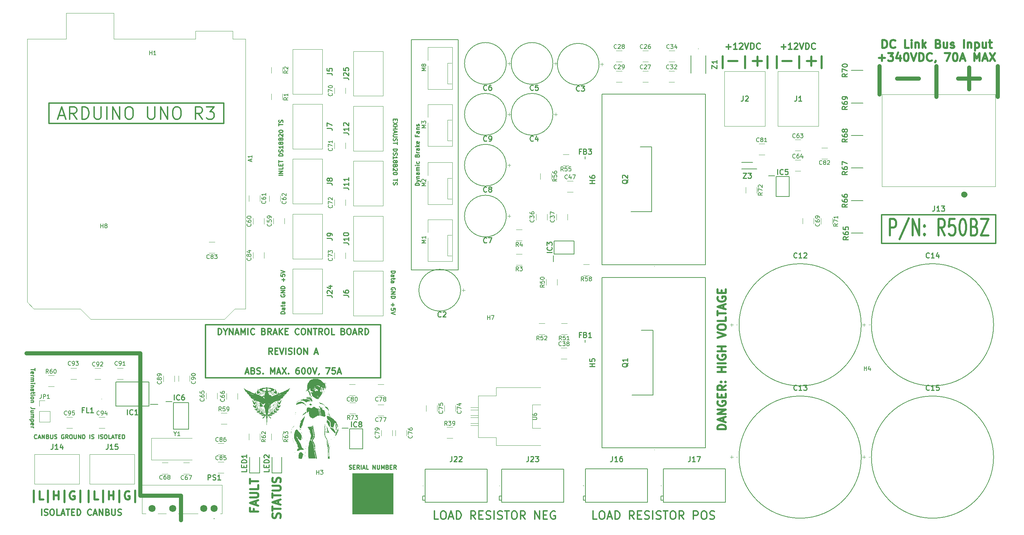
<source format=gbr>
%TF.GenerationSoftware,KiCad,Pcbnew,9.0.0*%
%TF.CreationDate,2025-04-01T22:49:05-07:00*%
%TF.ProjectId,DynamicBrakeGrid,44796e61-6d69-4634-9272-616b65477269,rev?*%
%TF.SameCoordinates,Original*%
%TF.FileFunction,Legend,Top*%
%TF.FilePolarity,Positive*%
%FSLAX46Y46*%
G04 Gerber Fmt 4.6, Leading zero omitted, Abs format (unit mm)*
G04 Created by KiCad (PCBNEW 9.0.0) date 2025-04-01 22:49:05*
%MOMM*%
%LPD*%
G01*
G04 APERTURE LIST*
%ADD10C,0.250000*%
%ADD11C,0.500000*%
%ADD12C,1.000000*%
%ADD13C,0.100000*%
%ADD14C,0.300000*%
%ADD15C,0.200000*%
%ADD16C,0.254000*%
%ADD17C,0.150000*%
%ADD18C,0.120000*%
%ADD19C,1.400000*%
%ADD20C,0.000000*%
%ADD21C,1.725000*%
G04 APERTURE END LIST*
D10*
X33523809Y-138854380D02*
X33476190Y-138902000D01*
X33476190Y-138902000D02*
X33333333Y-138949619D01*
X33333333Y-138949619D02*
X33238095Y-138949619D01*
X33238095Y-138949619D02*
X33095238Y-138902000D01*
X33095238Y-138902000D02*
X33000000Y-138806761D01*
X33000000Y-138806761D02*
X32952381Y-138711523D01*
X32952381Y-138711523D02*
X32904762Y-138521047D01*
X32904762Y-138521047D02*
X32904762Y-138378190D01*
X32904762Y-138378190D02*
X32952381Y-138187714D01*
X32952381Y-138187714D02*
X33000000Y-138092476D01*
X33000000Y-138092476D02*
X33095238Y-137997238D01*
X33095238Y-137997238D02*
X33238095Y-137949619D01*
X33238095Y-137949619D02*
X33333333Y-137949619D01*
X33333333Y-137949619D02*
X33476190Y-137997238D01*
X33476190Y-137997238D02*
X33523809Y-138044857D01*
X33904762Y-138663904D02*
X34380952Y-138663904D01*
X33809524Y-138949619D02*
X34142857Y-137949619D01*
X34142857Y-137949619D02*
X34476190Y-138949619D01*
X34809524Y-138949619D02*
X34809524Y-137949619D01*
X34809524Y-137949619D02*
X35380952Y-138949619D01*
X35380952Y-138949619D02*
X35380952Y-137949619D01*
X36190476Y-138425809D02*
X36333333Y-138473428D01*
X36333333Y-138473428D02*
X36380952Y-138521047D01*
X36380952Y-138521047D02*
X36428571Y-138616285D01*
X36428571Y-138616285D02*
X36428571Y-138759142D01*
X36428571Y-138759142D02*
X36380952Y-138854380D01*
X36380952Y-138854380D02*
X36333333Y-138902000D01*
X36333333Y-138902000D02*
X36238095Y-138949619D01*
X36238095Y-138949619D02*
X35857143Y-138949619D01*
X35857143Y-138949619D02*
X35857143Y-137949619D01*
X35857143Y-137949619D02*
X36190476Y-137949619D01*
X36190476Y-137949619D02*
X36285714Y-137997238D01*
X36285714Y-137997238D02*
X36333333Y-138044857D01*
X36333333Y-138044857D02*
X36380952Y-138140095D01*
X36380952Y-138140095D02*
X36380952Y-138235333D01*
X36380952Y-138235333D02*
X36333333Y-138330571D01*
X36333333Y-138330571D02*
X36285714Y-138378190D01*
X36285714Y-138378190D02*
X36190476Y-138425809D01*
X36190476Y-138425809D02*
X35857143Y-138425809D01*
X36857143Y-137949619D02*
X36857143Y-138759142D01*
X36857143Y-138759142D02*
X36904762Y-138854380D01*
X36904762Y-138854380D02*
X36952381Y-138902000D01*
X36952381Y-138902000D02*
X37047619Y-138949619D01*
X37047619Y-138949619D02*
X37238095Y-138949619D01*
X37238095Y-138949619D02*
X37333333Y-138902000D01*
X37333333Y-138902000D02*
X37380952Y-138854380D01*
X37380952Y-138854380D02*
X37428571Y-138759142D01*
X37428571Y-138759142D02*
X37428571Y-137949619D01*
X37857143Y-138902000D02*
X38000000Y-138949619D01*
X38000000Y-138949619D02*
X38238095Y-138949619D01*
X38238095Y-138949619D02*
X38333333Y-138902000D01*
X38333333Y-138902000D02*
X38380952Y-138854380D01*
X38380952Y-138854380D02*
X38428571Y-138759142D01*
X38428571Y-138759142D02*
X38428571Y-138663904D01*
X38428571Y-138663904D02*
X38380952Y-138568666D01*
X38380952Y-138568666D02*
X38333333Y-138521047D01*
X38333333Y-138521047D02*
X38238095Y-138473428D01*
X38238095Y-138473428D02*
X38047619Y-138425809D01*
X38047619Y-138425809D02*
X37952381Y-138378190D01*
X37952381Y-138378190D02*
X37904762Y-138330571D01*
X37904762Y-138330571D02*
X37857143Y-138235333D01*
X37857143Y-138235333D02*
X37857143Y-138140095D01*
X37857143Y-138140095D02*
X37904762Y-138044857D01*
X37904762Y-138044857D02*
X37952381Y-137997238D01*
X37952381Y-137997238D02*
X38047619Y-137949619D01*
X38047619Y-137949619D02*
X38285714Y-137949619D01*
X38285714Y-137949619D02*
X38428571Y-137997238D01*
X40142857Y-137997238D02*
X40047619Y-137949619D01*
X40047619Y-137949619D02*
X39904762Y-137949619D01*
X39904762Y-137949619D02*
X39761905Y-137997238D01*
X39761905Y-137997238D02*
X39666667Y-138092476D01*
X39666667Y-138092476D02*
X39619048Y-138187714D01*
X39619048Y-138187714D02*
X39571429Y-138378190D01*
X39571429Y-138378190D02*
X39571429Y-138521047D01*
X39571429Y-138521047D02*
X39619048Y-138711523D01*
X39619048Y-138711523D02*
X39666667Y-138806761D01*
X39666667Y-138806761D02*
X39761905Y-138902000D01*
X39761905Y-138902000D02*
X39904762Y-138949619D01*
X39904762Y-138949619D02*
X40000000Y-138949619D01*
X40000000Y-138949619D02*
X40142857Y-138902000D01*
X40142857Y-138902000D02*
X40190476Y-138854380D01*
X40190476Y-138854380D02*
X40190476Y-138521047D01*
X40190476Y-138521047D02*
X40000000Y-138521047D01*
X41190476Y-138949619D02*
X40857143Y-138473428D01*
X40619048Y-138949619D02*
X40619048Y-137949619D01*
X40619048Y-137949619D02*
X41000000Y-137949619D01*
X41000000Y-137949619D02*
X41095238Y-137997238D01*
X41095238Y-137997238D02*
X41142857Y-138044857D01*
X41142857Y-138044857D02*
X41190476Y-138140095D01*
X41190476Y-138140095D02*
X41190476Y-138282952D01*
X41190476Y-138282952D02*
X41142857Y-138378190D01*
X41142857Y-138378190D02*
X41095238Y-138425809D01*
X41095238Y-138425809D02*
X41000000Y-138473428D01*
X41000000Y-138473428D02*
X40619048Y-138473428D01*
X41809524Y-137949619D02*
X42000000Y-137949619D01*
X42000000Y-137949619D02*
X42095238Y-137997238D01*
X42095238Y-137997238D02*
X42190476Y-138092476D01*
X42190476Y-138092476D02*
X42238095Y-138282952D01*
X42238095Y-138282952D02*
X42238095Y-138616285D01*
X42238095Y-138616285D02*
X42190476Y-138806761D01*
X42190476Y-138806761D02*
X42095238Y-138902000D01*
X42095238Y-138902000D02*
X42000000Y-138949619D01*
X42000000Y-138949619D02*
X41809524Y-138949619D01*
X41809524Y-138949619D02*
X41714286Y-138902000D01*
X41714286Y-138902000D02*
X41619048Y-138806761D01*
X41619048Y-138806761D02*
X41571429Y-138616285D01*
X41571429Y-138616285D02*
X41571429Y-138282952D01*
X41571429Y-138282952D02*
X41619048Y-138092476D01*
X41619048Y-138092476D02*
X41714286Y-137997238D01*
X41714286Y-137997238D02*
X41809524Y-137949619D01*
X42666667Y-137949619D02*
X42666667Y-138759142D01*
X42666667Y-138759142D02*
X42714286Y-138854380D01*
X42714286Y-138854380D02*
X42761905Y-138902000D01*
X42761905Y-138902000D02*
X42857143Y-138949619D01*
X42857143Y-138949619D02*
X43047619Y-138949619D01*
X43047619Y-138949619D02*
X43142857Y-138902000D01*
X43142857Y-138902000D02*
X43190476Y-138854380D01*
X43190476Y-138854380D02*
X43238095Y-138759142D01*
X43238095Y-138759142D02*
X43238095Y-137949619D01*
X43714286Y-138949619D02*
X43714286Y-137949619D01*
X43714286Y-137949619D02*
X44285714Y-138949619D01*
X44285714Y-138949619D02*
X44285714Y-137949619D01*
X44761905Y-138949619D02*
X44761905Y-137949619D01*
X44761905Y-137949619D02*
X45000000Y-137949619D01*
X45000000Y-137949619D02*
X45142857Y-137997238D01*
X45142857Y-137997238D02*
X45238095Y-138092476D01*
X45238095Y-138092476D02*
X45285714Y-138187714D01*
X45285714Y-138187714D02*
X45333333Y-138378190D01*
X45333333Y-138378190D02*
X45333333Y-138521047D01*
X45333333Y-138521047D02*
X45285714Y-138711523D01*
X45285714Y-138711523D02*
X45238095Y-138806761D01*
X45238095Y-138806761D02*
X45142857Y-138902000D01*
X45142857Y-138902000D02*
X45000000Y-138949619D01*
X45000000Y-138949619D02*
X44761905Y-138949619D01*
X46523810Y-138949619D02*
X46523810Y-137949619D01*
X46952381Y-138902000D02*
X47095238Y-138949619D01*
X47095238Y-138949619D02*
X47333333Y-138949619D01*
X47333333Y-138949619D02*
X47428571Y-138902000D01*
X47428571Y-138902000D02*
X47476190Y-138854380D01*
X47476190Y-138854380D02*
X47523809Y-138759142D01*
X47523809Y-138759142D02*
X47523809Y-138663904D01*
X47523809Y-138663904D02*
X47476190Y-138568666D01*
X47476190Y-138568666D02*
X47428571Y-138521047D01*
X47428571Y-138521047D02*
X47333333Y-138473428D01*
X47333333Y-138473428D02*
X47142857Y-138425809D01*
X47142857Y-138425809D02*
X47047619Y-138378190D01*
X47047619Y-138378190D02*
X47000000Y-138330571D01*
X47000000Y-138330571D02*
X46952381Y-138235333D01*
X46952381Y-138235333D02*
X46952381Y-138140095D01*
X46952381Y-138140095D02*
X47000000Y-138044857D01*
X47000000Y-138044857D02*
X47047619Y-137997238D01*
X47047619Y-137997238D02*
X47142857Y-137949619D01*
X47142857Y-137949619D02*
X47380952Y-137949619D01*
X47380952Y-137949619D02*
X47523809Y-137997238D01*
X48714286Y-138949619D02*
X48714286Y-137949619D01*
X49142857Y-138902000D02*
X49285714Y-138949619D01*
X49285714Y-138949619D02*
X49523809Y-138949619D01*
X49523809Y-138949619D02*
X49619047Y-138902000D01*
X49619047Y-138902000D02*
X49666666Y-138854380D01*
X49666666Y-138854380D02*
X49714285Y-138759142D01*
X49714285Y-138759142D02*
X49714285Y-138663904D01*
X49714285Y-138663904D02*
X49666666Y-138568666D01*
X49666666Y-138568666D02*
X49619047Y-138521047D01*
X49619047Y-138521047D02*
X49523809Y-138473428D01*
X49523809Y-138473428D02*
X49333333Y-138425809D01*
X49333333Y-138425809D02*
X49238095Y-138378190D01*
X49238095Y-138378190D02*
X49190476Y-138330571D01*
X49190476Y-138330571D02*
X49142857Y-138235333D01*
X49142857Y-138235333D02*
X49142857Y-138140095D01*
X49142857Y-138140095D02*
X49190476Y-138044857D01*
X49190476Y-138044857D02*
X49238095Y-137997238D01*
X49238095Y-137997238D02*
X49333333Y-137949619D01*
X49333333Y-137949619D02*
X49571428Y-137949619D01*
X49571428Y-137949619D02*
X49714285Y-137997238D01*
X50333333Y-137949619D02*
X50523809Y-137949619D01*
X50523809Y-137949619D02*
X50619047Y-137997238D01*
X50619047Y-137997238D02*
X50714285Y-138092476D01*
X50714285Y-138092476D02*
X50761904Y-138282952D01*
X50761904Y-138282952D02*
X50761904Y-138616285D01*
X50761904Y-138616285D02*
X50714285Y-138806761D01*
X50714285Y-138806761D02*
X50619047Y-138902000D01*
X50619047Y-138902000D02*
X50523809Y-138949619D01*
X50523809Y-138949619D02*
X50333333Y-138949619D01*
X50333333Y-138949619D02*
X50238095Y-138902000D01*
X50238095Y-138902000D02*
X50142857Y-138806761D01*
X50142857Y-138806761D02*
X50095238Y-138616285D01*
X50095238Y-138616285D02*
X50095238Y-138282952D01*
X50095238Y-138282952D02*
X50142857Y-138092476D01*
X50142857Y-138092476D02*
X50238095Y-137997238D01*
X50238095Y-137997238D02*
X50333333Y-137949619D01*
X51666666Y-138949619D02*
X51190476Y-138949619D01*
X51190476Y-138949619D02*
X51190476Y-137949619D01*
X51952381Y-138663904D02*
X52428571Y-138663904D01*
X51857143Y-138949619D02*
X52190476Y-137949619D01*
X52190476Y-137949619D02*
X52523809Y-138949619D01*
X52714286Y-137949619D02*
X53285714Y-137949619D01*
X53000000Y-138949619D02*
X53000000Y-137949619D01*
X53619048Y-138425809D02*
X53952381Y-138425809D01*
X54095238Y-138949619D02*
X53619048Y-138949619D01*
X53619048Y-138949619D02*
X53619048Y-137949619D01*
X53619048Y-137949619D02*
X54095238Y-137949619D01*
X54523810Y-138949619D02*
X54523810Y-137949619D01*
X54523810Y-137949619D02*
X54761905Y-137949619D01*
X54761905Y-137949619D02*
X54904762Y-137997238D01*
X54904762Y-137997238D02*
X55000000Y-138092476D01*
X55000000Y-138092476D02*
X55047619Y-138187714D01*
X55047619Y-138187714D02*
X55095238Y-138378190D01*
X55095238Y-138378190D02*
X55095238Y-138521047D01*
X55095238Y-138521047D02*
X55047619Y-138711523D01*
X55047619Y-138711523D02*
X55000000Y-138806761D01*
X55000000Y-138806761D02*
X54904762Y-138902000D01*
X54904762Y-138902000D02*
X54761905Y-138949619D01*
X54761905Y-138949619D02*
X54523810Y-138949619D01*
D11*
X46285713Y-154565904D02*
X46285713Y-151708761D01*
X48666666Y-153899238D02*
X47714285Y-153899238D01*
X47714285Y-153899238D02*
X47714285Y-151899238D01*
X49809523Y-154565904D02*
X49809523Y-151708761D01*
X51238095Y-153899238D02*
X51238095Y-151899238D01*
X51238095Y-152851619D02*
X52380952Y-152851619D01*
X52380952Y-153899238D02*
X52380952Y-151899238D01*
X53809523Y-154565904D02*
X53809523Y-151708761D01*
X56285714Y-151994476D02*
X56095238Y-151899238D01*
X56095238Y-151899238D02*
X55809524Y-151899238D01*
X55809524Y-151899238D02*
X55523809Y-151994476D01*
X55523809Y-151994476D02*
X55333333Y-152184952D01*
X55333333Y-152184952D02*
X55238095Y-152375428D01*
X55238095Y-152375428D02*
X55142857Y-152756380D01*
X55142857Y-152756380D02*
X55142857Y-153042095D01*
X55142857Y-153042095D02*
X55238095Y-153423047D01*
X55238095Y-153423047D02*
X55333333Y-153613523D01*
X55333333Y-153613523D02*
X55523809Y-153804000D01*
X55523809Y-153804000D02*
X55809524Y-153899238D01*
X55809524Y-153899238D02*
X56000000Y-153899238D01*
X56000000Y-153899238D02*
X56285714Y-153804000D01*
X56285714Y-153804000D02*
X56380952Y-153708761D01*
X56380952Y-153708761D02*
X56380952Y-153042095D01*
X56380952Y-153042095D02*
X56000000Y-153042095D01*
X57714285Y-154565904D02*
X57714285Y-151708761D01*
X207500000Y-45000000D02*
X207500000Y-48000000D01*
X202000000Y-45000000D02*
X202000000Y-48000000D01*
X215250000Y-45000000D02*
X215250000Y-48000000D01*
D12*
X69000000Y-159000000D02*
X69000000Y-153000000D01*
X31000000Y-118000000D02*
X59000000Y-118000000D01*
X59000000Y-153000000D02*
X69000000Y-153000000D01*
X59000000Y-153000000D02*
X59000000Y-118000000D01*
D11*
X220750000Y-45000000D02*
X220750000Y-48000000D01*
D12*
X269500000Y-47500000D02*
X269500000Y-55000000D01*
X254500000Y-47500000D02*
X254500000Y-55000000D01*
D13*
X111000000Y-147500000D02*
X121000000Y-147500000D01*
X121000000Y-157500000D01*
X111000000Y-157500000D01*
X111000000Y-147500000D01*
G36*
X111000000Y-147500000D02*
G01*
X121000000Y-147500000D01*
X121000000Y-157500000D01*
X111000000Y-157500000D01*
X111000000Y-147500000D01*
G37*
D11*
X213000000Y-45000000D02*
X213000000Y-48000000D01*
D12*
X240500000Y-47500000D02*
X240500000Y-54400000D01*
D11*
X226250000Y-45000000D02*
X226250000Y-48000000D01*
D10*
X110238095Y-146402000D02*
X110380952Y-146449619D01*
X110380952Y-146449619D02*
X110619047Y-146449619D01*
X110619047Y-146449619D02*
X110714285Y-146402000D01*
X110714285Y-146402000D02*
X110761904Y-146354380D01*
X110761904Y-146354380D02*
X110809523Y-146259142D01*
X110809523Y-146259142D02*
X110809523Y-146163904D01*
X110809523Y-146163904D02*
X110761904Y-146068666D01*
X110761904Y-146068666D02*
X110714285Y-146021047D01*
X110714285Y-146021047D02*
X110619047Y-145973428D01*
X110619047Y-145973428D02*
X110428571Y-145925809D01*
X110428571Y-145925809D02*
X110333333Y-145878190D01*
X110333333Y-145878190D02*
X110285714Y-145830571D01*
X110285714Y-145830571D02*
X110238095Y-145735333D01*
X110238095Y-145735333D02*
X110238095Y-145640095D01*
X110238095Y-145640095D02*
X110285714Y-145544857D01*
X110285714Y-145544857D02*
X110333333Y-145497238D01*
X110333333Y-145497238D02*
X110428571Y-145449619D01*
X110428571Y-145449619D02*
X110666666Y-145449619D01*
X110666666Y-145449619D02*
X110809523Y-145497238D01*
X111238095Y-145925809D02*
X111571428Y-145925809D01*
X111714285Y-146449619D02*
X111238095Y-146449619D01*
X111238095Y-146449619D02*
X111238095Y-145449619D01*
X111238095Y-145449619D02*
X111714285Y-145449619D01*
X112714285Y-146449619D02*
X112380952Y-145973428D01*
X112142857Y-146449619D02*
X112142857Y-145449619D01*
X112142857Y-145449619D02*
X112523809Y-145449619D01*
X112523809Y-145449619D02*
X112619047Y-145497238D01*
X112619047Y-145497238D02*
X112666666Y-145544857D01*
X112666666Y-145544857D02*
X112714285Y-145640095D01*
X112714285Y-145640095D02*
X112714285Y-145782952D01*
X112714285Y-145782952D02*
X112666666Y-145878190D01*
X112666666Y-145878190D02*
X112619047Y-145925809D01*
X112619047Y-145925809D02*
X112523809Y-145973428D01*
X112523809Y-145973428D02*
X112142857Y-145973428D01*
X113142857Y-146449619D02*
X113142857Y-145449619D01*
X113571428Y-146163904D02*
X114047618Y-146163904D01*
X113476190Y-146449619D02*
X113809523Y-145449619D01*
X113809523Y-145449619D02*
X114142856Y-146449619D01*
X114952380Y-146449619D02*
X114476190Y-146449619D01*
X114476190Y-146449619D02*
X114476190Y-145449619D01*
X116047619Y-146449619D02*
X116047619Y-145449619D01*
X116047619Y-145449619D02*
X116619047Y-146449619D01*
X116619047Y-146449619D02*
X116619047Y-145449619D01*
X117095238Y-145449619D02*
X117095238Y-146259142D01*
X117095238Y-146259142D02*
X117142857Y-146354380D01*
X117142857Y-146354380D02*
X117190476Y-146402000D01*
X117190476Y-146402000D02*
X117285714Y-146449619D01*
X117285714Y-146449619D02*
X117476190Y-146449619D01*
X117476190Y-146449619D02*
X117571428Y-146402000D01*
X117571428Y-146402000D02*
X117619047Y-146354380D01*
X117619047Y-146354380D02*
X117666666Y-146259142D01*
X117666666Y-146259142D02*
X117666666Y-145449619D01*
X118142857Y-146449619D02*
X118142857Y-145449619D01*
X118142857Y-145449619D02*
X118476190Y-146163904D01*
X118476190Y-146163904D02*
X118809523Y-145449619D01*
X118809523Y-145449619D02*
X118809523Y-146449619D01*
X119619047Y-145925809D02*
X119761904Y-145973428D01*
X119761904Y-145973428D02*
X119809523Y-146021047D01*
X119809523Y-146021047D02*
X119857142Y-146116285D01*
X119857142Y-146116285D02*
X119857142Y-146259142D01*
X119857142Y-146259142D02*
X119809523Y-146354380D01*
X119809523Y-146354380D02*
X119761904Y-146402000D01*
X119761904Y-146402000D02*
X119666666Y-146449619D01*
X119666666Y-146449619D02*
X119285714Y-146449619D01*
X119285714Y-146449619D02*
X119285714Y-145449619D01*
X119285714Y-145449619D02*
X119619047Y-145449619D01*
X119619047Y-145449619D02*
X119714285Y-145497238D01*
X119714285Y-145497238D02*
X119761904Y-145544857D01*
X119761904Y-145544857D02*
X119809523Y-145640095D01*
X119809523Y-145640095D02*
X119809523Y-145735333D01*
X119809523Y-145735333D02*
X119761904Y-145830571D01*
X119761904Y-145830571D02*
X119714285Y-145878190D01*
X119714285Y-145878190D02*
X119619047Y-145925809D01*
X119619047Y-145925809D02*
X119285714Y-145925809D01*
X120285714Y-145925809D02*
X120619047Y-145925809D01*
X120761904Y-146449619D02*
X120285714Y-146449619D01*
X120285714Y-146449619D02*
X120285714Y-145449619D01*
X120285714Y-145449619D02*
X120761904Y-145449619D01*
X121761904Y-146449619D02*
X121428571Y-145973428D01*
X121190476Y-146449619D02*
X121190476Y-145449619D01*
X121190476Y-145449619D02*
X121571428Y-145449619D01*
X121571428Y-145449619D02*
X121666666Y-145497238D01*
X121666666Y-145497238D02*
X121714285Y-145544857D01*
X121714285Y-145544857D02*
X121761904Y-145640095D01*
X121761904Y-145640095D02*
X121761904Y-145782952D01*
X121761904Y-145782952D02*
X121714285Y-145878190D01*
X121714285Y-145878190D02*
X121666666Y-145925809D01*
X121666666Y-145925809D02*
X121571428Y-145973428D01*
X121571428Y-145973428D02*
X121190476Y-145973428D01*
D14*
X34749999Y-157800828D02*
X34749999Y-156300828D01*
X35392857Y-157729400D02*
X35607143Y-157800828D01*
X35607143Y-157800828D02*
X35964285Y-157800828D01*
X35964285Y-157800828D02*
X36107143Y-157729400D01*
X36107143Y-157729400D02*
X36178571Y-157657971D01*
X36178571Y-157657971D02*
X36250000Y-157515114D01*
X36250000Y-157515114D02*
X36250000Y-157372257D01*
X36250000Y-157372257D02*
X36178571Y-157229400D01*
X36178571Y-157229400D02*
X36107143Y-157157971D01*
X36107143Y-157157971D02*
X35964285Y-157086542D01*
X35964285Y-157086542D02*
X35678571Y-157015114D01*
X35678571Y-157015114D02*
X35535714Y-156943685D01*
X35535714Y-156943685D02*
X35464285Y-156872257D01*
X35464285Y-156872257D02*
X35392857Y-156729400D01*
X35392857Y-156729400D02*
X35392857Y-156586542D01*
X35392857Y-156586542D02*
X35464285Y-156443685D01*
X35464285Y-156443685D02*
X35535714Y-156372257D01*
X35535714Y-156372257D02*
X35678571Y-156300828D01*
X35678571Y-156300828D02*
X36035714Y-156300828D01*
X36035714Y-156300828D02*
X36250000Y-156372257D01*
X37178571Y-156300828D02*
X37464285Y-156300828D01*
X37464285Y-156300828D02*
X37607142Y-156372257D01*
X37607142Y-156372257D02*
X37749999Y-156515114D01*
X37749999Y-156515114D02*
X37821428Y-156800828D01*
X37821428Y-156800828D02*
X37821428Y-157300828D01*
X37821428Y-157300828D02*
X37749999Y-157586542D01*
X37749999Y-157586542D02*
X37607142Y-157729400D01*
X37607142Y-157729400D02*
X37464285Y-157800828D01*
X37464285Y-157800828D02*
X37178571Y-157800828D01*
X37178571Y-157800828D02*
X37035714Y-157729400D01*
X37035714Y-157729400D02*
X36892856Y-157586542D01*
X36892856Y-157586542D02*
X36821428Y-157300828D01*
X36821428Y-157300828D02*
X36821428Y-156800828D01*
X36821428Y-156800828D02*
X36892856Y-156515114D01*
X36892856Y-156515114D02*
X37035714Y-156372257D01*
X37035714Y-156372257D02*
X37178571Y-156300828D01*
X39178571Y-157800828D02*
X38464285Y-157800828D01*
X38464285Y-157800828D02*
X38464285Y-156300828D01*
X39607143Y-157372257D02*
X40321429Y-157372257D01*
X39464286Y-157800828D02*
X39964286Y-156300828D01*
X39964286Y-156300828D02*
X40464286Y-157800828D01*
X40750000Y-156300828D02*
X41607143Y-156300828D01*
X41178571Y-157800828D02*
X41178571Y-156300828D01*
X42107142Y-157015114D02*
X42607142Y-157015114D01*
X42821428Y-157800828D02*
X42107142Y-157800828D01*
X42107142Y-157800828D02*
X42107142Y-156300828D01*
X42107142Y-156300828D02*
X42821428Y-156300828D01*
X43464285Y-157800828D02*
X43464285Y-156300828D01*
X43464285Y-156300828D02*
X43821428Y-156300828D01*
X43821428Y-156300828D02*
X44035714Y-156372257D01*
X44035714Y-156372257D02*
X44178571Y-156515114D01*
X44178571Y-156515114D02*
X44250000Y-156657971D01*
X44250000Y-156657971D02*
X44321428Y-156943685D01*
X44321428Y-156943685D02*
X44321428Y-157157971D01*
X44321428Y-157157971D02*
X44250000Y-157443685D01*
X44250000Y-157443685D02*
X44178571Y-157586542D01*
X44178571Y-157586542D02*
X44035714Y-157729400D01*
X44035714Y-157729400D02*
X43821428Y-157800828D01*
X43821428Y-157800828D02*
X43464285Y-157800828D01*
X46964285Y-157657971D02*
X46892857Y-157729400D01*
X46892857Y-157729400D02*
X46678571Y-157800828D01*
X46678571Y-157800828D02*
X46535714Y-157800828D01*
X46535714Y-157800828D02*
X46321428Y-157729400D01*
X46321428Y-157729400D02*
X46178571Y-157586542D01*
X46178571Y-157586542D02*
X46107142Y-157443685D01*
X46107142Y-157443685D02*
X46035714Y-157157971D01*
X46035714Y-157157971D02*
X46035714Y-156943685D01*
X46035714Y-156943685D02*
X46107142Y-156657971D01*
X46107142Y-156657971D02*
X46178571Y-156515114D01*
X46178571Y-156515114D02*
X46321428Y-156372257D01*
X46321428Y-156372257D02*
X46535714Y-156300828D01*
X46535714Y-156300828D02*
X46678571Y-156300828D01*
X46678571Y-156300828D02*
X46892857Y-156372257D01*
X46892857Y-156372257D02*
X46964285Y-156443685D01*
X47535714Y-157372257D02*
X48250000Y-157372257D01*
X47392857Y-157800828D02*
X47892857Y-156300828D01*
X47892857Y-156300828D02*
X48392857Y-157800828D01*
X48892856Y-157800828D02*
X48892856Y-156300828D01*
X48892856Y-156300828D02*
X49749999Y-157800828D01*
X49749999Y-157800828D02*
X49749999Y-156300828D01*
X50964285Y-157015114D02*
X51178571Y-157086542D01*
X51178571Y-157086542D02*
X51250000Y-157157971D01*
X51250000Y-157157971D02*
X51321428Y-157300828D01*
X51321428Y-157300828D02*
X51321428Y-157515114D01*
X51321428Y-157515114D02*
X51250000Y-157657971D01*
X51250000Y-157657971D02*
X51178571Y-157729400D01*
X51178571Y-157729400D02*
X51035714Y-157800828D01*
X51035714Y-157800828D02*
X50464285Y-157800828D01*
X50464285Y-157800828D02*
X50464285Y-156300828D01*
X50464285Y-156300828D02*
X50964285Y-156300828D01*
X50964285Y-156300828D02*
X51107143Y-156372257D01*
X51107143Y-156372257D02*
X51178571Y-156443685D01*
X51178571Y-156443685D02*
X51250000Y-156586542D01*
X51250000Y-156586542D02*
X51250000Y-156729400D01*
X51250000Y-156729400D02*
X51178571Y-156872257D01*
X51178571Y-156872257D02*
X51107143Y-156943685D01*
X51107143Y-156943685D02*
X50964285Y-157015114D01*
X50964285Y-157015114D02*
X50464285Y-157015114D01*
X51964285Y-156300828D02*
X51964285Y-157515114D01*
X51964285Y-157515114D02*
X52035714Y-157657971D01*
X52035714Y-157657971D02*
X52107143Y-157729400D01*
X52107143Y-157729400D02*
X52250000Y-157800828D01*
X52250000Y-157800828D02*
X52535714Y-157800828D01*
X52535714Y-157800828D02*
X52678571Y-157729400D01*
X52678571Y-157729400D02*
X52750000Y-157657971D01*
X52750000Y-157657971D02*
X52821428Y-157515114D01*
X52821428Y-157515114D02*
X52821428Y-156300828D01*
X53464286Y-157729400D02*
X53678572Y-157800828D01*
X53678572Y-157800828D02*
X54035714Y-157800828D01*
X54035714Y-157800828D02*
X54178572Y-157729400D01*
X54178572Y-157729400D02*
X54250000Y-157657971D01*
X54250000Y-157657971D02*
X54321429Y-157515114D01*
X54321429Y-157515114D02*
X54321429Y-157372257D01*
X54321429Y-157372257D02*
X54250000Y-157229400D01*
X54250000Y-157229400D02*
X54178572Y-157157971D01*
X54178572Y-157157971D02*
X54035714Y-157086542D01*
X54035714Y-157086542D02*
X53750000Y-157015114D01*
X53750000Y-157015114D02*
X53607143Y-156943685D01*
X53607143Y-156943685D02*
X53535714Y-156872257D01*
X53535714Y-156872257D02*
X53464286Y-156729400D01*
X53464286Y-156729400D02*
X53464286Y-156586542D01*
X53464286Y-156586542D02*
X53535714Y-156443685D01*
X53535714Y-156443685D02*
X53607143Y-156372257D01*
X53607143Y-156372257D02*
X53750000Y-156300828D01*
X53750000Y-156300828D02*
X54107143Y-156300828D01*
X54107143Y-156300828D02*
X54321429Y-156372257D01*
D10*
X94449619Y-108261904D02*
X93449619Y-108261904D01*
X93449619Y-108261904D02*
X93449619Y-108023809D01*
X93449619Y-108023809D02*
X93497238Y-107880952D01*
X93497238Y-107880952D02*
X93592476Y-107785714D01*
X93592476Y-107785714D02*
X93687714Y-107738095D01*
X93687714Y-107738095D02*
X93878190Y-107690476D01*
X93878190Y-107690476D02*
X94021047Y-107690476D01*
X94021047Y-107690476D02*
X94211523Y-107738095D01*
X94211523Y-107738095D02*
X94306761Y-107785714D01*
X94306761Y-107785714D02*
X94402000Y-107880952D01*
X94402000Y-107880952D02*
X94449619Y-108023809D01*
X94449619Y-108023809D02*
X94449619Y-108261904D01*
X94449619Y-106833333D02*
X93925809Y-106833333D01*
X93925809Y-106833333D02*
X93830571Y-106880952D01*
X93830571Y-106880952D02*
X93782952Y-106976190D01*
X93782952Y-106976190D02*
X93782952Y-107166666D01*
X93782952Y-107166666D02*
X93830571Y-107261904D01*
X94402000Y-106833333D02*
X94449619Y-106928571D01*
X94449619Y-106928571D02*
X94449619Y-107166666D01*
X94449619Y-107166666D02*
X94402000Y-107261904D01*
X94402000Y-107261904D02*
X94306761Y-107309523D01*
X94306761Y-107309523D02*
X94211523Y-107309523D01*
X94211523Y-107309523D02*
X94116285Y-107261904D01*
X94116285Y-107261904D02*
X94068666Y-107166666D01*
X94068666Y-107166666D02*
X94068666Y-106928571D01*
X94068666Y-106928571D02*
X94021047Y-106833333D01*
X93782952Y-106499999D02*
X93782952Y-106119047D01*
X93449619Y-106357142D02*
X94306761Y-106357142D01*
X94306761Y-106357142D02*
X94402000Y-106309523D01*
X94402000Y-106309523D02*
X94449619Y-106214285D01*
X94449619Y-106214285D02*
X94449619Y-106119047D01*
X94449619Y-105357142D02*
X93925809Y-105357142D01*
X93925809Y-105357142D02*
X93830571Y-105404761D01*
X93830571Y-105404761D02*
X93782952Y-105499999D01*
X93782952Y-105499999D02*
X93782952Y-105690475D01*
X93782952Y-105690475D02*
X93830571Y-105785713D01*
X94402000Y-105357142D02*
X94449619Y-105452380D01*
X94449619Y-105452380D02*
X94449619Y-105690475D01*
X94449619Y-105690475D02*
X94402000Y-105785713D01*
X94402000Y-105785713D02*
X94306761Y-105833332D01*
X94306761Y-105833332D02*
X94211523Y-105833332D01*
X94211523Y-105833332D02*
X94116285Y-105785713D01*
X94116285Y-105785713D02*
X94068666Y-105690475D01*
X94068666Y-105690475D02*
X94068666Y-105452380D01*
X94068666Y-105452380D02*
X94021047Y-105357142D01*
X93497238Y-103595237D02*
X93449619Y-103690475D01*
X93449619Y-103690475D02*
X93449619Y-103833332D01*
X93449619Y-103833332D02*
X93497238Y-103976189D01*
X93497238Y-103976189D02*
X93592476Y-104071427D01*
X93592476Y-104071427D02*
X93687714Y-104119046D01*
X93687714Y-104119046D02*
X93878190Y-104166665D01*
X93878190Y-104166665D02*
X94021047Y-104166665D01*
X94021047Y-104166665D02*
X94211523Y-104119046D01*
X94211523Y-104119046D02*
X94306761Y-104071427D01*
X94306761Y-104071427D02*
X94402000Y-103976189D01*
X94402000Y-103976189D02*
X94449619Y-103833332D01*
X94449619Y-103833332D02*
X94449619Y-103738094D01*
X94449619Y-103738094D02*
X94402000Y-103595237D01*
X94402000Y-103595237D02*
X94354380Y-103547618D01*
X94354380Y-103547618D02*
X94021047Y-103547618D01*
X94021047Y-103547618D02*
X94021047Y-103738094D01*
X94449619Y-103119046D02*
X93449619Y-103119046D01*
X93449619Y-103119046D02*
X94449619Y-102547618D01*
X94449619Y-102547618D02*
X93449619Y-102547618D01*
X94449619Y-102071427D02*
X93449619Y-102071427D01*
X93449619Y-102071427D02*
X93449619Y-101833332D01*
X93449619Y-101833332D02*
X93497238Y-101690475D01*
X93497238Y-101690475D02*
X93592476Y-101595237D01*
X93592476Y-101595237D02*
X93687714Y-101547618D01*
X93687714Y-101547618D02*
X93878190Y-101499999D01*
X93878190Y-101499999D02*
X94021047Y-101499999D01*
X94021047Y-101499999D02*
X94211523Y-101547618D01*
X94211523Y-101547618D02*
X94306761Y-101595237D01*
X94306761Y-101595237D02*
X94402000Y-101690475D01*
X94402000Y-101690475D02*
X94449619Y-101833332D01*
X94449619Y-101833332D02*
X94449619Y-102071427D01*
X94068666Y-100309522D02*
X94068666Y-99547618D01*
X94449619Y-99928570D02*
X93687714Y-99928570D01*
X93449619Y-98595237D02*
X93449619Y-99071427D01*
X93449619Y-99071427D02*
X93925809Y-99119046D01*
X93925809Y-99119046D02*
X93878190Y-99071427D01*
X93878190Y-99071427D02*
X93830571Y-98976189D01*
X93830571Y-98976189D02*
X93830571Y-98738094D01*
X93830571Y-98738094D02*
X93878190Y-98642856D01*
X93878190Y-98642856D02*
X93925809Y-98595237D01*
X93925809Y-98595237D02*
X94021047Y-98547618D01*
X94021047Y-98547618D02*
X94259142Y-98547618D01*
X94259142Y-98547618D02*
X94354380Y-98595237D01*
X94354380Y-98595237D02*
X94402000Y-98642856D01*
X94402000Y-98642856D02*
X94449619Y-98738094D01*
X94449619Y-98738094D02*
X94449619Y-98976189D01*
X94449619Y-98976189D02*
X94402000Y-99071427D01*
X94402000Y-99071427D02*
X94354380Y-99119046D01*
X93449619Y-98261903D02*
X94449619Y-97928570D01*
X94449619Y-97928570D02*
X93449619Y-97595237D01*
D14*
X171095237Y-158739638D02*
X170142856Y-158739638D01*
X170142856Y-158739638D02*
X170142856Y-156739638D01*
X172142856Y-156739638D02*
X172523809Y-156739638D01*
X172523809Y-156739638D02*
X172714285Y-156834876D01*
X172714285Y-156834876D02*
X172904761Y-157025352D01*
X172904761Y-157025352D02*
X172999999Y-157406304D01*
X172999999Y-157406304D02*
X172999999Y-158072971D01*
X172999999Y-158072971D02*
X172904761Y-158453923D01*
X172904761Y-158453923D02*
X172714285Y-158644400D01*
X172714285Y-158644400D02*
X172523809Y-158739638D01*
X172523809Y-158739638D02*
X172142856Y-158739638D01*
X172142856Y-158739638D02*
X171952380Y-158644400D01*
X171952380Y-158644400D02*
X171761904Y-158453923D01*
X171761904Y-158453923D02*
X171666666Y-158072971D01*
X171666666Y-158072971D02*
X171666666Y-157406304D01*
X171666666Y-157406304D02*
X171761904Y-157025352D01*
X171761904Y-157025352D02*
X171952380Y-156834876D01*
X171952380Y-156834876D02*
X172142856Y-156739638D01*
X173761904Y-158168209D02*
X174714285Y-158168209D01*
X173571428Y-158739638D02*
X174238094Y-156739638D01*
X174238094Y-156739638D02*
X174904761Y-158739638D01*
X175571428Y-158739638D02*
X175571428Y-156739638D01*
X175571428Y-156739638D02*
X176047618Y-156739638D01*
X176047618Y-156739638D02*
X176333333Y-156834876D01*
X176333333Y-156834876D02*
X176523809Y-157025352D01*
X176523809Y-157025352D02*
X176619047Y-157215828D01*
X176619047Y-157215828D02*
X176714285Y-157596780D01*
X176714285Y-157596780D02*
X176714285Y-157882495D01*
X176714285Y-157882495D02*
X176619047Y-158263447D01*
X176619047Y-158263447D02*
X176523809Y-158453923D01*
X176523809Y-158453923D02*
X176333333Y-158644400D01*
X176333333Y-158644400D02*
X176047618Y-158739638D01*
X176047618Y-158739638D02*
X175571428Y-158739638D01*
X180238095Y-158739638D02*
X179571428Y-157787257D01*
X179095238Y-158739638D02*
X179095238Y-156739638D01*
X179095238Y-156739638D02*
X179857143Y-156739638D01*
X179857143Y-156739638D02*
X180047619Y-156834876D01*
X180047619Y-156834876D02*
X180142857Y-156930114D01*
X180142857Y-156930114D02*
X180238095Y-157120590D01*
X180238095Y-157120590D02*
X180238095Y-157406304D01*
X180238095Y-157406304D02*
X180142857Y-157596780D01*
X180142857Y-157596780D02*
X180047619Y-157692019D01*
X180047619Y-157692019D02*
X179857143Y-157787257D01*
X179857143Y-157787257D02*
X179095238Y-157787257D01*
X181095238Y-157692019D02*
X181761905Y-157692019D01*
X182047619Y-158739638D02*
X181095238Y-158739638D01*
X181095238Y-158739638D02*
X181095238Y-156739638D01*
X181095238Y-156739638D02*
X182047619Y-156739638D01*
X182809524Y-158644400D02*
X183095238Y-158739638D01*
X183095238Y-158739638D02*
X183571429Y-158739638D01*
X183571429Y-158739638D02*
X183761905Y-158644400D01*
X183761905Y-158644400D02*
X183857143Y-158549161D01*
X183857143Y-158549161D02*
X183952381Y-158358685D01*
X183952381Y-158358685D02*
X183952381Y-158168209D01*
X183952381Y-158168209D02*
X183857143Y-157977733D01*
X183857143Y-157977733D02*
X183761905Y-157882495D01*
X183761905Y-157882495D02*
X183571429Y-157787257D01*
X183571429Y-157787257D02*
X183190476Y-157692019D01*
X183190476Y-157692019D02*
X183000000Y-157596780D01*
X183000000Y-157596780D02*
X182904762Y-157501542D01*
X182904762Y-157501542D02*
X182809524Y-157311066D01*
X182809524Y-157311066D02*
X182809524Y-157120590D01*
X182809524Y-157120590D02*
X182904762Y-156930114D01*
X182904762Y-156930114D02*
X183000000Y-156834876D01*
X183000000Y-156834876D02*
X183190476Y-156739638D01*
X183190476Y-156739638D02*
X183666667Y-156739638D01*
X183666667Y-156739638D02*
X183952381Y-156834876D01*
X184809524Y-158739638D02*
X184809524Y-156739638D01*
X185666667Y-158644400D02*
X185952381Y-158739638D01*
X185952381Y-158739638D02*
X186428572Y-158739638D01*
X186428572Y-158739638D02*
X186619048Y-158644400D01*
X186619048Y-158644400D02*
X186714286Y-158549161D01*
X186714286Y-158549161D02*
X186809524Y-158358685D01*
X186809524Y-158358685D02*
X186809524Y-158168209D01*
X186809524Y-158168209D02*
X186714286Y-157977733D01*
X186714286Y-157977733D02*
X186619048Y-157882495D01*
X186619048Y-157882495D02*
X186428572Y-157787257D01*
X186428572Y-157787257D02*
X186047619Y-157692019D01*
X186047619Y-157692019D02*
X185857143Y-157596780D01*
X185857143Y-157596780D02*
X185761905Y-157501542D01*
X185761905Y-157501542D02*
X185666667Y-157311066D01*
X185666667Y-157311066D02*
X185666667Y-157120590D01*
X185666667Y-157120590D02*
X185761905Y-156930114D01*
X185761905Y-156930114D02*
X185857143Y-156834876D01*
X185857143Y-156834876D02*
X186047619Y-156739638D01*
X186047619Y-156739638D02*
X186523810Y-156739638D01*
X186523810Y-156739638D02*
X186809524Y-156834876D01*
X187380953Y-156739638D02*
X188523810Y-156739638D01*
X187952381Y-158739638D02*
X187952381Y-156739638D01*
X189571429Y-156739638D02*
X189952382Y-156739638D01*
X189952382Y-156739638D02*
X190142858Y-156834876D01*
X190142858Y-156834876D02*
X190333334Y-157025352D01*
X190333334Y-157025352D02*
X190428572Y-157406304D01*
X190428572Y-157406304D02*
X190428572Y-158072971D01*
X190428572Y-158072971D02*
X190333334Y-158453923D01*
X190333334Y-158453923D02*
X190142858Y-158644400D01*
X190142858Y-158644400D02*
X189952382Y-158739638D01*
X189952382Y-158739638D02*
X189571429Y-158739638D01*
X189571429Y-158739638D02*
X189380953Y-158644400D01*
X189380953Y-158644400D02*
X189190477Y-158453923D01*
X189190477Y-158453923D02*
X189095239Y-158072971D01*
X189095239Y-158072971D02*
X189095239Y-157406304D01*
X189095239Y-157406304D02*
X189190477Y-157025352D01*
X189190477Y-157025352D02*
X189380953Y-156834876D01*
X189380953Y-156834876D02*
X189571429Y-156739638D01*
X192428572Y-158739638D02*
X191761905Y-157787257D01*
X191285715Y-158739638D02*
X191285715Y-156739638D01*
X191285715Y-156739638D02*
X192047620Y-156739638D01*
X192047620Y-156739638D02*
X192238096Y-156834876D01*
X192238096Y-156834876D02*
X192333334Y-156930114D01*
X192333334Y-156930114D02*
X192428572Y-157120590D01*
X192428572Y-157120590D02*
X192428572Y-157406304D01*
X192428572Y-157406304D02*
X192333334Y-157596780D01*
X192333334Y-157596780D02*
X192238096Y-157692019D01*
X192238096Y-157692019D02*
X192047620Y-157787257D01*
X192047620Y-157787257D02*
X191285715Y-157787257D01*
X194809525Y-158739638D02*
X194809525Y-156739638D01*
X194809525Y-156739638D02*
X195571430Y-156739638D01*
X195571430Y-156739638D02*
X195761906Y-156834876D01*
X195761906Y-156834876D02*
X195857144Y-156930114D01*
X195857144Y-156930114D02*
X195952382Y-157120590D01*
X195952382Y-157120590D02*
X195952382Y-157406304D01*
X195952382Y-157406304D02*
X195857144Y-157596780D01*
X195857144Y-157596780D02*
X195761906Y-157692019D01*
X195761906Y-157692019D02*
X195571430Y-157787257D01*
X195571430Y-157787257D02*
X194809525Y-157787257D01*
X197190477Y-156739638D02*
X197571430Y-156739638D01*
X197571430Y-156739638D02*
X197761906Y-156834876D01*
X197761906Y-156834876D02*
X197952382Y-157025352D01*
X197952382Y-157025352D02*
X198047620Y-157406304D01*
X198047620Y-157406304D02*
X198047620Y-158072971D01*
X198047620Y-158072971D02*
X197952382Y-158453923D01*
X197952382Y-158453923D02*
X197761906Y-158644400D01*
X197761906Y-158644400D02*
X197571430Y-158739638D01*
X197571430Y-158739638D02*
X197190477Y-158739638D01*
X197190477Y-158739638D02*
X197000001Y-158644400D01*
X197000001Y-158644400D02*
X196809525Y-158453923D01*
X196809525Y-158453923D02*
X196714287Y-158072971D01*
X196714287Y-158072971D02*
X196714287Y-157406304D01*
X196714287Y-157406304D02*
X196809525Y-157025352D01*
X196809525Y-157025352D02*
X197000001Y-156834876D01*
X197000001Y-156834876D02*
X197190477Y-156739638D01*
X198809525Y-158644400D02*
X199095239Y-158739638D01*
X199095239Y-158739638D02*
X199571430Y-158739638D01*
X199571430Y-158739638D02*
X199761906Y-158644400D01*
X199761906Y-158644400D02*
X199857144Y-158549161D01*
X199857144Y-158549161D02*
X199952382Y-158358685D01*
X199952382Y-158358685D02*
X199952382Y-158168209D01*
X199952382Y-158168209D02*
X199857144Y-157977733D01*
X199857144Y-157977733D02*
X199761906Y-157882495D01*
X199761906Y-157882495D02*
X199571430Y-157787257D01*
X199571430Y-157787257D02*
X199190477Y-157692019D01*
X199190477Y-157692019D02*
X199000001Y-157596780D01*
X199000001Y-157596780D02*
X198904763Y-157501542D01*
X198904763Y-157501542D02*
X198809525Y-157311066D01*
X198809525Y-157311066D02*
X198809525Y-157120590D01*
X198809525Y-157120590D02*
X198904763Y-156930114D01*
X198904763Y-156930114D02*
X199000001Y-156834876D01*
X199000001Y-156834876D02*
X199190477Y-156739638D01*
X199190477Y-156739638D02*
X199666668Y-156739638D01*
X199666668Y-156739638D02*
X199952382Y-156834876D01*
D12*
X244833333Y-50519667D02*
X250166667Y-50519667D01*
D14*
X132142856Y-158739638D02*
X131190475Y-158739638D01*
X131190475Y-158739638D02*
X131190475Y-156739638D01*
X133190475Y-156739638D02*
X133571428Y-156739638D01*
X133571428Y-156739638D02*
X133761904Y-156834876D01*
X133761904Y-156834876D02*
X133952380Y-157025352D01*
X133952380Y-157025352D02*
X134047618Y-157406304D01*
X134047618Y-157406304D02*
X134047618Y-158072971D01*
X134047618Y-158072971D02*
X133952380Y-158453923D01*
X133952380Y-158453923D02*
X133761904Y-158644400D01*
X133761904Y-158644400D02*
X133571428Y-158739638D01*
X133571428Y-158739638D02*
X133190475Y-158739638D01*
X133190475Y-158739638D02*
X132999999Y-158644400D01*
X132999999Y-158644400D02*
X132809523Y-158453923D01*
X132809523Y-158453923D02*
X132714285Y-158072971D01*
X132714285Y-158072971D02*
X132714285Y-157406304D01*
X132714285Y-157406304D02*
X132809523Y-157025352D01*
X132809523Y-157025352D02*
X132999999Y-156834876D01*
X132999999Y-156834876D02*
X133190475Y-156739638D01*
X134809523Y-158168209D02*
X135761904Y-158168209D01*
X134619047Y-158739638D02*
X135285713Y-156739638D01*
X135285713Y-156739638D02*
X135952380Y-158739638D01*
X136619047Y-158739638D02*
X136619047Y-156739638D01*
X136619047Y-156739638D02*
X137095237Y-156739638D01*
X137095237Y-156739638D02*
X137380952Y-156834876D01*
X137380952Y-156834876D02*
X137571428Y-157025352D01*
X137571428Y-157025352D02*
X137666666Y-157215828D01*
X137666666Y-157215828D02*
X137761904Y-157596780D01*
X137761904Y-157596780D02*
X137761904Y-157882495D01*
X137761904Y-157882495D02*
X137666666Y-158263447D01*
X137666666Y-158263447D02*
X137571428Y-158453923D01*
X137571428Y-158453923D02*
X137380952Y-158644400D01*
X137380952Y-158644400D02*
X137095237Y-158739638D01*
X137095237Y-158739638D02*
X136619047Y-158739638D01*
X141285714Y-158739638D02*
X140619047Y-157787257D01*
X140142857Y-158739638D02*
X140142857Y-156739638D01*
X140142857Y-156739638D02*
X140904762Y-156739638D01*
X140904762Y-156739638D02*
X141095238Y-156834876D01*
X141095238Y-156834876D02*
X141190476Y-156930114D01*
X141190476Y-156930114D02*
X141285714Y-157120590D01*
X141285714Y-157120590D02*
X141285714Y-157406304D01*
X141285714Y-157406304D02*
X141190476Y-157596780D01*
X141190476Y-157596780D02*
X141095238Y-157692019D01*
X141095238Y-157692019D02*
X140904762Y-157787257D01*
X140904762Y-157787257D02*
X140142857Y-157787257D01*
X142142857Y-157692019D02*
X142809524Y-157692019D01*
X143095238Y-158739638D02*
X142142857Y-158739638D01*
X142142857Y-158739638D02*
X142142857Y-156739638D01*
X142142857Y-156739638D02*
X143095238Y-156739638D01*
X143857143Y-158644400D02*
X144142857Y-158739638D01*
X144142857Y-158739638D02*
X144619048Y-158739638D01*
X144619048Y-158739638D02*
X144809524Y-158644400D01*
X144809524Y-158644400D02*
X144904762Y-158549161D01*
X144904762Y-158549161D02*
X145000000Y-158358685D01*
X145000000Y-158358685D02*
X145000000Y-158168209D01*
X145000000Y-158168209D02*
X144904762Y-157977733D01*
X144904762Y-157977733D02*
X144809524Y-157882495D01*
X144809524Y-157882495D02*
X144619048Y-157787257D01*
X144619048Y-157787257D02*
X144238095Y-157692019D01*
X144238095Y-157692019D02*
X144047619Y-157596780D01*
X144047619Y-157596780D02*
X143952381Y-157501542D01*
X143952381Y-157501542D02*
X143857143Y-157311066D01*
X143857143Y-157311066D02*
X143857143Y-157120590D01*
X143857143Y-157120590D02*
X143952381Y-156930114D01*
X143952381Y-156930114D02*
X144047619Y-156834876D01*
X144047619Y-156834876D02*
X144238095Y-156739638D01*
X144238095Y-156739638D02*
X144714286Y-156739638D01*
X144714286Y-156739638D02*
X145000000Y-156834876D01*
X145857143Y-158739638D02*
X145857143Y-156739638D01*
X146714286Y-158644400D02*
X147000000Y-158739638D01*
X147000000Y-158739638D02*
X147476191Y-158739638D01*
X147476191Y-158739638D02*
X147666667Y-158644400D01*
X147666667Y-158644400D02*
X147761905Y-158549161D01*
X147761905Y-158549161D02*
X147857143Y-158358685D01*
X147857143Y-158358685D02*
X147857143Y-158168209D01*
X147857143Y-158168209D02*
X147761905Y-157977733D01*
X147761905Y-157977733D02*
X147666667Y-157882495D01*
X147666667Y-157882495D02*
X147476191Y-157787257D01*
X147476191Y-157787257D02*
X147095238Y-157692019D01*
X147095238Y-157692019D02*
X146904762Y-157596780D01*
X146904762Y-157596780D02*
X146809524Y-157501542D01*
X146809524Y-157501542D02*
X146714286Y-157311066D01*
X146714286Y-157311066D02*
X146714286Y-157120590D01*
X146714286Y-157120590D02*
X146809524Y-156930114D01*
X146809524Y-156930114D02*
X146904762Y-156834876D01*
X146904762Y-156834876D02*
X147095238Y-156739638D01*
X147095238Y-156739638D02*
X147571429Y-156739638D01*
X147571429Y-156739638D02*
X147857143Y-156834876D01*
X148428572Y-156739638D02*
X149571429Y-156739638D01*
X149000000Y-158739638D02*
X149000000Y-156739638D01*
X150619048Y-156739638D02*
X151000001Y-156739638D01*
X151000001Y-156739638D02*
X151190477Y-156834876D01*
X151190477Y-156834876D02*
X151380953Y-157025352D01*
X151380953Y-157025352D02*
X151476191Y-157406304D01*
X151476191Y-157406304D02*
X151476191Y-158072971D01*
X151476191Y-158072971D02*
X151380953Y-158453923D01*
X151380953Y-158453923D02*
X151190477Y-158644400D01*
X151190477Y-158644400D02*
X151000001Y-158739638D01*
X151000001Y-158739638D02*
X150619048Y-158739638D01*
X150619048Y-158739638D02*
X150428572Y-158644400D01*
X150428572Y-158644400D02*
X150238096Y-158453923D01*
X150238096Y-158453923D02*
X150142858Y-158072971D01*
X150142858Y-158072971D02*
X150142858Y-157406304D01*
X150142858Y-157406304D02*
X150238096Y-157025352D01*
X150238096Y-157025352D02*
X150428572Y-156834876D01*
X150428572Y-156834876D02*
X150619048Y-156739638D01*
X153476191Y-158739638D02*
X152809524Y-157787257D01*
X152333334Y-158739638D02*
X152333334Y-156739638D01*
X152333334Y-156739638D02*
X153095239Y-156739638D01*
X153095239Y-156739638D02*
X153285715Y-156834876D01*
X153285715Y-156834876D02*
X153380953Y-156930114D01*
X153380953Y-156930114D02*
X153476191Y-157120590D01*
X153476191Y-157120590D02*
X153476191Y-157406304D01*
X153476191Y-157406304D02*
X153380953Y-157596780D01*
X153380953Y-157596780D02*
X153285715Y-157692019D01*
X153285715Y-157692019D02*
X153095239Y-157787257D01*
X153095239Y-157787257D02*
X152333334Y-157787257D01*
X155857144Y-158739638D02*
X155857144Y-156739638D01*
X155857144Y-156739638D02*
X157000001Y-158739638D01*
X157000001Y-158739638D02*
X157000001Y-156739638D01*
X157952382Y-157692019D02*
X158619049Y-157692019D01*
X158904763Y-158739638D02*
X157952382Y-158739638D01*
X157952382Y-158739638D02*
X157952382Y-156739638D01*
X157952382Y-156739638D02*
X158904763Y-156739638D01*
X160809525Y-156834876D02*
X160619049Y-156739638D01*
X160619049Y-156739638D02*
X160333335Y-156739638D01*
X160333335Y-156739638D02*
X160047620Y-156834876D01*
X160047620Y-156834876D02*
X159857144Y-157025352D01*
X159857144Y-157025352D02*
X159761906Y-157215828D01*
X159761906Y-157215828D02*
X159666668Y-157596780D01*
X159666668Y-157596780D02*
X159666668Y-157882495D01*
X159666668Y-157882495D02*
X159761906Y-158263447D01*
X159761906Y-158263447D02*
X159857144Y-158453923D01*
X159857144Y-158453923D02*
X160047620Y-158644400D01*
X160047620Y-158644400D02*
X160333335Y-158739638D01*
X160333335Y-158739638D02*
X160523811Y-158739638D01*
X160523811Y-158739638D02*
X160809525Y-158644400D01*
X160809525Y-158644400D02*
X160904763Y-158549161D01*
X160904763Y-158549161D02*
X160904763Y-157882495D01*
X160904763Y-157882495D02*
X160523811Y-157882495D01*
D11*
X209357142Y-46219000D02*
X211642857Y-46219000D01*
X210499999Y-47361857D02*
X210499999Y-45076142D01*
D14*
X216357143Y-42729400D02*
X217500001Y-42729400D01*
X216928572Y-43300828D02*
X216928572Y-42157971D01*
X219000001Y-43300828D02*
X218142858Y-43300828D01*
X218571429Y-43300828D02*
X218571429Y-41800828D01*
X218571429Y-41800828D02*
X218428572Y-42015114D01*
X218428572Y-42015114D02*
X218285715Y-42157971D01*
X218285715Y-42157971D02*
X218142858Y-42229400D01*
X219571429Y-41943685D02*
X219642857Y-41872257D01*
X219642857Y-41872257D02*
X219785715Y-41800828D01*
X219785715Y-41800828D02*
X220142857Y-41800828D01*
X220142857Y-41800828D02*
X220285715Y-41872257D01*
X220285715Y-41872257D02*
X220357143Y-41943685D01*
X220357143Y-41943685D02*
X220428572Y-42086542D01*
X220428572Y-42086542D02*
X220428572Y-42229400D01*
X220428572Y-42229400D02*
X220357143Y-42443685D01*
X220357143Y-42443685D02*
X219500000Y-43300828D01*
X219500000Y-43300828D02*
X220428572Y-43300828D01*
X220857143Y-41800828D02*
X221357143Y-43300828D01*
X221357143Y-43300828D02*
X221857143Y-41800828D01*
X222357142Y-43300828D02*
X222357142Y-41800828D01*
X222357142Y-41800828D02*
X222714285Y-41800828D01*
X222714285Y-41800828D02*
X222928571Y-41872257D01*
X222928571Y-41872257D02*
X223071428Y-42015114D01*
X223071428Y-42015114D02*
X223142857Y-42157971D01*
X223142857Y-42157971D02*
X223214285Y-42443685D01*
X223214285Y-42443685D02*
X223214285Y-42657971D01*
X223214285Y-42657971D02*
X223142857Y-42943685D01*
X223142857Y-42943685D02*
X223071428Y-43086542D01*
X223071428Y-43086542D02*
X222928571Y-43229400D01*
X222928571Y-43229400D02*
X222714285Y-43300828D01*
X222714285Y-43300828D02*
X222357142Y-43300828D01*
X224714285Y-43157971D02*
X224642857Y-43229400D01*
X224642857Y-43229400D02*
X224428571Y-43300828D01*
X224428571Y-43300828D02*
X224285714Y-43300828D01*
X224285714Y-43300828D02*
X224071428Y-43229400D01*
X224071428Y-43229400D02*
X223928571Y-43086542D01*
X223928571Y-43086542D02*
X223857142Y-42943685D01*
X223857142Y-42943685D02*
X223785714Y-42657971D01*
X223785714Y-42657971D02*
X223785714Y-42443685D01*
X223785714Y-42443685D02*
X223857142Y-42157971D01*
X223857142Y-42157971D02*
X223928571Y-42015114D01*
X223928571Y-42015114D02*
X224071428Y-41872257D01*
X224071428Y-41872257D02*
X224285714Y-41800828D01*
X224285714Y-41800828D02*
X224428571Y-41800828D01*
X224428571Y-41800828D02*
X224642857Y-41872257D01*
X224642857Y-41872257D02*
X224714285Y-41943685D01*
D11*
X202729238Y-136642858D02*
X200729238Y-136642858D01*
X200729238Y-136642858D02*
X200729238Y-136166668D01*
X200729238Y-136166668D02*
X200824476Y-135880953D01*
X200824476Y-135880953D02*
X201014952Y-135690477D01*
X201014952Y-135690477D02*
X201205428Y-135595239D01*
X201205428Y-135595239D02*
X201586380Y-135500001D01*
X201586380Y-135500001D02*
X201872095Y-135500001D01*
X201872095Y-135500001D02*
X202253047Y-135595239D01*
X202253047Y-135595239D02*
X202443523Y-135690477D01*
X202443523Y-135690477D02*
X202634000Y-135880953D01*
X202634000Y-135880953D02*
X202729238Y-136166668D01*
X202729238Y-136166668D02*
X202729238Y-136642858D01*
X202157809Y-134738096D02*
X202157809Y-133785715D01*
X202729238Y-134928572D02*
X200729238Y-134261906D01*
X200729238Y-134261906D02*
X202729238Y-133595239D01*
X202729238Y-132928572D02*
X200729238Y-132928572D01*
X200729238Y-132928572D02*
X202729238Y-131785715D01*
X202729238Y-131785715D02*
X200729238Y-131785715D01*
X200824476Y-129785715D02*
X200729238Y-129976191D01*
X200729238Y-129976191D02*
X200729238Y-130261905D01*
X200729238Y-130261905D02*
X200824476Y-130547620D01*
X200824476Y-130547620D02*
X201014952Y-130738096D01*
X201014952Y-130738096D02*
X201205428Y-130833334D01*
X201205428Y-130833334D02*
X201586380Y-130928572D01*
X201586380Y-130928572D02*
X201872095Y-130928572D01*
X201872095Y-130928572D02*
X202253047Y-130833334D01*
X202253047Y-130833334D02*
X202443523Y-130738096D01*
X202443523Y-130738096D02*
X202634000Y-130547620D01*
X202634000Y-130547620D02*
X202729238Y-130261905D01*
X202729238Y-130261905D02*
X202729238Y-130071429D01*
X202729238Y-130071429D02*
X202634000Y-129785715D01*
X202634000Y-129785715D02*
X202538761Y-129690477D01*
X202538761Y-129690477D02*
X201872095Y-129690477D01*
X201872095Y-129690477D02*
X201872095Y-130071429D01*
X201681619Y-128833334D02*
X201681619Y-128166667D01*
X202729238Y-127880953D02*
X202729238Y-128833334D01*
X202729238Y-128833334D02*
X200729238Y-128833334D01*
X200729238Y-128833334D02*
X200729238Y-127880953D01*
X202729238Y-125880953D02*
X201776857Y-126547620D01*
X202729238Y-127023810D02*
X200729238Y-127023810D01*
X200729238Y-127023810D02*
X200729238Y-126261905D01*
X200729238Y-126261905D02*
X200824476Y-126071429D01*
X200824476Y-126071429D02*
X200919714Y-125976191D01*
X200919714Y-125976191D02*
X201110190Y-125880953D01*
X201110190Y-125880953D02*
X201395904Y-125880953D01*
X201395904Y-125880953D02*
X201586380Y-125976191D01*
X201586380Y-125976191D02*
X201681619Y-126071429D01*
X201681619Y-126071429D02*
X201776857Y-126261905D01*
X201776857Y-126261905D02*
X201776857Y-127023810D01*
X202538761Y-125023810D02*
X202634000Y-124928572D01*
X202634000Y-124928572D02*
X202729238Y-125023810D01*
X202729238Y-125023810D02*
X202634000Y-125119048D01*
X202634000Y-125119048D02*
X202538761Y-125023810D01*
X202538761Y-125023810D02*
X202729238Y-125023810D01*
X201491142Y-125023810D02*
X201586380Y-124928572D01*
X201586380Y-124928572D02*
X201681619Y-125023810D01*
X201681619Y-125023810D02*
X201586380Y-125119048D01*
X201586380Y-125119048D02*
X201491142Y-125023810D01*
X201491142Y-125023810D02*
X201681619Y-125023810D01*
X202729238Y-122547619D02*
X200729238Y-122547619D01*
X201681619Y-122547619D02*
X201681619Y-121404762D01*
X202729238Y-121404762D02*
X200729238Y-121404762D01*
X202729238Y-120452381D02*
X200729238Y-120452381D01*
X200824476Y-118452381D02*
X200729238Y-118642857D01*
X200729238Y-118642857D02*
X200729238Y-118928571D01*
X200729238Y-118928571D02*
X200824476Y-119214286D01*
X200824476Y-119214286D02*
X201014952Y-119404762D01*
X201014952Y-119404762D02*
X201205428Y-119500000D01*
X201205428Y-119500000D02*
X201586380Y-119595238D01*
X201586380Y-119595238D02*
X201872095Y-119595238D01*
X201872095Y-119595238D02*
X202253047Y-119500000D01*
X202253047Y-119500000D02*
X202443523Y-119404762D01*
X202443523Y-119404762D02*
X202634000Y-119214286D01*
X202634000Y-119214286D02*
X202729238Y-118928571D01*
X202729238Y-118928571D02*
X202729238Y-118738095D01*
X202729238Y-118738095D02*
X202634000Y-118452381D01*
X202634000Y-118452381D02*
X202538761Y-118357143D01*
X202538761Y-118357143D02*
X201872095Y-118357143D01*
X201872095Y-118357143D02*
X201872095Y-118738095D01*
X202729238Y-117500000D02*
X200729238Y-117500000D01*
X201681619Y-117500000D02*
X201681619Y-116357143D01*
X202729238Y-116357143D02*
X200729238Y-116357143D01*
X200729238Y-114166666D02*
X202729238Y-113500000D01*
X202729238Y-113500000D02*
X200729238Y-112833333D01*
X200729238Y-111785714D02*
X200729238Y-111404761D01*
X200729238Y-111404761D02*
X200824476Y-111214285D01*
X200824476Y-111214285D02*
X201014952Y-111023809D01*
X201014952Y-111023809D02*
X201395904Y-110928571D01*
X201395904Y-110928571D02*
X202062571Y-110928571D01*
X202062571Y-110928571D02*
X202443523Y-111023809D01*
X202443523Y-111023809D02*
X202634000Y-111214285D01*
X202634000Y-111214285D02*
X202729238Y-111404761D01*
X202729238Y-111404761D02*
X202729238Y-111785714D01*
X202729238Y-111785714D02*
X202634000Y-111976190D01*
X202634000Y-111976190D02*
X202443523Y-112166666D01*
X202443523Y-112166666D02*
X202062571Y-112261904D01*
X202062571Y-112261904D02*
X201395904Y-112261904D01*
X201395904Y-112261904D02*
X201014952Y-112166666D01*
X201014952Y-112166666D02*
X200824476Y-111976190D01*
X200824476Y-111976190D02*
X200729238Y-111785714D01*
X202729238Y-109119047D02*
X202729238Y-110071428D01*
X202729238Y-110071428D02*
X200729238Y-110071428D01*
X200729238Y-108738094D02*
X200729238Y-107595237D01*
X202729238Y-108166666D02*
X200729238Y-108166666D01*
X202157809Y-107023808D02*
X202157809Y-106071427D01*
X202729238Y-107214284D02*
X200729238Y-106547618D01*
X200729238Y-106547618D02*
X202729238Y-105880951D01*
X200824476Y-104166665D02*
X200729238Y-104357141D01*
X200729238Y-104357141D02*
X200729238Y-104642855D01*
X200729238Y-104642855D02*
X200824476Y-104928570D01*
X200824476Y-104928570D02*
X201014952Y-105119046D01*
X201014952Y-105119046D02*
X201205428Y-105214284D01*
X201205428Y-105214284D02*
X201586380Y-105309522D01*
X201586380Y-105309522D02*
X201872095Y-105309522D01*
X201872095Y-105309522D02*
X202253047Y-105214284D01*
X202253047Y-105214284D02*
X202443523Y-105119046D01*
X202443523Y-105119046D02*
X202634000Y-104928570D01*
X202634000Y-104928570D02*
X202729238Y-104642855D01*
X202729238Y-104642855D02*
X202729238Y-104452379D01*
X202729238Y-104452379D02*
X202634000Y-104166665D01*
X202634000Y-104166665D02*
X202538761Y-104071427D01*
X202538761Y-104071427D02*
X201872095Y-104071427D01*
X201872095Y-104071427D02*
X201872095Y-104452379D01*
X201681619Y-103214284D02*
X201681619Y-102547617D01*
X202729238Y-102261903D02*
X202729238Y-103214284D01*
X202729238Y-103214284D02*
X200729238Y-103214284D01*
X200729238Y-103214284D02*
X200729238Y-102261903D01*
X86851619Y-156190476D02*
X86851619Y-156857143D01*
X87899238Y-156857143D02*
X85899238Y-156857143D01*
X85899238Y-156857143D02*
X85899238Y-155904762D01*
X87327809Y-155238095D02*
X87327809Y-154285714D01*
X87899238Y-155428571D02*
X85899238Y-154761905D01*
X85899238Y-154761905D02*
X87899238Y-154095238D01*
X85899238Y-153428571D02*
X87518285Y-153428571D01*
X87518285Y-153428571D02*
X87708761Y-153333333D01*
X87708761Y-153333333D02*
X87804000Y-153238095D01*
X87804000Y-153238095D02*
X87899238Y-153047619D01*
X87899238Y-153047619D02*
X87899238Y-152666666D01*
X87899238Y-152666666D02*
X87804000Y-152476190D01*
X87804000Y-152476190D02*
X87708761Y-152380952D01*
X87708761Y-152380952D02*
X87518285Y-152285714D01*
X87518285Y-152285714D02*
X85899238Y-152285714D01*
X87899238Y-150380952D02*
X87899238Y-151333333D01*
X87899238Y-151333333D02*
X85899238Y-151333333D01*
X85899238Y-149999999D02*
X85899238Y-148857142D01*
X87899238Y-149428571D02*
X85899238Y-149428571D01*
D14*
X202857143Y-42729400D02*
X204000001Y-42729400D01*
X203428572Y-43300828D02*
X203428572Y-42157971D01*
X205500001Y-43300828D02*
X204642858Y-43300828D01*
X205071429Y-43300828D02*
X205071429Y-41800828D01*
X205071429Y-41800828D02*
X204928572Y-42015114D01*
X204928572Y-42015114D02*
X204785715Y-42157971D01*
X204785715Y-42157971D02*
X204642858Y-42229400D01*
X206071429Y-41943685D02*
X206142857Y-41872257D01*
X206142857Y-41872257D02*
X206285715Y-41800828D01*
X206285715Y-41800828D02*
X206642857Y-41800828D01*
X206642857Y-41800828D02*
X206785715Y-41872257D01*
X206785715Y-41872257D02*
X206857143Y-41943685D01*
X206857143Y-41943685D02*
X206928572Y-42086542D01*
X206928572Y-42086542D02*
X206928572Y-42229400D01*
X206928572Y-42229400D02*
X206857143Y-42443685D01*
X206857143Y-42443685D02*
X206000000Y-43300828D01*
X206000000Y-43300828D02*
X206928572Y-43300828D01*
X207357143Y-41800828D02*
X207857143Y-43300828D01*
X207857143Y-43300828D02*
X208357143Y-41800828D01*
X208857142Y-43300828D02*
X208857142Y-41800828D01*
X208857142Y-41800828D02*
X209214285Y-41800828D01*
X209214285Y-41800828D02*
X209428571Y-41872257D01*
X209428571Y-41872257D02*
X209571428Y-42015114D01*
X209571428Y-42015114D02*
X209642857Y-42157971D01*
X209642857Y-42157971D02*
X209714285Y-42443685D01*
X209714285Y-42443685D02*
X209714285Y-42657971D01*
X209714285Y-42657971D02*
X209642857Y-42943685D01*
X209642857Y-42943685D02*
X209571428Y-43086542D01*
X209571428Y-43086542D02*
X209428571Y-43229400D01*
X209428571Y-43229400D02*
X209214285Y-43300828D01*
X209214285Y-43300828D02*
X208857142Y-43300828D01*
X211214285Y-43157971D02*
X211142857Y-43229400D01*
X211142857Y-43229400D02*
X210928571Y-43300828D01*
X210928571Y-43300828D02*
X210785714Y-43300828D01*
X210785714Y-43300828D02*
X210571428Y-43229400D01*
X210571428Y-43229400D02*
X210428571Y-43086542D01*
X210428571Y-43086542D02*
X210357142Y-42943685D01*
X210357142Y-42943685D02*
X210285714Y-42657971D01*
X210285714Y-42657971D02*
X210285714Y-42443685D01*
X210285714Y-42443685D02*
X210357142Y-42157971D01*
X210357142Y-42157971D02*
X210428571Y-42015114D01*
X210428571Y-42015114D02*
X210571428Y-41872257D01*
X210571428Y-41872257D02*
X210785714Y-41800828D01*
X210785714Y-41800828D02*
X210928571Y-41800828D01*
X210928571Y-41800828D02*
X211142857Y-41872257D01*
X211142857Y-41872257D02*
X211214285Y-41943685D01*
D11*
X93304000Y-158452381D02*
X93399238Y-158166667D01*
X93399238Y-158166667D02*
X93399238Y-157690476D01*
X93399238Y-157690476D02*
X93304000Y-157500000D01*
X93304000Y-157500000D02*
X93208761Y-157404762D01*
X93208761Y-157404762D02*
X93018285Y-157309524D01*
X93018285Y-157309524D02*
X92827809Y-157309524D01*
X92827809Y-157309524D02*
X92637333Y-157404762D01*
X92637333Y-157404762D02*
X92542095Y-157500000D01*
X92542095Y-157500000D02*
X92446857Y-157690476D01*
X92446857Y-157690476D02*
X92351619Y-158071429D01*
X92351619Y-158071429D02*
X92256380Y-158261905D01*
X92256380Y-158261905D02*
X92161142Y-158357143D01*
X92161142Y-158357143D02*
X91970666Y-158452381D01*
X91970666Y-158452381D02*
X91780190Y-158452381D01*
X91780190Y-158452381D02*
X91589714Y-158357143D01*
X91589714Y-158357143D02*
X91494476Y-158261905D01*
X91494476Y-158261905D02*
X91399238Y-158071429D01*
X91399238Y-158071429D02*
X91399238Y-157595238D01*
X91399238Y-157595238D02*
X91494476Y-157309524D01*
X91399238Y-156738095D02*
X91399238Y-155595238D01*
X93399238Y-156166667D02*
X91399238Y-156166667D01*
X92827809Y-155023809D02*
X92827809Y-154071428D01*
X93399238Y-155214285D02*
X91399238Y-154547619D01*
X91399238Y-154547619D02*
X93399238Y-153880952D01*
X91399238Y-153499999D02*
X91399238Y-152357142D01*
X93399238Y-152928571D02*
X91399238Y-152928571D01*
X91399238Y-151690475D02*
X93018285Y-151690475D01*
X93018285Y-151690475D02*
X93208761Y-151595237D01*
X93208761Y-151595237D02*
X93304000Y-151499999D01*
X93304000Y-151499999D02*
X93399238Y-151309523D01*
X93399238Y-151309523D02*
X93399238Y-150928570D01*
X93399238Y-150928570D02*
X93304000Y-150738094D01*
X93304000Y-150738094D02*
X93208761Y-150642856D01*
X93208761Y-150642856D02*
X93018285Y-150547618D01*
X93018285Y-150547618D02*
X91399238Y-150547618D01*
X93304000Y-149690475D02*
X93399238Y-149404761D01*
X93399238Y-149404761D02*
X93399238Y-148928570D01*
X93399238Y-148928570D02*
X93304000Y-148738094D01*
X93304000Y-148738094D02*
X93208761Y-148642856D01*
X93208761Y-148642856D02*
X93018285Y-148547618D01*
X93018285Y-148547618D02*
X92827809Y-148547618D01*
X92827809Y-148547618D02*
X92637333Y-148642856D01*
X92637333Y-148642856D02*
X92542095Y-148738094D01*
X92542095Y-148738094D02*
X92446857Y-148928570D01*
X92446857Y-148928570D02*
X92351619Y-149309523D01*
X92351619Y-149309523D02*
X92256380Y-149499999D01*
X92256380Y-149499999D02*
X92161142Y-149595237D01*
X92161142Y-149595237D02*
X91970666Y-149690475D01*
X91970666Y-149690475D02*
X91780190Y-149690475D01*
X91780190Y-149690475D02*
X91589714Y-149595237D01*
X91589714Y-149595237D02*
X91494476Y-149499999D01*
X91494476Y-149499999D02*
X91399238Y-149309523D01*
X91399238Y-149309523D02*
X91399238Y-148833332D01*
X91399238Y-148833332D02*
X91494476Y-148547618D01*
D10*
X121574190Y-60476190D02*
X121574190Y-60809523D01*
X121050380Y-60952380D02*
X121050380Y-60476190D01*
X121050380Y-60476190D02*
X122050380Y-60476190D01*
X122050380Y-60476190D02*
X122050380Y-60952380D01*
X122050380Y-61285714D02*
X121050380Y-61952380D01*
X122050380Y-61952380D02*
X121050380Y-61285714D01*
X121050380Y-62333333D02*
X122050380Y-62333333D01*
X121574190Y-62333333D02*
X121574190Y-62904761D01*
X121050380Y-62904761D02*
X122050380Y-62904761D01*
X121336095Y-63333333D02*
X121336095Y-63809523D01*
X121050380Y-63238095D02*
X122050380Y-63571428D01*
X122050380Y-63571428D02*
X121050380Y-63904761D01*
X122050380Y-64238095D02*
X121240857Y-64238095D01*
X121240857Y-64238095D02*
X121145619Y-64285714D01*
X121145619Y-64285714D02*
X121098000Y-64333333D01*
X121098000Y-64333333D02*
X121050380Y-64428571D01*
X121050380Y-64428571D02*
X121050380Y-64619047D01*
X121050380Y-64619047D02*
X121098000Y-64714285D01*
X121098000Y-64714285D02*
X121145619Y-64761904D01*
X121145619Y-64761904D02*
X121240857Y-64809523D01*
X121240857Y-64809523D02*
X122050380Y-64809523D01*
X121098000Y-65238095D02*
X121050380Y-65380952D01*
X121050380Y-65380952D02*
X121050380Y-65619047D01*
X121050380Y-65619047D02*
X121098000Y-65714285D01*
X121098000Y-65714285D02*
X121145619Y-65761904D01*
X121145619Y-65761904D02*
X121240857Y-65809523D01*
X121240857Y-65809523D02*
X121336095Y-65809523D01*
X121336095Y-65809523D02*
X121431333Y-65761904D01*
X121431333Y-65761904D02*
X121478952Y-65714285D01*
X121478952Y-65714285D02*
X121526571Y-65619047D01*
X121526571Y-65619047D02*
X121574190Y-65428571D01*
X121574190Y-65428571D02*
X121621809Y-65333333D01*
X121621809Y-65333333D02*
X121669428Y-65285714D01*
X121669428Y-65285714D02*
X121764666Y-65238095D01*
X121764666Y-65238095D02*
X121859904Y-65238095D01*
X121859904Y-65238095D02*
X121955142Y-65285714D01*
X121955142Y-65285714D02*
X122002761Y-65333333D01*
X122002761Y-65333333D02*
X122050380Y-65428571D01*
X122050380Y-65428571D02*
X122050380Y-65666666D01*
X122050380Y-65666666D02*
X122002761Y-65809523D01*
X122050380Y-66095238D02*
X122050380Y-66666666D01*
X121050380Y-66380952D02*
X122050380Y-66380952D01*
X121050380Y-67761905D02*
X122050380Y-67761905D01*
X122050380Y-67761905D02*
X122050380Y-68000000D01*
X122050380Y-68000000D02*
X122002761Y-68142857D01*
X122002761Y-68142857D02*
X121907523Y-68238095D01*
X121907523Y-68238095D02*
X121812285Y-68285714D01*
X121812285Y-68285714D02*
X121621809Y-68333333D01*
X121621809Y-68333333D02*
X121478952Y-68333333D01*
X121478952Y-68333333D02*
X121288476Y-68285714D01*
X121288476Y-68285714D02*
X121193238Y-68238095D01*
X121193238Y-68238095D02*
X121098000Y-68142857D01*
X121098000Y-68142857D02*
X121050380Y-68000000D01*
X121050380Y-68000000D02*
X121050380Y-67761905D01*
X121098000Y-68714286D02*
X121050380Y-68857143D01*
X121050380Y-68857143D02*
X121050380Y-69095238D01*
X121050380Y-69095238D02*
X121098000Y-69190476D01*
X121098000Y-69190476D02*
X121145619Y-69238095D01*
X121145619Y-69238095D02*
X121240857Y-69285714D01*
X121240857Y-69285714D02*
X121336095Y-69285714D01*
X121336095Y-69285714D02*
X121431333Y-69238095D01*
X121431333Y-69238095D02*
X121478952Y-69190476D01*
X121478952Y-69190476D02*
X121526571Y-69095238D01*
X121526571Y-69095238D02*
X121574190Y-68904762D01*
X121574190Y-68904762D02*
X121621809Y-68809524D01*
X121621809Y-68809524D02*
X121669428Y-68761905D01*
X121669428Y-68761905D02*
X121764666Y-68714286D01*
X121764666Y-68714286D02*
X121859904Y-68714286D01*
X121859904Y-68714286D02*
X121955142Y-68761905D01*
X121955142Y-68761905D02*
X122002761Y-68809524D01*
X122002761Y-68809524D02*
X122050380Y-68904762D01*
X122050380Y-68904762D02*
X122050380Y-69142857D01*
X122050380Y-69142857D02*
X122002761Y-69285714D01*
X121050380Y-70238095D02*
X121050380Y-69666667D01*
X121050380Y-69952381D02*
X122050380Y-69952381D01*
X122050380Y-69952381D02*
X121907523Y-69857143D01*
X121907523Y-69857143D02*
X121812285Y-69761905D01*
X121812285Y-69761905D02*
X121764666Y-69666667D01*
X121621809Y-70809524D02*
X121669428Y-70714286D01*
X121669428Y-70714286D02*
X121717047Y-70666667D01*
X121717047Y-70666667D02*
X121812285Y-70619048D01*
X121812285Y-70619048D02*
X121859904Y-70619048D01*
X121859904Y-70619048D02*
X121955142Y-70666667D01*
X121955142Y-70666667D02*
X122002761Y-70714286D01*
X122002761Y-70714286D02*
X122050380Y-70809524D01*
X122050380Y-70809524D02*
X122050380Y-71000000D01*
X122050380Y-71000000D02*
X122002761Y-71095238D01*
X122002761Y-71095238D02*
X121955142Y-71142857D01*
X121955142Y-71142857D02*
X121859904Y-71190476D01*
X121859904Y-71190476D02*
X121812285Y-71190476D01*
X121812285Y-71190476D02*
X121717047Y-71142857D01*
X121717047Y-71142857D02*
X121669428Y-71095238D01*
X121669428Y-71095238D02*
X121621809Y-71000000D01*
X121621809Y-71000000D02*
X121621809Y-70809524D01*
X121621809Y-70809524D02*
X121574190Y-70714286D01*
X121574190Y-70714286D02*
X121526571Y-70666667D01*
X121526571Y-70666667D02*
X121431333Y-70619048D01*
X121431333Y-70619048D02*
X121240857Y-70619048D01*
X121240857Y-70619048D02*
X121145619Y-70666667D01*
X121145619Y-70666667D02*
X121098000Y-70714286D01*
X121098000Y-70714286D02*
X121050380Y-70809524D01*
X121050380Y-70809524D02*
X121050380Y-71000000D01*
X121050380Y-71000000D02*
X121098000Y-71095238D01*
X121098000Y-71095238D02*
X121145619Y-71142857D01*
X121145619Y-71142857D02*
X121240857Y-71190476D01*
X121240857Y-71190476D02*
X121431333Y-71190476D01*
X121431333Y-71190476D02*
X121526571Y-71142857D01*
X121526571Y-71142857D02*
X121574190Y-71095238D01*
X121574190Y-71095238D02*
X121621809Y-71000000D01*
X121574190Y-71952381D02*
X121526571Y-72095238D01*
X121526571Y-72095238D02*
X121478952Y-72142857D01*
X121478952Y-72142857D02*
X121383714Y-72190476D01*
X121383714Y-72190476D02*
X121240857Y-72190476D01*
X121240857Y-72190476D02*
X121145619Y-72142857D01*
X121145619Y-72142857D02*
X121098000Y-72095238D01*
X121098000Y-72095238D02*
X121050380Y-72000000D01*
X121050380Y-72000000D02*
X121050380Y-71619048D01*
X121050380Y-71619048D02*
X122050380Y-71619048D01*
X122050380Y-71619048D02*
X122050380Y-71952381D01*
X122050380Y-71952381D02*
X122002761Y-72047619D01*
X122002761Y-72047619D02*
X121955142Y-72095238D01*
X121955142Y-72095238D02*
X121859904Y-72142857D01*
X121859904Y-72142857D02*
X121764666Y-72142857D01*
X121764666Y-72142857D02*
X121669428Y-72095238D01*
X121669428Y-72095238D02*
X121621809Y-72047619D01*
X121621809Y-72047619D02*
X121574190Y-71952381D01*
X121574190Y-71952381D02*
X121574190Y-71619048D01*
X121955142Y-72571429D02*
X122002761Y-72619048D01*
X122002761Y-72619048D02*
X122050380Y-72714286D01*
X122050380Y-72714286D02*
X122050380Y-72952381D01*
X122050380Y-72952381D02*
X122002761Y-73047619D01*
X122002761Y-73047619D02*
X121955142Y-73095238D01*
X121955142Y-73095238D02*
X121859904Y-73142857D01*
X121859904Y-73142857D02*
X121764666Y-73142857D01*
X121764666Y-73142857D02*
X121621809Y-73095238D01*
X121621809Y-73095238D02*
X121050380Y-72523810D01*
X121050380Y-72523810D02*
X121050380Y-73142857D01*
X122050380Y-73761905D02*
X122050380Y-73857143D01*
X122050380Y-73857143D02*
X122002761Y-73952381D01*
X122002761Y-73952381D02*
X121955142Y-74000000D01*
X121955142Y-74000000D02*
X121859904Y-74047619D01*
X121859904Y-74047619D02*
X121669428Y-74095238D01*
X121669428Y-74095238D02*
X121431333Y-74095238D01*
X121431333Y-74095238D02*
X121240857Y-74047619D01*
X121240857Y-74047619D02*
X121145619Y-74000000D01*
X121145619Y-74000000D02*
X121098000Y-73952381D01*
X121098000Y-73952381D02*
X121050380Y-73857143D01*
X121050380Y-73857143D02*
X121050380Y-73761905D01*
X121050380Y-73761905D02*
X121098000Y-73666667D01*
X121098000Y-73666667D02*
X121145619Y-73619048D01*
X121145619Y-73619048D02*
X121240857Y-73571429D01*
X121240857Y-73571429D02*
X121431333Y-73523810D01*
X121431333Y-73523810D02*
X121669428Y-73523810D01*
X121669428Y-73523810D02*
X121859904Y-73571429D01*
X121859904Y-73571429D02*
X121955142Y-73619048D01*
X121955142Y-73619048D02*
X122002761Y-73666667D01*
X122002761Y-73666667D02*
X122050380Y-73761905D01*
X122050380Y-75142858D02*
X122050380Y-75714286D01*
X121050380Y-75428572D02*
X122050380Y-75428572D01*
X121098000Y-76000001D02*
X121050380Y-76142858D01*
X121050380Y-76142858D02*
X121050380Y-76380953D01*
X121050380Y-76380953D02*
X121098000Y-76476191D01*
X121098000Y-76476191D02*
X121145619Y-76523810D01*
X121145619Y-76523810D02*
X121240857Y-76571429D01*
X121240857Y-76571429D02*
X121336095Y-76571429D01*
X121336095Y-76571429D02*
X121431333Y-76523810D01*
X121431333Y-76523810D02*
X121478952Y-76476191D01*
X121478952Y-76476191D02*
X121526571Y-76380953D01*
X121526571Y-76380953D02*
X121574190Y-76190477D01*
X121574190Y-76190477D02*
X121621809Y-76095239D01*
X121621809Y-76095239D02*
X121669428Y-76047620D01*
X121669428Y-76047620D02*
X121764666Y-76000001D01*
X121764666Y-76000001D02*
X121859904Y-76000001D01*
X121859904Y-76000001D02*
X121955142Y-76047620D01*
X121955142Y-76047620D02*
X122002761Y-76095239D01*
X122002761Y-76095239D02*
X122050380Y-76190477D01*
X122050380Y-76190477D02*
X122050380Y-76428572D01*
X122050380Y-76428572D02*
X122002761Y-76571429D01*
X33050380Y-121666666D02*
X33050380Y-122238094D01*
X32050380Y-121952380D02*
X33050380Y-121952380D01*
X32098000Y-122952380D02*
X32050380Y-122857142D01*
X32050380Y-122857142D02*
X32050380Y-122666666D01*
X32050380Y-122666666D02*
X32098000Y-122571428D01*
X32098000Y-122571428D02*
X32193238Y-122523809D01*
X32193238Y-122523809D02*
X32574190Y-122523809D01*
X32574190Y-122523809D02*
X32669428Y-122571428D01*
X32669428Y-122571428D02*
X32717047Y-122666666D01*
X32717047Y-122666666D02*
X32717047Y-122857142D01*
X32717047Y-122857142D02*
X32669428Y-122952380D01*
X32669428Y-122952380D02*
X32574190Y-122999999D01*
X32574190Y-122999999D02*
X32478952Y-122999999D01*
X32478952Y-122999999D02*
X32383714Y-122523809D01*
X32050380Y-123428571D02*
X32717047Y-123428571D01*
X32526571Y-123428571D02*
X32621809Y-123476190D01*
X32621809Y-123476190D02*
X32669428Y-123523809D01*
X32669428Y-123523809D02*
X32717047Y-123619047D01*
X32717047Y-123619047D02*
X32717047Y-123714285D01*
X32050380Y-124047619D02*
X32717047Y-124047619D01*
X32621809Y-124047619D02*
X32669428Y-124095238D01*
X32669428Y-124095238D02*
X32717047Y-124190476D01*
X32717047Y-124190476D02*
X32717047Y-124333333D01*
X32717047Y-124333333D02*
X32669428Y-124428571D01*
X32669428Y-124428571D02*
X32574190Y-124476190D01*
X32574190Y-124476190D02*
X32050380Y-124476190D01*
X32574190Y-124476190D02*
X32669428Y-124523809D01*
X32669428Y-124523809D02*
X32717047Y-124619047D01*
X32717047Y-124619047D02*
X32717047Y-124761904D01*
X32717047Y-124761904D02*
X32669428Y-124857143D01*
X32669428Y-124857143D02*
X32574190Y-124904762D01*
X32574190Y-124904762D02*
X32050380Y-124904762D01*
X32050380Y-125380952D02*
X32717047Y-125380952D01*
X33050380Y-125380952D02*
X33002761Y-125333333D01*
X33002761Y-125333333D02*
X32955142Y-125380952D01*
X32955142Y-125380952D02*
X33002761Y-125428571D01*
X33002761Y-125428571D02*
X33050380Y-125380952D01*
X33050380Y-125380952D02*
X32955142Y-125380952D01*
X32717047Y-125857142D02*
X32050380Y-125857142D01*
X32621809Y-125857142D02*
X32669428Y-125904761D01*
X32669428Y-125904761D02*
X32717047Y-125999999D01*
X32717047Y-125999999D02*
X32717047Y-126142856D01*
X32717047Y-126142856D02*
X32669428Y-126238094D01*
X32669428Y-126238094D02*
X32574190Y-126285713D01*
X32574190Y-126285713D02*
X32050380Y-126285713D01*
X32050380Y-127190475D02*
X32574190Y-127190475D01*
X32574190Y-127190475D02*
X32669428Y-127142856D01*
X32669428Y-127142856D02*
X32717047Y-127047618D01*
X32717047Y-127047618D02*
X32717047Y-126857142D01*
X32717047Y-126857142D02*
X32669428Y-126761904D01*
X32098000Y-127190475D02*
X32050380Y-127095237D01*
X32050380Y-127095237D02*
X32050380Y-126857142D01*
X32050380Y-126857142D02*
X32098000Y-126761904D01*
X32098000Y-126761904D02*
X32193238Y-126714285D01*
X32193238Y-126714285D02*
X32288476Y-126714285D01*
X32288476Y-126714285D02*
X32383714Y-126761904D01*
X32383714Y-126761904D02*
X32431333Y-126857142D01*
X32431333Y-126857142D02*
X32431333Y-127095237D01*
X32431333Y-127095237D02*
X32478952Y-127190475D01*
X32717047Y-127523809D02*
X32717047Y-127904761D01*
X33050380Y-127666666D02*
X32193238Y-127666666D01*
X32193238Y-127666666D02*
X32098000Y-127714285D01*
X32098000Y-127714285D02*
X32050380Y-127809523D01*
X32050380Y-127809523D02*
X32050380Y-127904761D01*
X32050380Y-128238095D02*
X32717047Y-128238095D01*
X33050380Y-128238095D02*
X33002761Y-128190476D01*
X33002761Y-128190476D02*
X32955142Y-128238095D01*
X32955142Y-128238095D02*
X33002761Y-128285714D01*
X33002761Y-128285714D02*
X33050380Y-128238095D01*
X33050380Y-128238095D02*
X32955142Y-128238095D01*
X32050380Y-128857142D02*
X32098000Y-128761904D01*
X32098000Y-128761904D02*
X32145619Y-128714285D01*
X32145619Y-128714285D02*
X32240857Y-128666666D01*
X32240857Y-128666666D02*
X32526571Y-128666666D01*
X32526571Y-128666666D02*
X32621809Y-128714285D01*
X32621809Y-128714285D02*
X32669428Y-128761904D01*
X32669428Y-128761904D02*
X32717047Y-128857142D01*
X32717047Y-128857142D02*
X32717047Y-128999999D01*
X32717047Y-128999999D02*
X32669428Y-129095237D01*
X32669428Y-129095237D02*
X32621809Y-129142856D01*
X32621809Y-129142856D02*
X32526571Y-129190475D01*
X32526571Y-129190475D02*
X32240857Y-129190475D01*
X32240857Y-129190475D02*
X32145619Y-129142856D01*
X32145619Y-129142856D02*
X32098000Y-129095237D01*
X32098000Y-129095237D02*
X32050380Y-128999999D01*
X32050380Y-128999999D02*
X32050380Y-128857142D01*
X32717047Y-129619047D02*
X32050380Y-129619047D01*
X32621809Y-129619047D02*
X32669428Y-129666666D01*
X32669428Y-129666666D02*
X32717047Y-129761904D01*
X32717047Y-129761904D02*
X32717047Y-129904761D01*
X32717047Y-129904761D02*
X32669428Y-129999999D01*
X32669428Y-129999999D02*
X32574190Y-130047618D01*
X32574190Y-130047618D02*
X32050380Y-130047618D01*
X33050380Y-131571428D02*
X32336095Y-131571428D01*
X32336095Y-131571428D02*
X32193238Y-131523809D01*
X32193238Y-131523809D02*
X32098000Y-131428571D01*
X32098000Y-131428571D02*
X32050380Y-131285714D01*
X32050380Y-131285714D02*
X32050380Y-131190476D01*
X32717047Y-132476190D02*
X32050380Y-132476190D01*
X32717047Y-132047619D02*
X32193238Y-132047619D01*
X32193238Y-132047619D02*
X32098000Y-132095238D01*
X32098000Y-132095238D02*
X32050380Y-132190476D01*
X32050380Y-132190476D02*
X32050380Y-132333333D01*
X32050380Y-132333333D02*
X32098000Y-132428571D01*
X32098000Y-132428571D02*
X32145619Y-132476190D01*
X32050380Y-132952381D02*
X32717047Y-132952381D01*
X32621809Y-132952381D02*
X32669428Y-133000000D01*
X32669428Y-133000000D02*
X32717047Y-133095238D01*
X32717047Y-133095238D02*
X32717047Y-133238095D01*
X32717047Y-133238095D02*
X32669428Y-133333333D01*
X32669428Y-133333333D02*
X32574190Y-133380952D01*
X32574190Y-133380952D02*
X32050380Y-133380952D01*
X32574190Y-133380952D02*
X32669428Y-133428571D01*
X32669428Y-133428571D02*
X32717047Y-133523809D01*
X32717047Y-133523809D02*
X32717047Y-133666666D01*
X32717047Y-133666666D02*
X32669428Y-133761905D01*
X32669428Y-133761905D02*
X32574190Y-133809524D01*
X32574190Y-133809524D02*
X32050380Y-133809524D01*
X32717047Y-134285714D02*
X31717047Y-134285714D01*
X32669428Y-134285714D02*
X32717047Y-134380952D01*
X32717047Y-134380952D02*
X32717047Y-134571428D01*
X32717047Y-134571428D02*
X32669428Y-134666666D01*
X32669428Y-134666666D02*
X32621809Y-134714285D01*
X32621809Y-134714285D02*
X32526571Y-134761904D01*
X32526571Y-134761904D02*
X32240857Y-134761904D01*
X32240857Y-134761904D02*
X32145619Y-134714285D01*
X32145619Y-134714285D02*
X32098000Y-134666666D01*
X32098000Y-134666666D02*
X32050380Y-134571428D01*
X32050380Y-134571428D02*
X32050380Y-134380952D01*
X32050380Y-134380952D02*
X32098000Y-134285714D01*
X32098000Y-135571428D02*
X32050380Y-135476190D01*
X32050380Y-135476190D02*
X32050380Y-135285714D01*
X32050380Y-135285714D02*
X32098000Y-135190476D01*
X32098000Y-135190476D02*
X32193238Y-135142857D01*
X32193238Y-135142857D02*
X32574190Y-135142857D01*
X32574190Y-135142857D02*
X32669428Y-135190476D01*
X32669428Y-135190476D02*
X32717047Y-135285714D01*
X32717047Y-135285714D02*
X32717047Y-135476190D01*
X32717047Y-135476190D02*
X32669428Y-135571428D01*
X32669428Y-135571428D02*
X32574190Y-135619047D01*
X32574190Y-135619047D02*
X32478952Y-135619047D01*
X32478952Y-135619047D02*
X32383714Y-135142857D01*
X32050380Y-136047619D02*
X32717047Y-136047619D01*
X32526571Y-136047619D02*
X32621809Y-136095238D01*
X32621809Y-136095238D02*
X32669428Y-136142857D01*
X32669428Y-136142857D02*
X32717047Y-136238095D01*
X32717047Y-136238095D02*
X32717047Y-136333333D01*
D11*
X241214284Y-43009350D02*
X241214284Y-41009350D01*
X241214284Y-41009350D02*
X241690474Y-41009350D01*
X241690474Y-41009350D02*
X241976189Y-41104588D01*
X241976189Y-41104588D02*
X242166665Y-41295064D01*
X242166665Y-41295064D02*
X242261903Y-41485540D01*
X242261903Y-41485540D02*
X242357141Y-41866492D01*
X242357141Y-41866492D02*
X242357141Y-42152207D01*
X242357141Y-42152207D02*
X242261903Y-42533159D01*
X242261903Y-42533159D02*
X242166665Y-42723635D01*
X242166665Y-42723635D02*
X241976189Y-42914112D01*
X241976189Y-42914112D02*
X241690474Y-43009350D01*
X241690474Y-43009350D02*
X241214284Y-43009350D01*
X244357141Y-42818873D02*
X244261903Y-42914112D01*
X244261903Y-42914112D02*
X243976189Y-43009350D01*
X243976189Y-43009350D02*
X243785713Y-43009350D01*
X243785713Y-43009350D02*
X243499998Y-42914112D01*
X243499998Y-42914112D02*
X243309522Y-42723635D01*
X243309522Y-42723635D02*
X243214284Y-42533159D01*
X243214284Y-42533159D02*
X243119046Y-42152207D01*
X243119046Y-42152207D02*
X243119046Y-41866492D01*
X243119046Y-41866492D02*
X243214284Y-41485540D01*
X243214284Y-41485540D02*
X243309522Y-41295064D01*
X243309522Y-41295064D02*
X243499998Y-41104588D01*
X243499998Y-41104588D02*
X243785713Y-41009350D01*
X243785713Y-41009350D02*
X243976189Y-41009350D01*
X243976189Y-41009350D02*
X244261903Y-41104588D01*
X244261903Y-41104588D02*
X244357141Y-41199826D01*
X247690475Y-43009350D02*
X246738094Y-43009350D01*
X246738094Y-43009350D02*
X246738094Y-41009350D01*
X248357142Y-43009350D02*
X248357142Y-41676016D01*
X248357142Y-41009350D02*
X248261904Y-41104588D01*
X248261904Y-41104588D02*
X248357142Y-41199826D01*
X248357142Y-41199826D02*
X248452380Y-41104588D01*
X248452380Y-41104588D02*
X248357142Y-41009350D01*
X248357142Y-41009350D02*
X248357142Y-41199826D01*
X249309523Y-41676016D02*
X249309523Y-43009350D01*
X249309523Y-41866492D02*
X249404761Y-41771254D01*
X249404761Y-41771254D02*
X249595237Y-41676016D01*
X249595237Y-41676016D02*
X249880952Y-41676016D01*
X249880952Y-41676016D02*
X250071428Y-41771254D01*
X250071428Y-41771254D02*
X250166666Y-41961731D01*
X250166666Y-41961731D02*
X250166666Y-43009350D01*
X251119047Y-43009350D02*
X251119047Y-41009350D01*
X251309523Y-42247445D02*
X251880952Y-43009350D01*
X251880952Y-41676016D02*
X251119047Y-42437921D01*
X254928572Y-41961731D02*
X255214286Y-42056969D01*
X255214286Y-42056969D02*
X255309524Y-42152207D01*
X255309524Y-42152207D02*
X255404762Y-42342683D01*
X255404762Y-42342683D02*
X255404762Y-42628397D01*
X255404762Y-42628397D02*
X255309524Y-42818873D01*
X255309524Y-42818873D02*
X255214286Y-42914112D01*
X255214286Y-42914112D02*
X255023810Y-43009350D01*
X255023810Y-43009350D02*
X254261905Y-43009350D01*
X254261905Y-43009350D02*
X254261905Y-41009350D01*
X254261905Y-41009350D02*
X254928572Y-41009350D01*
X254928572Y-41009350D02*
X255119048Y-41104588D01*
X255119048Y-41104588D02*
X255214286Y-41199826D01*
X255214286Y-41199826D02*
X255309524Y-41390302D01*
X255309524Y-41390302D02*
X255309524Y-41580778D01*
X255309524Y-41580778D02*
X255214286Y-41771254D01*
X255214286Y-41771254D02*
X255119048Y-41866492D01*
X255119048Y-41866492D02*
X254928572Y-41961731D01*
X254928572Y-41961731D02*
X254261905Y-41961731D01*
X257119048Y-41676016D02*
X257119048Y-43009350D01*
X256261905Y-41676016D02*
X256261905Y-42723635D01*
X256261905Y-42723635D02*
X256357143Y-42914112D01*
X256357143Y-42914112D02*
X256547619Y-43009350D01*
X256547619Y-43009350D02*
X256833334Y-43009350D01*
X256833334Y-43009350D02*
X257023810Y-42914112D01*
X257023810Y-42914112D02*
X257119048Y-42818873D01*
X257976191Y-42914112D02*
X258166667Y-43009350D01*
X258166667Y-43009350D02*
X258547619Y-43009350D01*
X258547619Y-43009350D02*
X258738096Y-42914112D01*
X258738096Y-42914112D02*
X258833334Y-42723635D01*
X258833334Y-42723635D02*
X258833334Y-42628397D01*
X258833334Y-42628397D02*
X258738096Y-42437921D01*
X258738096Y-42437921D02*
X258547619Y-42342683D01*
X258547619Y-42342683D02*
X258261905Y-42342683D01*
X258261905Y-42342683D02*
X258071429Y-42247445D01*
X258071429Y-42247445D02*
X257976191Y-42056969D01*
X257976191Y-42056969D02*
X257976191Y-41961731D01*
X257976191Y-41961731D02*
X258071429Y-41771254D01*
X258071429Y-41771254D02*
X258261905Y-41676016D01*
X258261905Y-41676016D02*
X258547619Y-41676016D01*
X258547619Y-41676016D02*
X258738096Y-41771254D01*
X261214287Y-43009350D02*
X261214287Y-41009350D01*
X262166668Y-41676016D02*
X262166668Y-43009350D01*
X262166668Y-41866492D02*
X262261906Y-41771254D01*
X262261906Y-41771254D02*
X262452382Y-41676016D01*
X262452382Y-41676016D02*
X262738097Y-41676016D01*
X262738097Y-41676016D02*
X262928573Y-41771254D01*
X262928573Y-41771254D02*
X263023811Y-41961731D01*
X263023811Y-41961731D02*
X263023811Y-43009350D01*
X263976192Y-41676016D02*
X263976192Y-43676016D01*
X263976192Y-41771254D02*
X264166668Y-41676016D01*
X264166668Y-41676016D02*
X264547621Y-41676016D01*
X264547621Y-41676016D02*
X264738097Y-41771254D01*
X264738097Y-41771254D02*
X264833335Y-41866492D01*
X264833335Y-41866492D02*
X264928573Y-42056969D01*
X264928573Y-42056969D02*
X264928573Y-42628397D01*
X264928573Y-42628397D02*
X264833335Y-42818873D01*
X264833335Y-42818873D02*
X264738097Y-42914112D01*
X264738097Y-42914112D02*
X264547621Y-43009350D01*
X264547621Y-43009350D02*
X264166668Y-43009350D01*
X264166668Y-43009350D02*
X263976192Y-42914112D01*
X266642859Y-41676016D02*
X266642859Y-43009350D01*
X265785716Y-41676016D02*
X265785716Y-42723635D01*
X265785716Y-42723635D02*
X265880954Y-42914112D01*
X265880954Y-42914112D02*
X266071430Y-43009350D01*
X266071430Y-43009350D02*
X266357145Y-43009350D01*
X266357145Y-43009350D02*
X266547621Y-42914112D01*
X266547621Y-42914112D02*
X266642859Y-42818873D01*
X267309526Y-41676016D02*
X268071430Y-41676016D01*
X267595240Y-41009350D02*
X267595240Y-42723635D01*
X267595240Y-42723635D02*
X267690478Y-42914112D01*
X267690478Y-42914112D02*
X267880954Y-43009350D01*
X267880954Y-43009350D02*
X268071430Y-43009350D01*
X240309523Y-45467333D02*
X241833333Y-45467333D01*
X241071428Y-46229238D02*
X241071428Y-44705428D01*
X242595237Y-44229238D02*
X243833332Y-44229238D01*
X243833332Y-44229238D02*
X243166665Y-44991142D01*
X243166665Y-44991142D02*
X243452380Y-44991142D01*
X243452380Y-44991142D02*
X243642856Y-45086380D01*
X243642856Y-45086380D02*
X243738094Y-45181619D01*
X243738094Y-45181619D02*
X243833332Y-45372095D01*
X243833332Y-45372095D02*
X243833332Y-45848285D01*
X243833332Y-45848285D02*
X243738094Y-46038761D01*
X243738094Y-46038761D02*
X243642856Y-46134000D01*
X243642856Y-46134000D02*
X243452380Y-46229238D01*
X243452380Y-46229238D02*
X242880951Y-46229238D01*
X242880951Y-46229238D02*
X242690475Y-46134000D01*
X242690475Y-46134000D02*
X242595237Y-46038761D01*
X245547618Y-44895904D02*
X245547618Y-46229238D01*
X245071427Y-44134000D02*
X244595237Y-45562571D01*
X244595237Y-45562571D02*
X245833332Y-45562571D01*
X246976189Y-44229238D02*
X247166666Y-44229238D01*
X247166666Y-44229238D02*
X247357142Y-44324476D01*
X247357142Y-44324476D02*
X247452380Y-44419714D01*
X247452380Y-44419714D02*
X247547618Y-44610190D01*
X247547618Y-44610190D02*
X247642856Y-44991142D01*
X247642856Y-44991142D02*
X247642856Y-45467333D01*
X247642856Y-45467333D02*
X247547618Y-45848285D01*
X247547618Y-45848285D02*
X247452380Y-46038761D01*
X247452380Y-46038761D02*
X247357142Y-46134000D01*
X247357142Y-46134000D02*
X247166666Y-46229238D01*
X247166666Y-46229238D02*
X246976189Y-46229238D01*
X246976189Y-46229238D02*
X246785713Y-46134000D01*
X246785713Y-46134000D02*
X246690475Y-46038761D01*
X246690475Y-46038761D02*
X246595237Y-45848285D01*
X246595237Y-45848285D02*
X246499999Y-45467333D01*
X246499999Y-45467333D02*
X246499999Y-44991142D01*
X246499999Y-44991142D02*
X246595237Y-44610190D01*
X246595237Y-44610190D02*
X246690475Y-44419714D01*
X246690475Y-44419714D02*
X246785713Y-44324476D01*
X246785713Y-44324476D02*
X246976189Y-44229238D01*
X248214285Y-44229238D02*
X248880951Y-46229238D01*
X248880951Y-46229238D02*
X249547618Y-44229238D01*
X250214285Y-46229238D02*
X250214285Y-44229238D01*
X250214285Y-44229238D02*
X250690475Y-44229238D01*
X250690475Y-44229238D02*
X250976190Y-44324476D01*
X250976190Y-44324476D02*
X251166666Y-44514952D01*
X251166666Y-44514952D02*
X251261904Y-44705428D01*
X251261904Y-44705428D02*
X251357142Y-45086380D01*
X251357142Y-45086380D02*
X251357142Y-45372095D01*
X251357142Y-45372095D02*
X251261904Y-45753047D01*
X251261904Y-45753047D02*
X251166666Y-45943523D01*
X251166666Y-45943523D02*
X250976190Y-46134000D01*
X250976190Y-46134000D02*
X250690475Y-46229238D01*
X250690475Y-46229238D02*
X250214285Y-46229238D01*
X253357142Y-46038761D02*
X253261904Y-46134000D01*
X253261904Y-46134000D02*
X252976190Y-46229238D01*
X252976190Y-46229238D02*
X252785714Y-46229238D01*
X252785714Y-46229238D02*
X252499999Y-46134000D01*
X252499999Y-46134000D02*
X252309523Y-45943523D01*
X252309523Y-45943523D02*
X252214285Y-45753047D01*
X252214285Y-45753047D02*
X252119047Y-45372095D01*
X252119047Y-45372095D02*
X252119047Y-45086380D01*
X252119047Y-45086380D02*
X252214285Y-44705428D01*
X252214285Y-44705428D02*
X252309523Y-44514952D01*
X252309523Y-44514952D02*
X252499999Y-44324476D01*
X252499999Y-44324476D02*
X252785714Y-44229238D01*
X252785714Y-44229238D02*
X252976190Y-44229238D01*
X252976190Y-44229238D02*
X253261904Y-44324476D01*
X253261904Y-44324476D02*
X253357142Y-44419714D01*
X254309523Y-46134000D02*
X254309523Y-46229238D01*
X254309523Y-46229238D02*
X254214285Y-46419714D01*
X254214285Y-46419714D02*
X254119047Y-46514952D01*
X256500000Y-44229238D02*
X257833333Y-44229238D01*
X257833333Y-44229238D02*
X256976190Y-46229238D01*
X258976190Y-44229238D02*
X259166667Y-44229238D01*
X259166667Y-44229238D02*
X259357143Y-44324476D01*
X259357143Y-44324476D02*
X259452381Y-44419714D01*
X259452381Y-44419714D02*
X259547619Y-44610190D01*
X259547619Y-44610190D02*
X259642857Y-44991142D01*
X259642857Y-44991142D02*
X259642857Y-45467333D01*
X259642857Y-45467333D02*
X259547619Y-45848285D01*
X259547619Y-45848285D02*
X259452381Y-46038761D01*
X259452381Y-46038761D02*
X259357143Y-46134000D01*
X259357143Y-46134000D02*
X259166667Y-46229238D01*
X259166667Y-46229238D02*
X258976190Y-46229238D01*
X258976190Y-46229238D02*
X258785714Y-46134000D01*
X258785714Y-46134000D02*
X258690476Y-46038761D01*
X258690476Y-46038761D02*
X258595238Y-45848285D01*
X258595238Y-45848285D02*
X258500000Y-45467333D01*
X258500000Y-45467333D02*
X258500000Y-44991142D01*
X258500000Y-44991142D02*
X258595238Y-44610190D01*
X258595238Y-44610190D02*
X258690476Y-44419714D01*
X258690476Y-44419714D02*
X258785714Y-44324476D01*
X258785714Y-44324476D02*
X258976190Y-44229238D01*
X260404762Y-45657809D02*
X261357143Y-45657809D01*
X260214286Y-46229238D02*
X260880952Y-44229238D01*
X260880952Y-44229238D02*
X261547619Y-46229238D01*
X263738096Y-46229238D02*
X263738096Y-44229238D01*
X263738096Y-44229238D02*
X264404763Y-45657809D01*
X264404763Y-45657809D02*
X265071429Y-44229238D01*
X265071429Y-44229238D02*
X265071429Y-46229238D01*
X265928572Y-45657809D02*
X266880953Y-45657809D01*
X265738096Y-46229238D02*
X266404762Y-44229238D01*
X266404762Y-44229238D02*
X267071429Y-46229238D01*
X267547620Y-44229238D02*
X268880953Y-46229238D01*
X268880953Y-44229238D02*
X267547620Y-46229238D01*
D10*
X120550380Y-97738095D02*
X121550380Y-97738095D01*
X121550380Y-97738095D02*
X121550380Y-97976190D01*
X121550380Y-97976190D02*
X121502761Y-98119047D01*
X121502761Y-98119047D02*
X121407523Y-98214285D01*
X121407523Y-98214285D02*
X121312285Y-98261904D01*
X121312285Y-98261904D02*
X121121809Y-98309523D01*
X121121809Y-98309523D02*
X120978952Y-98309523D01*
X120978952Y-98309523D02*
X120788476Y-98261904D01*
X120788476Y-98261904D02*
X120693238Y-98214285D01*
X120693238Y-98214285D02*
X120598000Y-98119047D01*
X120598000Y-98119047D02*
X120550380Y-97976190D01*
X120550380Y-97976190D02*
X120550380Y-97738095D01*
X120550380Y-99166666D02*
X121074190Y-99166666D01*
X121074190Y-99166666D02*
X121169428Y-99119047D01*
X121169428Y-99119047D02*
X121217047Y-99023809D01*
X121217047Y-99023809D02*
X121217047Y-98833333D01*
X121217047Y-98833333D02*
X121169428Y-98738095D01*
X120598000Y-99166666D02*
X120550380Y-99071428D01*
X120550380Y-99071428D02*
X120550380Y-98833333D01*
X120550380Y-98833333D02*
X120598000Y-98738095D01*
X120598000Y-98738095D02*
X120693238Y-98690476D01*
X120693238Y-98690476D02*
X120788476Y-98690476D01*
X120788476Y-98690476D02*
X120883714Y-98738095D01*
X120883714Y-98738095D02*
X120931333Y-98833333D01*
X120931333Y-98833333D02*
X120931333Y-99071428D01*
X120931333Y-99071428D02*
X120978952Y-99166666D01*
X121217047Y-99500000D02*
X121217047Y-99880952D01*
X121550380Y-99642857D02*
X120693238Y-99642857D01*
X120693238Y-99642857D02*
X120598000Y-99690476D01*
X120598000Y-99690476D02*
X120550380Y-99785714D01*
X120550380Y-99785714D02*
X120550380Y-99880952D01*
X120550380Y-100642857D02*
X121074190Y-100642857D01*
X121074190Y-100642857D02*
X121169428Y-100595238D01*
X121169428Y-100595238D02*
X121217047Y-100500000D01*
X121217047Y-100500000D02*
X121217047Y-100309524D01*
X121217047Y-100309524D02*
X121169428Y-100214286D01*
X120598000Y-100642857D02*
X120550380Y-100547619D01*
X120550380Y-100547619D02*
X120550380Y-100309524D01*
X120550380Y-100309524D02*
X120598000Y-100214286D01*
X120598000Y-100214286D02*
X120693238Y-100166667D01*
X120693238Y-100166667D02*
X120788476Y-100166667D01*
X120788476Y-100166667D02*
X120883714Y-100214286D01*
X120883714Y-100214286D02*
X120931333Y-100309524D01*
X120931333Y-100309524D02*
X120931333Y-100547619D01*
X120931333Y-100547619D02*
X120978952Y-100642857D01*
X121502761Y-102404762D02*
X121550380Y-102309524D01*
X121550380Y-102309524D02*
X121550380Y-102166667D01*
X121550380Y-102166667D02*
X121502761Y-102023810D01*
X121502761Y-102023810D02*
X121407523Y-101928572D01*
X121407523Y-101928572D02*
X121312285Y-101880953D01*
X121312285Y-101880953D02*
X121121809Y-101833334D01*
X121121809Y-101833334D02*
X120978952Y-101833334D01*
X120978952Y-101833334D02*
X120788476Y-101880953D01*
X120788476Y-101880953D02*
X120693238Y-101928572D01*
X120693238Y-101928572D02*
X120598000Y-102023810D01*
X120598000Y-102023810D02*
X120550380Y-102166667D01*
X120550380Y-102166667D02*
X120550380Y-102261905D01*
X120550380Y-102261905D02*
X120598000Y-102404762D01*
X120598000Y-102404762D02*
X120645619Y-102452381D01*
X120645619Y-102452381D02*
X120978952Y-102452381D01*
X120978952Y-102452381D02*
X120978952Y-102261905D01*
X120550380Y-102880953D02*
X121550380Y-102880953D01*
X121550380Y-102880953D02*
X120550380Y-103452381D01*
X120550380Y-103452381D02*
X121550380Y-103452381D01*
X120550380Y-103928572D02*
X121550380Y-103928572D01*
X121550380Y-103928572D02*
X121550380Y-104166667D01*
X121550380Y-104166667D02*
X121502761Y-104309524D01*
X121502761Y-104309524D02*
X121407523Y-104404762D01*
X121407523Y-104404762D02*
X121312285Y-104452381D01*
X121312285Y-104452381D02*
X121121809Y-104500000D01*
X121121809Y-104500000D02*
X120978952Y-104500000D01*
X120978952Y-104500000D02*
X120788476Y-104452381D01*
X120788476Y-104452381D02*
X120693238Y-104404762D01*
X120693238Y-104404762D02*
X120598000Y-104309524D01*
X120598000Y-104309524D02*
X120550380Y-104166667D01*
X120550380Y-104166667D02*
X120550380Y-103928572D01*
X120931333Y-105690477D02*
X120931333Y-106452382D01*
X120550380Y-106071429D02*
X121312285Y-106071429D01*
X121550380Y-107404762D02*
X121550380Y-106928572D01*
X121550380Y-106928572D02*
X121074190Y-106880953D01*
X121074190Y-106880953D02*
X121121809Y-106928572D01*
X121121809Y-106928572D02*
X121169428Y-107023810D01*
X121169428Y-107023810D02*
X121169428Y-107261905D01*
X121169428Y-107261905D02*
X121121809Y-107357143D01*
X121121809Y-107357143D02*
X121074190Y-107404762D01*
X121074190Y-107404762D02*
X120978952Y-107452381D01*
X120978952Y-107452381D02*
X120740857Y-107452381D01*
X120740857Y-107452381D02*
X120645619Y-107404762D01*
X120645619Y-107404762D02*
X120598000Y-107357143D01*
X120598000Y-107357143D02*
X120550380Y-107261905D01*
X120550380Y-107261905D02*
X120550380Y-107023810D01*
X120550380Y-107023810D02*
X120598000Y-106928572D01*
X120598000Y-106928572D02*
X120645619Y-106880953D01*
X121550380Y-107738096D02*
X120550380Y-108071429D01*
X120550380Y-108071429D02*
X121550380Y-108404762D01*
D11*
X222607142Y-46219000D02*
X224892857Y-46219000D01*
X223749999Y-47361857D02*
X223749999Y-45076142D01*
X203357142Y-46219000D02*
X205642857Y-46219000D01*
X216607142Y-46219000D02*
X218892857Y-46219000D01*
D12*
X259833333Y-50519667D02*
X265166667Y-50519667D01*
X262500000Y-53186334D02*
X262500000Y-47853001D01*
D10*
X93949619Y-74261904D02*
X92949619Y-74261904D01*
X93949619Y-73785714D02*
X92949619Y-73785714D01*
X92949619Y-73785714D02*
X93949619Y-73214286D01*
X93949619Y-73214286D02*
X92949619Y-73214286D01*
X93949619Y-72261905D02*
X93949619Y-72738095D01*
X93949619Y-72738095D02*
X92949619Y-72738095D01*
X93425809Y-71928571D02*
X93425809Y-71595238D01*
X93949619Y-71452381D02*
X93949619Y-71928571D01*
X93949619Y-71928571D02*
X92949619Y-71928571D01*
X92949619Y-71928571D02*
X92949619Y-71452381D01*
X92949619Y-71166666D02*
X92949619Y-70595238D01*
X93949619Y-70880952D02*
X92949619Y-70880952D01*
X93949619Y-69499999D02*
X92949619Y-69499999D01*
X92949619Y-69499999D02*
X92949619Y-69261904D01*
X92949619Y-69261904D02*
X92997238Y-69119047D01*
X92997238Y-69119047D02*
X93092476Y-69023809D01*
X93092476Y-69023809D02*
X93187714Y-68976190D01*
X93187714Y-68976190D02*
X93378190Y-68928571D01*
X93378190Y-68928571D02*
X93521047Y-68928571D01*
X93521047Y-68928571D02*
X93711523Y-68976190D01*
X93711523Y-68976190D02*
X93806761Y-69023809D01*
X93806761Y-69023809D02*
X93902000Y-69119047D01*
X93902000Y-69119047D02*
X93949619Y-69261904D01*
X93949619Y-69261904D02*
X93949619Y-69499999D01*
X93902000Y-68547618D02*
X93949619Y-68404761D01*
X93949619Y-68404761D02*
X93949619Y-68166666D01*
X93949619Y-68166666D02*
X93902000Y-68071428D01*
X93902000Y-68071428D02*
X93854380Y-68023809D01*
X93854380Y-68023809D02*
X93759142Y-67976190D01*
X93759142Y-67976190D02*
X93663904Y-67976190D01*
X93663904Y-67976190D02*
X93568666Y-68023809D01*
X93568666Y-68023809D02*
X93521047Y-68071428D01*
X93521047Y-68071428D02*
X93473428Y-68166666D01*
X93473428Y-68166666D02*
X93425809Y-68357142D01*
X93425809Y-68357142D02*
X93378190Y-68452380D01*
X93378190Y-68452380D02*
X93330571Y-68499999D01*
X93330571Y-68499999D02*
X93235333Y-68547618D01*
X93235333Y-68547618D02*
X93140095Y-68547618D01*
X93140095Y-68547618D02*
X93044857Y-68499999D01*
X93044857Y-68499999D02*
X92997238Y-68452380D01*
X92997238Y-68452380D02*
X92949619Y-68357142D01*
X92949619Y-68357142D02*
X92949619Y-68119047D01*
X92949619Y-68119047D02*
X92997238Y-67976190D01*
X93949619Y-67023809D02*
X93949619Y-67595237D01*
X93949619Y-67309523D02*
X92949619Y-67309523D01*
X92949619Y-67309523D02*
X93092476Y-67404761D01*
X93092476Y-67404761D02*
X93187714Y-67499999D01*
X93187714Y-67499999D02*
X93235333Y-67595237D01*
X93378190Y-66452380D02*
X93330571Y-66547618D01*
X93330571Y-66547618D02*
X93282952Y-66595237D01*
X93282952Y-66595237D02*
X93187714Y-66642856D01*
X93187714Y-66642856D02*
X93140095Y-66642856D01*
X93140095Y-66642856D02*
X93044857Y-66595237D01*
X93044857Y-66595237D02*
X92997238Y-66547618D01*
X92997238Y-66547618D02*
X92949619Y-66452380D01*
X92949619Y-66452380D02*
X92949619Y-66261904D01*
X92949619Y-66261904D02*
X92997238Y-66166666D01*
X92997238Y-66166666D02*
X93044857Y-66119047D01*
X93044857Y-66119047D02*
X93140095Y-66071428D01*
X93140095Y-66071428D02*
X93187714Y-66071428D01*
X93187714Y-66071428D02*
X93282952Y-66119047D01*
X93282952Y-66119047D02*
X93330571Y-66166666D01*
X93330571Y-66166666D02*
X93378190Y-66261904D01*
X93378190Y-66261904D02*
X93378190Y-66452380D01*
X93378190Y-66452380D02*
X93425809Y-66547618D01*
X93425809Y-66547618D02*
X93473428Y-66595237D01*
X93473428Y-66595237D02*
X93568666Y-66642856D01*
X93568666Y-66642856D02*
X93759142Y-66642856D01*
X93759142Y-66642856D02*
X93854380Y-66595237D01*
X93854380Y-66595237D02*
X93902000Y-66547618D01*
X93902000Y-66547618D02*
X93949619Y-66452380D01*
X93949619Y-66452380D02*
X93949619Y-66261904D01*
X93949619Y-66261904D02*
X93902000Y-66166666D01*
X93902000Y-66166666D02*
X93854380Y-66119047D01*
X93854380Y-66119047D02*
X93759142Y-66071428D01*
X93759142Y-66071428D02*
X93568666Y-66071428D01*
X93568666Y-66071428D02*
X93473428Y-66119047D01*
X93473428Y-66119047D02*
X93425809Y-66166666D01*
X93425809Y-66166666D02*
X93378190Y-66261904D01*
X93425809Y-65309523D02*
X93473428Y-65166666D01*
X93473428Y-65166666D02*
X93521047Y-65119047D01*
X93521047Y-65119047D02*
X93616285Y-65071428D01*
X93616285Y-65071428D02*
X93759142Y-65071428D01*
X93759142Y-65071428D02*
X93854380Y-65119047D01*
X93854380Y-65119047D02*
X93902000Y-65166666D01*
X93902000Y-65166666D02*
X93949619Y-65261904D01*
X93949619Y-65261904D02*
X93949619Y-65642856D01*
X93949619Y-65642856D02*
X92949619Y-65642856D01*
X92949619Y-65642856D02*
X92949619Y-65309523D01*
X92949619Y-65309523D02*
X92997238Y-65214285D01*
X92997238Y-65214285D02*
X93044857Y-65166666D01*
X93044857Y-65166666D02*
X93140095Y-65119047D01*
X93140095Y-65119047D02*
X93235333Y-65119047D01*
X93235333Y-65119047D02*
X93330571Y-65166666D01*
X93330571Y-65166666D02*
X93378190Y-65214285D01*
X93378190Y-65214285D02*
X93425809Y-65309523D01*
X93425809Y-65309523D02*
X93425809Y-65642856D01*
X93044857Y-64690475D02*
X92997238Y-64642856D01*
X92997238Y-64642856D02*
X92949619Y-64547618D01*
X92949619Y-64547618D02*
X92949619Y-64309523D01*
X92949619Y-64309523D02*
X92997238Y-64214285D01*
X92997238Y-64214285D02*
X93044857Y-64166666D01*
X93044857Y-64166666D02*
X93140095Y-64119047D01*
X93140095Y-64119047D02*
X93235333Y-64119047D01*
X93235333Y-64119047D02*
X93378190Y-64166666D01*
X93378190Y-64166666D02*
X93949619Y-64738094D01*
X93949619Y-64738094D02*
X93949619Y-64119047D01*
X92949619Y-63499999D02*
X92949619Y-63404761D01*
X92949619Y-63404761D02*
X92997238Y-63309523D01*
X92997238Y-63309523D02*
X93044857Y-63261904D01*
X93044857Y-63261904D02*
X93140095Y-63214285D01*
X93140095Y-63214285D02*
X93330571Y-63166666D01*
X93330571Y-63166666D02*
X93568666Y-63166666D01*
X93568666Y-63166666D02*
X93759142Y-63214285D01*
X93759142Y-63214285D02*
X93854380Y-63261904D01*
X93854380Y-63261904D02*
X93902000Y-63309523D01*
X93902000Y-63309523D02*
X93949619Y-63404761D01*
X93949619Y-63404761D02*
X93949619Y-63499999D01*
X93949619Y-63499999D02*
X93902000Y-63595237D01*
X93902000Y-63595237D02*
X93854380Y-63642856D01*
X93854380Y-63642856D02*
X93759142Y-63690475D01*
X93759142Y-63690475D02*
X93568666Y-63738094D01*
X93568666Y-63738094D02*
X93330571Y-63738094D01*
X93330571Y-63738094D02*
X93140095Y-63690475D01*
X93140095Y-63690475D02*
X93044857Y-63642856D01*
X93044857Y-63642856D02*
X92997238Y-63595237D01*
X92997238Y-63595237D02*
X92949619Y-63499999D01*
X92949619Y-62119046D02*
X92949619Y-61547618D01*
X93949619Y-61833332D02*
X92949619Y-61833332D01*
X93902000Y-61261903D02*
X93949619Y-61119046D01*
X93949619Y-61119046D02*
X93949619Y-60880951D01*
X93949619Y-60880951D02*
X93902000Y-60785713D01*
X93902000Y-60785713D02*
X93854380Y-60738094D01*
X93854380Y-60738094D02*
X93759142Y-60690475D01*
X93759142Y-60690475D02*
X93663904Y-60690475D01*
X93663904Y-60690475D02*
X93568666Y-60738094D01*
X93568666Y-60738094D02*
X93521047Y-60785713D01*
X93521047Y-60785713D02*
X93473428Y-60880951D01*
X93473428Y-60880951D02*
X93425809Y-61071427D01*
X93425809Y-61071427D02*
X93378190Y-61166665D01*
X93378190Y-61166665D02*
X93330571Y-61214284D01*
X93330571Y-61214284D02*
X93235333Y-61261903D01*
X93235333Y-61261903D02*
X93140095Y-61261903D01*
X93140095Y-61261903D02*
X93044857Y-61214284D01*
X93044857Y-61214284D02*
X92997238Y-61166665D01*
X92997238Y-61166665D02*
X92949619Y-61071427D01*
X92949619Y-61071427D02*
X92949619Y-60833332D01*
X92949619Y-60833332D02*
X92997238Y-60690475D01*
D11*
X243017856Y-89016976D02*
X243017856Y-85016976D01*
X243017856Y-85016976D02*
X244065475Y-85016976D01*
X244065475Y-85016976D02*
X244327380Y-85207452D01*
X244327380Y-85207452D02*
X244458333Y-85397928D01*
X244458333Y-85397928D02*
X244589285Y-85778880D01*
X244589285Y-85778880D02*
X244589285Y-86350309D01*
X244589285Y-86350309D02*
X244458333Y-86731261D01*
X244458333Y-86731261D02*
X244327380Y-86921738D01*
X244327380Y-86921738D02*
X244065475Y-87112214D01*
X244065475Y-87112214D02*
X243017856Y-87112214D01*
X247732142Y-84826500D02*
X245374999Y-89969357D01*
X248648808Y-89016976D02*
X248648808Y-85016976D01*
X248648808Y-85016976D02*
X250220237Y-89016976D01*
X250220237Y-89016976D02*
X250220237Y-85016976D01*
X251529760Y-88636023D02*
X251660713Y-88826500D01*
X251660713Y-88826500D02*
X251529760Y-89016976D01*
X251529760Y-89016976D02*
X251398808Y-88826500D01*
X251398808Y-88826500D02*
X251529760Y-88636023D01*
X251529760Y-88636023D02*
X251529760Y-89016976D01*
X251529760Y-86540785D02*
X251660713Y-86731261D01*
X251660713Y-86731261D02*
X251529760Y-86921738D01*
X251529760Y-86921738D02*
X251398808Y-86731261D01*
X251398808Y-86731261D02*
X251529760Y-86540785D01*
X251529760Y-86540785D02*
X251529760Y-86921738D01*
X256505951Y-89016976D02*
X255589284Y-87112214D01*
X254934522Y-89016976D02*
X254934522Y-85016976D01*
X254934522Y-85016976D02*
X255982141Y-85016976D01*
X255982141Y-85016976D02*
X256244046Y-85207452D01*
X256244046Y-85207452D02*
X256374999Y-85397928D01*
X256374999Y-85397928D02*
X256505951Y-85778880D01*
X256505951Y-85778880D02*
X256505951Y-86350309D01*
X256505951Y-86350309D02*
X256374999Y-86731261D01*
X256374999Y-86731261D02*
X256244046Y-86921738D01*
X256244046Y-86921738D02*
X255982141Y-87112214D01*
X255982141Y-87112214D02*
X254934522Y-87112214D01*
X258994046Y-85016976D02*
X257684522Y-85016976D01*
X257684522Y-85016976D02*
X257553570Y-86921738D01*
X257553570Y-86921738D02*
X257684522Y-86731261D01*
X257684522Y-86731261D02*
X257946427Y-86540785D01*
X257946427Y-86540785D02*
X258601189Y-86540785D01*
X258601189Y-86540785D02*
X258863094Y-86731261D01*
X258863094Y-86731261D02*
X258994046Y-86921738D01*
X258994046Y-86921738D02*
X259124999Y-87302690D01*
X259124999Y-87302690D02*
X259124999Y-88255071D01*
X259124999Y-88255071D02*
X258994046Y-88636023D01*
X258994046Y-88636023D02*
X258863094Y-88826500D01*
X258863094Y-88826500D02*
X258601189Y-89016976D01*
X258601189Y-89016976D02*
X257946427Y-89016976D01*
X257946427Y-89016976D02*
X257684522Y-88826500D01*
X257684522Y-88826500D02*
X257553570Y-88636023D01*
X260827380Y-85016976D02*
X261089285Y-85016976D01*
X261089285Y-85016976D02*
X261351189Y-85207452D01*
X261351189Y-85207452D02*
X261482142Y-85397928D01*
X261482142Y-85397928D02*
X261613094Y-85778880D01*
X261613094Y-85778880D02*
X261744047Y-86540785D01*
X261744047Y-86540785D02*
X261744047Y-87493166D01*
X261744047Y-87493166D02*
X261613094Y-88255071D01*
X261613094Y-88255071D02*
X261482142Y-88636023D01*
X261482142Y-88636023D02*
X261351189Y-88826500D01*
X261351189Y-88826500D02*
X261089285Y-89016976D01*
X261089285Y-89016976D02*
X260827380Y-89016976D01*
X260827380Y-89016976D02*
X260565475Y-88826500D01*
X260565475Y-88826500D02*
X260434523Y-88636023D01*
X260434523Y-88636023D02*
X260303570Y-88255071D01*
X260303570Y-88255071D02*
X260172618Y-87493166D01*
X260172618Y-87493166D02*
X260172618Y-86540785D01*
X260172618Y-86540785D02*
X260303570Y-85778880D01*
X260303570Y-85778880D02*
X260434523Y-85397928D01*
X260434523Y-85397928D02*
X260565475Y-85207452D01*
X260565475Y-85207452D02*
X260827380Y-85016976D01*
X263839285Y-86921738D02*
X264232142Y-87112214D01*
X264232142Y-87112214D02*
X264363095Y-87302690D01*
X264363095Y-87302690D02*
X264494047Y-87683642D01*
X264494047Y-87683642D02*
X264494047Y-88255071D01*
X264494047Y-88255071D02*
X264363095Y-88636023D01*
X264363095Y-88636023D02*
X264232142Y-88826500D01*
X264232142Y-88826500D02*
X263970237Y-89016976D01*
X263970237Y-89016976D02*
X262922618Y-89016976D01*
X262922618Y-89016976D02*
X262922618Y-85016976D01*
X262922618Y-85016976D02*
X263839285Y-85016976D01*
X263839285Y-85016976D02*
X264101190Y-85207452D01*
X264101190Y-85207452D02*
X264232142Y-85397928D01*
X264232142Y-85397928D02*
X264363095Y-85778880D01*
X264363095Y-85778880D02*
X264363095Y-86159833D01*
X264363095Y-86159833D02*
X264232142Y-86540785D01*
X264232142Y-86540785D02*
X264101190Y-86731261D01*
X264101190Y-86731261D02*
X263839285Y-86921738D01*
X263839285Y-86921738D02*
X262922618Y-86921738D01*
X265410714Y-85016976D02*
X267244047Y-85016976D01*
X267244047Y-85016976D02*
X265410714Y-89016976D01*
X265410714Y-89016976D02*
X267244047Y-89016976D01*
D14*
X241000000Y-84000000D02*
X269000000Y-84000000D01*
X269000000Y-91000000D01*
X241000000Y-91000000D01*
X241000000Y-84000000D01*
X78071427Y-113408328D02*
X78071427Y-111908328D01*
X78071427Y-111908328D02*
X78428570Y-111908328D01*
X78428570Y-111908328D02*
X78642856Y-111979757D01*
X78642856Y-111979757D02*
X78785713Y-112122614D01*
X78785713Y-112122614D02*
X78857142Y-112265471D01*
X78857142Y-112265471D02*
X78928570Y-112551185D01*
X78928570Y-112551185D02*
X78928570Y-112765471D01*
X78928570Y-112765471D02*
X78857142Y-113051185D01*
X78857142Y-113051185D02*
X78785713Y-113194042D01*
X78785713Y-113194042D02*
X78642856Y-113336900D01*
X78642856Y-113336900D02*
X78428570Y-113408328D01*
X78428570Y-113408328D02*
X78071427Y-113408328D01*
X79857142Y-112694042D02*
X79857142Y-113408328D01*
X79357142Y-111908328D02*
X79857142Y-112694042D01*
X79857142Y-112694042D02*
X80357142Y-111908328D01*
X80857141Y-113408328D02*
X80857141Y-111908328D01*
X80857141Y-111908328D02*
X81714284Y-113408328D01*
X81714284Y-113408328D02*
X81714284Y-111908328D01*
X82357142Y-112979757D02*
X83071428Y-112979757D01*
X82214285Y-113408328D02*
X82714285Y-111908328D01*
X82714285Y-111908328D02*
X83214285Y-113408328D01*
X83714284Y-113408328D02*
X83714284Y-111908328D01*
X83714284Y-111908328D02*
X84214284Y-112979757D01*
X84214284Y-112979757D02*
X84714284Y-111908328D01*
X84714284Y-111908328D02*
X84714284Y-113408328D01*
X85428570Y-113408328D02*
X85428570Y-111908328D01*
X86999999Y-113265471D02*
X86928571Y-113336900D01*
X86928571Y-113336900D02*
X86714285Y-113408328D01*
X86714285Y-113408328D02*
X86571428Y-113408328D01*
X86571428Y-113408328D02*
X86357142Y-113336900D01*
X86357142Y-113336900D02*
X86214285Y-113194042D01*
X86214285Y-113194042D02*
X86142856Y-113051185D01*
X86142856Y-113051185D02*
X86071428Y-112765471D01*
X86071428Y-112765471D02*
X86071428Y-112551185D01*
X86071428Y-112551185D02*
X86142856Y-112265471D01*
X86142856Y-112265471D02*
X86214285Y-112122614D01*
X86214285Y-112122614D02*
X86357142Y-111979757D01*
X86357142Y-111979757D02*
X86571428Y-111908328D01*
X86571428Y-111908328D02*
X86714285Y-111908328D01*
X86714285Y-111908328D02*
X86928571Y-111979757D01*
X86928571Y-111979757D02*
X86999999Y-112051185D01*
X89285713Y-112622614D02*
X89499999Y-112694042D01*
X89499999Y-112694042D02*
X89571428Y-112765471D01*
X89571428Y-112765471D02*
X89642856Y-112908328D01*
X89642856Y-112908328D02*
X89642856Y-113122614D01*
X89642856Y-113122614D02*
X89571428Y-113265471D01*
X89571428Y-113265471D02*
X89499999Y-113336900D01*
X89499999Y-113336900D02*
X89357142Y-113408328D01*
X89357142Y-113408328D02*
X88785713Y-113408328D01*
X88785713Y-113408328D02*
X88785713Y-111908328D01*
X88785713Y-111908328D02*
X89285713Y-111908328D01*
X89285713Y-111908328D02*
X89428571Y-111979757D01*
X89428571Y-111979757D02*
X89499999Y-112051185D01*
X89499999Y-112051185D02*
X89571428Y-112194042D01*
X89571428Y-112194042D02*
X89571428Y-112336900D01*
X89571428Y-112336900D02*
X89499999Y-112479757D01*
X89499999Y-112479757D02*
X89428571Y-112551185D01*
X89428571Y-112551185D02*
X89285713Y-112622614D01*
X89285713Y-112622614D02*
X88785713Y-112622614D01*
X91142856Y-113408328D02*
X90642856Y-112694042D01*
X90285713Y-113408328D02*
X90285713Y-111908328D01*
X90285713Y-111908328D02*
X90857142Y-111908328D01*
X90857142Y-111908328D02*
X90999999Y-111979757D01*
X90999999Y-111979757D02*
X91071428Y-112051185D01*
X91071428Y-112051185D02*
X91142856Y-112194042D01*
X91142856Y-112194042D02*
X91142856Y-112408328D01*
X91142856Y-112408328D02*
X91071428Y-112551185D01*
X91071428Y-112551185D02*
X90999999Y-112622614D01*
X90999999Y-112622614D02*
X90857142Y-112694042D01*
X90857142Y-112694042D02*
X90285713Y-112694042D01*
X91714285Y-112979757D02*
X92428571Y-112979757D01*
X91571428Y-113408328D02*
X92071428Y-111908328D01*
X92071428Y-111908328D02*
X92571428Y-113408328D01*
X93071427Y-113408328D02*
X93071427Y-111908328D01*
X93928570Y-113408328D02*
X93285713Y-112551185D01*
X93928570Y-111908328D02*
X93071427Y-112765471D01*
X94571427Y-112622614D02*
X95071427Y-112622614D01*
X95285713Y-113408328D02*
X94571427Y-113408328D01*
X94571427Y-113408328D02*
X94571427Y-111908328D01*
X94571427Y-111908328D02*
X95285713Y-111908328D01*
X97928570Y-113265471D02*
X97857142Y-113336900D01*
X97857142Y-113336900D02*
X97642856Y-113408328D01*
X97642856Y-113408328D02*
X97499999Y-113408328D01*
X97499999Y-113408328D02*
X97285713Y-113336900D01*
X97285713Y-113336900D02*
X97142856Y-113194042D01*
X97142856Y-113194042D02*
X97071427Y-113051185D01*
X97071427Y-113051185D02*
X96999999Y-112765471D01*
X96999999Y-112765471D02*
X96999999Y-112551185D01*
X96999999Y-112551185D02*
X97071427Y-112265471D01*
X97071427Y-112265471D02*
X97142856Y-112122614D01*
X97142856Y-112122614D02*
X97285713Y-111979757D01*
X97285713Y-111979757D02*
X97499999Y-111908328D01*
X97499999Y-111908328D02*
X97642856Y-111908328D01*
X97642856Y-111908328D02*
X97857142Y-111979757D01*
X97857142Y-111979757D02*
X97928570Y-112051185D01*
X98857142Y-111908328D02*
X99142856Y-111908328D01*
X99142856Y-111908328D02*
X99285713Y-111979757D01*
X99285713Y-111979757D02*
X99428570Y-112122614D01*
X99428570Y-112122614D02*
X99499999Y-112408328D01*
X99499999Y-112408328D02*
X99499999Y-112908328D01*
X99499999Y-112908328D02*
X99428570Y-113194042D01*
X99428570Y-113194042D02*
X99285713Y-113336900D01*
X99285713Y-113336900D02*
X99142856Y-113408328D01*
X99142856Y-113408328D02*
X98857142Y-113408328D01*
X98857142Y-113408328D02*
X98714285Y-113336900D01*
X98714285Y-113336900D02*
X98571427Y-113194042D01*
X98571427Y-113194042D02*
X98499999Y-112908328D01*
X98499999Y-112908328D02*
X98499999Y-112408328D01*
X98499999Y-112408328D02*
X98571427Y-112122614D01*
X98571427Y-112122614D02*
X98714285Y-111979757D01*
X98714285Y-111979757D02*
X98857142Y-111908328D01*
X100142856Y-113408328D02*
X100142856Y-111908328D01*
X100142856Y-111908328D02*
X100999999Y-113408328D01*
X100999999Y-113408328D02*
X100999999Y-111908328D01*
X101500000Y-111908328D02*
X102357143Y-111908328D01*
X101928571Y-113408328D02*
X101928571Y-111908328D01*
X103714285Y-113408328D02*
X103214285Y-112694042D01*
X102857142Y-113408328D02*
X102857142Y-111908328D01*
X102857142Y-111908328D02*
X103428571Y-111908328D01*
X103428571Y-111908328D02*
X103571428Y-111979757D01*
X103571428Y-111979757D02*
X103642857Y-112051185D01*
X103642857Y-112051185D02*
X103714285Y-112194042D01*
X103714285Y-112194042D02*
X103714285Y-112408328D01*
X103714285Y-112408328D02*
X103642857Y-112551185D01*
X103642857Y-112551185D02*
X103571428Y-112622614D01*
X103571428Y-112622614D02*
X103428571Y-112694042D01*
X103428571Y-112694042D02*
X102857142Y-112694042D01*
X104642857Y-111908328D02*
X104928571Y-111908328D01*
X104928571Y-111908328D02*
X105071428Y-111979757D01*
X105071428Y-111979757D02*
X105214285Y-112122614D01*
X105214285Y-112122614D02*
X105285714Y-112408328D01*
X105285714Y-112408328D02*
X105285714Y-112908328D01*
X105285714Y-112908328D02*
X105214285Y-113194042D01*
X105214285Y-113194042D02*
X105071428Y-113336900D01*
X105071428Y-113336900D02*
X104928571Y-113408328D01*
X104928571Y-113408328D02*
X104642857Y-113408328D01*
X104642857Y-113408328D02*
X104500000Y-113336900D01*
X104500000Y-113336900D02*
X104357142Y-113194042D01*
X104357142Y-113194042D02*
X104285714Y-112908328D01*
X104285714Y-112908328D02*
X104285714Y-112408328D01*
X104285714Y-112408328D02*
X104357142Y-112122614D01*
X104357142Y-112122614D02*
X104500000Y-111979757D01*
X104500000Y-111979757D02*
X104642857Y-111908328D01*
X106642857Y-113408328D02*
X105928571Y-113408328D01*
X105928571Y-113408328D02*
X105928571Y-111908328D01*
X108785714Y-112622614D02*
X109000000Y-112694042D01*
X109000000Y-112694042D02*
X109071429Y-112765471D01*
X109071429Y-112765471D02*
X109142857Y-112908328D01*
X109142857Y-112908328D02*
X109142857Y-113122614D01*
X109142857Y-113122614D02*
X109071429Y-113265471D01*
X109071429Y-113265471D02*
X109000000Y-113336900D01*
X109000000Y-113336900D02*
X108857143Y-113408328D01*
X108857143Y-113408328D02*
X108285714Y-113408328D01*
X108285714Y-113408328D02*
X108285714Y-111908328D01*
X108285714Y-111908328D02*
X108785714Y-111908328D01*
X108785714Y-111908328D02*
X108928572Y-111979757D01*
X108928572Y-111979757D02*
X109000000Y-112051185D01*
X109000000Y-112051185D02*
X109071429Y-112194042D01*
X109071429Y-112194042D02*
X109071429Y-112336900D01*
X109071429Y-112336900D02*
X109000000Y-112479757D01*
X109000000Y-112479757D02*
X108928572Y-112551185D01*
X108928572Y-112551185D02*
X108785714Y-112622614D01*
X108785714Y-112622614D02*
X108285714Y-112622614D01*
X110071429Y-111908328D02*
X110357143Y-111908328D01*
X110357143Y-111908328D02*
X110500000Y-111979757D01*
X110500000Y-111979757D02*
X110642857Y-112122614D01*
X110642857Y-112122614D02*
X110714286Y-112408328D01*
X110714286Y-112408328D02*
X110714286Y-112908328D01*
X110714286Y-112908328D02*
X110642857Y-113194042D01*
X110642857Y-113194042D02*
X110500000Y-113336900D01*
X110500000Y-113336900D02*
X110357143Y-113408328D01*
X110357143Y-113408328D02*
X110071429Y-113408328D01*
X110071429Y-113408328D02*
X109928572Y-113336900D01*
X109928572Y-113336900D02*
X109785714Y-113194042D01*
X109785714Y-113194042D02*
X109714286Y-112908328D01*
X109714286Y-112908328D02*
X109714286Y-112408328D01*
X109714286Y-112408328D02*
X109785714Y-112122614D01*
X109785714Y-112122614D02*
X109928572Y-111979757D01*
X109928572Y-111979757D02*
X110071429Y-111908328D01*
X111285715Y-112979757D02*
X112000001Y-112979757D01*
X111142858Y-113408328D02*
X111642858Y-111908328D01*
X111642858Y-111908328D02*
X112142858Y-113408328D01*
X113500000Y-113408328D02*
X113000000Y-112694042D01*
X112642857Y-113408328D02*
X112642857Y-111908328D01*
X112642857Y-111908328D02*
X113214286Y-111908328D01*
X113214286Y-111908328D02*
X113357143Y-111979757D01*
X113357143Y-111979757D02*
X113428572Y-112051185D01*
X113428572Y-112051185D02*
X113500000Y-112194042D01*
X113500000Y-112194042D02*
X113500000Y-112408328D01*
X113500000Y-112408328D02*
X113428572Y-112551185D01*
X113428572Y-112551185D02*
X113357143Y-112622614D01*
X113357143Y-112622614D02*
X113214286Y-112694042D01*
X113214286Y-112694042D02*
X112642857Y-112694042D01*
X114142857Y-113408328D02*
X114142857Y-111908328D01*
X114142857Y-111908328D02*
X114500000Y-111908328D01*
X114500000Y-111908328D02*
X114714286Y-111979757D01*
X114714286Y-111979757D02*
X114857143Y-112122614D01*
X114857143Y-112122614D02*
X114928572Y-112265471D01*
X114928572Y-112265471D02*
X115000000Y-112551185D01*
X115000000Y-112551185D02*
X115000000Y-112765471D01*
X115000000Y-112765471D02*
X114928572Y-113051185D01*
X114928572Y-113051185D02*
X114857143Y-113194042D01*
X114857143Y-113194042D02*
X114714286Y-113336900D01*
X114714286Y-113336900D02*
X114500000Y-113408328D01*
X114500000Y-113408328D02*
X114142857Y-113408328D01*
X91428571Y-118238160D02*
X90928571Y-117523874D01*
X90571428Y-118238160D02*
X90571428Y-116738160D01*
X90571428Y-116738160D02*
X91142857Y-116738160D01*
X91142857Y-116738160D02*
X91285714Y-116809589D01*
X91285714Y-116809589D02*
X91357143Y-116881017D01*
X91357143Y-116881017D02*
X91428571Y-117023874D01*
X91428571Y-117023874D02*
X91428571Y-117238160D01*
X91428571Y-117238160D02*
X91357143Y-117381017D01*
X91357143Y-117381017D02*
X91285714Y-117452446D01*
X91285714Y-117452446D02*
X91142857Y-117523874D01*
X91142857Y-117523874D02*
X90571428Y-117523874D01*
X92071428Y-117452446D02*
X92571428Y-117452446D01*
X92785714Y-118238160D02*
X92071428Y-118238160D01*
X92071428Y-118238160D02*
X92071428Y-116738160D01*
X92071428Y-116738160D02*
X92785714Y-116738160D01*
X93214286Y-116738160D02*
X93714286Y-118238160D01*
X93714286Y-118238160D02*
X94214286Y-116738160D01*
X94714285Y-118238160D02*
X94714285Y-116738160D01*
X95357143Y-118166732D02*
X95571429Y-118238160D01*
X95571429Y-118238160D02*
X95928571Y-118238160D01*
X95928571Y-118238160D02*
X96071429Y-118166732D01*
X96071429Y-118166732D02*
X96142857Y-118095303D01*
X96142857Y-118095303D02*
X96214286Y-117952446D01*
X96214286Y-117952446D02*
X96214286Y-117809589D01*
X96214286Y-117809589D02*
X96142857Y-117666732D01*
X96142857Y-117666732D02*
X96071429Y-117595303D01*
X96071429Y-117595303D02*
X95928571Y-117523874D01*
X95928571Y-117523874D02*
X95642857Y-117452446D01*
X95642857Y-117452446D02*
X95500000Y-117381017D01*
X95500000Y-117381017D02*
X95428571Y-117309589D01*
X95428571Y-117309589D02*
X95357143Y-117166732D01*
X95357143Y-117166732D02*
X95357143Y-117023874D01*
X95357143Y-117023874D02*
X95428571Y-116881017D01*
X95428571Y-116881017D02*
X95500000Y-116809589D01*
X95500000Y-116809589D02*
X95642857Y-116738160D01*
X95642857Y-116738160D02*
X96000000Y-116738160D01*
X96000000Y-116738160D02*
X96214286Y-116809589D01*
X96857142Y-118238160D02*
X96857142Y-116738160D01*
X97857143Y-116738160D02*
X98142857Y-116738160D01*
X98142857Y-116738160D02*
X98285714Y-116809589D01*
X98285714Y-116809589D02*
X98428571Y-116952446D01*
X98428571Y-116952446D02*
X98500000Y-117238160D01*
X98500000Y-117238160D02*
X98500000Y-117738160D01*
X98500000Y-117738160D02*
X98428571Y-118023874D01*
X98428571Y-118023874D02*
X98285714Y-118166732D01*
X98285714Y-118166732D02*
X98142857Y-118238160D01*
X98142857Y-118238160D02*
X97857143Y-118238160D01*
X97857143Y-118238160D02*
X97714286Y-118166732D01*
X97714286Y-118166732D02*
X97571428Y-118023874D01*
X97571428Y-118023874D02*
X97500000Y-117738160D01*
X97500000Y-117738160D02*
X97500000Y-117238160D01*
X97500000Y-117238160D02*
X97571428Y-116952446D01*
X97571428Y-116952446D02*
X97714286Y-116809589D01*
X97714286Y-116809589D02*
X97857143Y-116738160D01*
X99142857Y-118238160D02*
X99142857Y-116738160D01*
X99142857Y-116738160D02*
X100000000Y-118238160D01*
X100000000Y-118238160D02*
X100000000Y-116738160D01*
X101785715Y-117809589D02*
X102500001Y-117809589D01*
X101642858Y-118238160D02*
X102142858Y-116738160D01*
X102142858Y-116738160D02*
X102642858Y-118238160D01*
X84821430Y-122639421D02*
X85535716Y-122639421D01*
X84678573Y-123067992D02*
X85178573Y-121567992D01*
X85178573Y-121567992D02*
X85678573Y-123067992D01*
X86678572Y-122282278D02*
X86892858Y-122353706D01*
X86892858Y-122353706D02*
X86964287Y-122425135D01*
X86964287Y-122425135D02*
X87035715Y-122567992D01*
X87035715Y-122567992D02*
X87035715Y-122782278D01*
X87035715Y-122782278D02*
X86964287Y-122925135D01*
X86964287Y-122925135D02*
X86892858Y-122996564D01*
X86892858Y-122996564D02*
X86750001Y-123067992D01*
X86750001Y-123067992D02*
X86178572Y-123067992D01*
X86178572Y-123067992D02*
X86178572Y-121567992D01*
X86178572Y-121567992D02*
X86678572Y-121567992D01*
X86678572Y-121567992D02*
X86821430Y-121639421D01*
X86821430Y-121639421D02*
X86892858Y-121710849D01*
X86892858Y-121710849D02*
X86964287Y-121853706D01*
X86964287Y-121853706D02*
X86964287Y-121996564D01*
X86964287Y-121996564D02*
X86892858Y-122139421D01*
X86892858Y-122139421D02*
X86821430Y-122210849D01*
X86821430Y-122210849D02*
X86678572Y-122282278D01*
X86678572Y-122282278D02*
X86178572Y-122282278D01*
X87607144Y-122996564D02*
X87821430Y-123067992D01*
X87821430Y-123067992D02*
X88178572Y-123067992D01*
X88178572Y-123067992D02*
X88321430Y-122996564D01*
X88321430Y-122996564D02*
X88392858Y-122925135D01*
X88392858Y-122925135D02*
X88464287Y-122782278D01*
X88464287Y-122782278D02*
X88464287Y-122639421D01*
X88464287Y-122639421D02*
X88392858Y-122496564D01*
X88392858Y-122496564D02*
X88321430Y-122425135D01*
X88321430Y-122425135D02*
X88178572Y-122353706D01*
X88178572Y-122353706D02*
X87892858Y-122282278D01*
X87892858Y-122282278D02*
X87750001Y-122210849D01*
X87750001Y-122210849D02*
X87678572Y-122139421D01*
X87678572Y-122139421D02*
X87607144Y-121996564D01*
X87607144Y-121996564D02*
X87607144Y-121853706D01*
X87607144Y-121853706D02*
X87678572Y-121710849D01*
X87678572Y-121710849D02*
X87750001Y-121639421D01*
X87750001Y-121639421D02*
X87892858Y-121567992D01*
X87892858Y-121567992D02*
X88250001Y-121567992D01*
X88250001Y-121567992D02*
X88464287Y-121639421D01*
X89107143Y-122925135D02*
X89178572Y-122996564D01*
X89178572Y-122996564D02*
X89107143Y-123067992D01*
X89107143Y-123067992D02*
X89035715Y-122996564D01*
X89035715Y-122996564D02*
X89107143Y-122925135D01*
X89107143Y-122925135D02*
X89107143Y-123067992D01*
X90964286Y-123067992D02*
X90964286Y-121567992D01*
X90964286Y-121567992D02*
X91464286Y-122639421D01*
X91464286Y-122639421D02*
X91964286Y-121567992D01*
X91964286Y-121567992D02*
X91964286Y-123067992D01*
X92607144Y-122639421D02*
X93321430Y-122639421D01*
X92464287Y-123067992D02*
X92964287Y-121567992D01*
X92964287Y-121567992D02*
X93464287Y-123067992D01*
X93821429Y-121567992D02*
X94821429Y-123067992D01*
X94821429Y-121567992D02*
X93821429Y-123067992D01*
X95392857Y-122925135D02*
X95464286Y-122996564D01*
X95464286Y-122996564D02*
X95392857Y-123067992D01*
X95392857Y-123067992D02*
X95321429Y-122996564D01*
X95321429Y-122996564D02*
X95392857Y-122925135D01*
X95392857Y-122925135D02*
X95392857Y-123067992D01*
X97892858Y-121567992D02*
X97607143Y-121567992D01*
X97607143Y-121567992D02*
X97464286Y-121639421D01*
X97464286Y-121639421D02*
X97392858Y-121710849D01*
X97392858Y-121710849D02*
X97250000Y-121925135D01*
X97250000Y-121925135D02*
X97178572Y-122210849D01*
X97178572Y-122210849D02*
X97178572Y-122782278D01*
X97178572Y-122782278D02*
X97250000Y-122925135D01*
X97250000Y-122925135D02*
X97321429Y-122996564D01*
X97321429Y-122996564D02*
X97464286Y-123067992D01*
X97464286Y-123067992D02*
X97750000Y-123067992D01*
X97750000Y-123067992D02*
X97892858Y-122996564D01*
X97892858Y-122996564D02*
X97964286Y-122925135D01*
X97964286Y-122925135D02*
X98035715Y-122782278D01*
X98035715Y-122782278D02*
X98035715Y-122425135D01*
X98035715Y-122425135D02*
X97964286Y-122282278D01*
X97964286Y-122282278D02*
X97892858Y-122210849D01*
X97892858Y-122210849D02*
X97750000Y-122139421D01*
X97750000Y-122139421D02*
X97464286Y-122139421D01*
X97464286Y-122139421D02*
X97321429Y-122210849D01*
X97321429Y-122210849D02*
X97250000Y-122282278D01*
X97250000Y-122282278D02*
X97178572Y-122425135D01*
X98964286Y-121567992D02*
X99107143Y-121567992D01*
X99107143Y-121567992D02*
X99250000Y-121639421D01*
X99250000Y-121639421D02*
X99321429Y-121710849D01*
X99321429Y-121710849D02*
X99392857Y-121853706D01*
X99392857Y-121853706D02*
X99464286Y-122139421D01*
X99464286Y-122139421D02*
X99464286Y-122496564D01*
X99464286Y-122496564D02*
X99392857Y-122782278D01*
X99392857Y-122782278D02*
X99321429Y-122925135D01*
X99321429Y-122925135D02*
X99250000Y-122996564D01*
X99250000Y-122996564D02*
X99107143Y-123067992D01*
X99107143Y-123067992D02*
X98964286Y-123067992D01*
X98964286Y-123067992D02*
X98821429Y-122996564D01*
X98821429Y-122996564D02*
X98750000Y-122925135D01*
X98750000Y-122925135D02*
X98678571Y-122782278D01*
X98678571Y-122782278D02*
X98607143Y-122496564D01*
X98607143Y-122496564D02*
X98607143Y-122139421D01*
X98607143Y-122139421D02*
X98678571Y-121853706D01*
X98678571Y-121853706D02*
X98750000Y-121710849D01*
X98750000Y-121710849D02*
X98821429Y-121639421D01*
X98821429Y-121639421D02*
X98964286Y-121567992D01*
X100392857Y-121567992D02*
X100535714Y-121567992D01*
X100535714Y-121567992D02*
X100678571Y-121639421D01*
X100678571Y-121639421D02*
X100750000Y-121710849D01*
X100750000Y-121710849D02*
X100821428Y-121853706D01*
X100821428Y-121853706D02*
X100892857Y-122139421D01*
X100892857Y-122139421D02*
X100892857Y-122496564D01*
X100892857Y-122496564D02*
X100821428Y-122782278D01*
X100821428Y-122782278D02*
X100750000Y-122925135D01*
X100750000Y-122925135D02*
X100678571Y-122996564D01*
X100678571Y-122996564D02*
X100535714Y-123067992D01*
X100535714Y-123067992D02*
X100392857Y-123067992D01*
X100392857Y-123067992D02*
X100250000Y-122996564D01*
X100250000Y-122996564D02*
X100178571Y-122925135D01*
X100178571Y-122925135D02*
X100107142Y-122782278D01*
X100107142Y-122782278D02*
X100035714Y-122496564D01*
X100035714Y-122496564D02*
X100035714Y-122139421D01*
X100035714Y-122139421D02*
X100107142Y-121853706D01*
X100107142Y-121853706D02*
X100178571Y-121710849D01*
X100178571Y-121710849D02*
X100250000Y-121639421D01*
X100250000Y-121639421D02*
X100392857Y-121567992D01*
X101321428Y-121567992D02*
X101821428Y-123067992D01*
X101821428Y-123067992D02*
X102321428Y-121567992D01*
X102892856Y-122996564D02*
X102892856Y-123067992D01*
X102892856Y-123067992D02*
X102821427Y-123210849D01*
X102821427Y-123210849D02*
X102749999Y-123282278D01*
X104535713Y-121567992D02*
X105535713Y-121567992D01*
X105535713Y-121567992D02*
X104892856Y-123067992D01*
X106821427Y-121567992D02*
X106107141Y-121567992D01*
X106107141Y-121567992D02*
X106035713Y-122282278D01*
X106035713Y-122282278D02*
X106107141Y-122210849D01*
X106107141Y-122210849D02*
X106249999Y-122139421D01*
X106249999Y-122139421D02*
X106607141Y-122139421D01*
X106607141Y-122139421D02*
X106749999Y-122210849D01*
X106749999Y-122210849D02*
X106821427Y-122282278D01*
X106821427Y-122282278D02*
X106892856Y-122425135D01*
X106892856Y-122425135D02*
X106892856Y-122782278D01*
X106892856Y-122782278D02*
X106821427Y-122925135D01*
X106821427Y-122925135D02*
X106749999Y-122996564D01*
X106749999Y-122996564D02*
X106607141Y-123067992D01*
X106607141Y-123067992D02*
X106249999Y-123067992D01*
X106249999Y-123067992D02*
X106107141Y-122996564D01*
X106107141Y-122996564D02*
X106035713Y-122925135D01*
X107464284Y-122639421D02*
X108178570Y-122639421D01*
X107321427Y-123067992D02*
X107821427Y-121567992D01*
X107821427Y-121567992D02*
X108321427Y-123067992D01*
X75000000Y-111000000D02*
X118000000Y-111000000D01*
X118000000Y-124000000D01*
X75000000Y-124000000D01*
X75000000Y-111000000D01*
X38928572Y-59622614D02*
X40357144Y-59622614D01*
X38642858Y-60479757D02*
X39642858Y-57479757D01*
X39642858Y-57479757D02*
X40642858Y-60479757D01*
X43357144Y-60479757D02*
X42357144Y-59051185D01*
X41642858Y-60479757D02*
X41642858Y-57479757D01*
X41642858Y-57479757D02*
X42785715Y-57479757D01*
X42785715Y-57479757D02*
X43071430Y-57622614D01*
X43071430Y-57622614D02*
X43214287Y-57765471D01*
X43214287Y-57765471D02*
X43357144Y-58051185D01*
X43357144Y-58051185D02*
X43357144Y-58479757D01*
X43357144Y-58479757D02*
X43214287Y-58765471D01*
X43214287Y-58765471D02*
X43071430Y-58908328D01*
X43071430Y-58908328D02*
X42785715Y-59051185D01*
X42785715Y-59051185D02*
X41642858Y-59051185D01*
X44642858Y-60479757D02*
X44642858Y-57479757D01*
X44642858Y-57479757D02*
X45357144Y-57479757D01*
X45357144Y-57479757D02*
X45785715Y-57622614D01*
X45785715Y-57622614D02*
X46071430Y-57908328D01*
X46071430Y-57908328D02*
X46214287Y-58194042D01*
X46214287Y-58194042D02*
X46357144Y-58765471D01*
X46357144Y-58765471D02*
X46357144Y-59194042D01*
X46357144Y-59194042D02*
X46214287Y-59765471D01*
X46214287Y-59765471D02*
X46071430Y-60051185D01*
X46071430Y-60051185D02*
X45785715Y-60336900D01*
X45785715Y-60336900D02*
X45357144Y-60479757D01*
X45357144Y-60479757D02*
X44642858Y-60479757D01*
X47642858Y-57479757D02*
X47642858Y-59908328D01*
X47642858Y-59908328D02*
X47785715Y-60194042D01*
X47785715Y-60194042D02*
X47928573Y-60336900D01*
X47928573Y-60336900D02*
X48214287Y-60479757D01*
X48214287Y-60479757D02*
X48785715Y-60479757D01*
X48785715Y-60479757D02*
X49071430Y-60336900D01*
X49071430Y-60336900D02*
X49214287Y-60194042D01*
X49214287Y-60194042D02*
X49357144Y-59908328D01*
X49357144Y-59908328D02*
X49357144Y-57479757D01*
X50785715Y-60479757D02*
X50785715Y-57479757D01*
X52214286Y-60479757D02*
X52214286Y-57479757D01*
X52214286Y-57479757D02*
X53928572Y-60479757D01*
X53928572Y-60479757D02*
X53928572Y-57479757D01*
X55928572Y-57479757D02*
X56500000Y-57479757D01*
X56500000Y-57479757D02*
X56785715Y-57622614D01*
X56785715Y-57622614D02*
X57071429Y-57908328D01*
X57071429Y-57908328D02*
X57214286Y-58479757D01*
X57214286Y-58479757D02*
X57214286Y-59479757D01*
X57214286Y-59479757D02*
X57071429Y-60051185D01*
X57071429Y-60051185D02*
X56785715Y-60336900D01*
X56785715Y-60336900D02*
X56500000Y-60479757D01*
X56500000Y-60479757D02*
X55928572Y-60479757D01*
X55928572Y-60479757D02*
X55642858Y-60336900D01*
X55642858Y-60336900D02*
X55357143Y-60051185D01*
X55357143Y-60051185D02*
X55214286Y-59479757D01*
X55214286Y-59479757D02*
X55214286Y-58479757D01*
X55214286Y-58479757D02*
X55357143Y-57908328D01*
X55357143Y-57908328D02*
X55642858Y-57622614D01*
X55642858Y-57622614D02*
X55928572Y-57479757D01*
X60785714Y-57479757D02*
X60785714Y-59908328D01*
X60785714Y-59908328D02*
X60928571Y-60194042D01*
X60928571Y-60194042D02*
X61071429Y-60336900D01*
X61071429Y-60336900D02*
X61357143Y-60479757D01*
X61357143Y-60479757D02*
X61928571Y-60479757D01*
X61928571Y-60479757D02*
X62214286Y-60336900D01*
X62214286Y-60336900D02*
X62357143Y-60194042D01*
X62357143Y-60194042D02*
X62500000Y-59908328D01*
X62500000Y-59908328D02*
X62500000Y-57479757D01*
X63928571Y-60479757D02*
X63928571Y-57479757D01*
X63928571Y-57479757D02*
X65642857Y-60479757D01*
X65642857Y-60479757D02*
X65642857Y-57479757D01*
X67642857Y-57479757D02*
X68214285Y-57479757D01*
X68214285Y-57479757D02*
X68500000Y-57622614D01*
X68500000Y-57622614D02*
X68785714Y-57908328D01*
X68785714Y-57908328D02*
X68928571Y-58479757D01*
X68928571Y-58479757D02*
X68928571Y-59479757D01*
X68928571Y-59479757D02*
X68785714Y-60051185D01*
X68785714Y-60051185D02*
X68500000Y-60336900D01*
X68500000Y-60336900D02*
X68214285Y-60479757D01*
X68214285Y-60479757D02*
X67642857Y-60479757D01*
X67642857Y-60479757D02*
X67357143Y-60336900D01*
X67357143Y-60336900D02*
X67071428Y-60051185D01*
X67071428Y-60051185D02*
X66928571Y-59479757D01*
X66928571Y-59479757D02*
X66928571Y-58479757D01*
X66928571Y-58479757D02*
X67071428Y-57908328D01*
X67071428Y-57908328D02*
X67357143Y-57622614D01*
X67357143Y-57622614D02*
X67642857Y-57479757D01*
X74214285Y-60479757D02*
X73214285Y-59051185D01*
X72499999Y-60479757D02*
X72499999Y-57479757D01*
X72499999Y-57479757D02*
X73642856Y-57479757D01*
X73642856Y-57479757D02*
X73928571Y-57622614D01*
X73928571Y-57622614D02*
X74071428Y-57765471D01*
X74071428Y-57765471D02*
X74214285Y-58051185D01*
X74214285Y-58051185D02*
X74214285Y-58479757D01*
X74214285Y-58479757D02*
X74071428Y-58765471D01*
X74071428Y-58765471D02*
X73928571Y-58908328D01*
X73928571Y-58908328D02*
X73642856Y-59051185D01*
X73642856Y-59051185D02*
X72499999Y-59051185D01*
X75214285Y-57479757D02*
X77071428Y-57479757D01*
X77071428Y-57479757D02*
X76071428Y-58622614D01*
X76071428Y-58622614D02*
X76499999Y-58622614D01*
X76499999Y-58622614D02*
X76785714Y-58765471D01*
X76785714Y-58765471D02*
X76928571Y-58908328D01*
X76928571Y-58908328D02*
X77071428Y-59194042D01*
X77071428Y-59194042D02*
X77071428Y-59908328D01*
X77071428Y-59908328D02*
X76928571Y-60194042D01*
X76928571Y-60194042D02*
X76785714Y-60336900D01*
X76785714Y-60336900D02*
X76499999Y-60479757D01*
X76499999Y-60479757D02*
X75642856Y-60479757D01*
X75642856Y-60479757D02*
X75357142Y-60336900D01*
X75357142Y-60336900D02*
X75214285Y-60194042D01*
X36500000Y-56500000D02*
X79500000Y-56500000D01*
X79500000Y-61500000D01*
X36500000Y-61500000D01*
X36500000Y-56500000D01*
D10*
X127437119Y-76726190D02*
X126437119Y-76726190D01*
X126437119Y-76726190D02*
X126437119Y-76488095D01*
X126437119Y-76488095D02*
X126484738Y-76345238D01*
X126484738Y-76345238D02*
X126579976Y-76250000D01*
X126579976Y-76250000D02*
X126675214Y-76202381D01*
X126675214Y-76202381D02*
X126865690Y-76154762D01*
X126865690Y-76154762D02*
X127008547Y-76154762D01*
X127008547Y-76154762D02*
X127199023Y-76202381D01*
X127199023Y-76202381D02*
X127294261Y-76250000D01*
X127294261Y-76250000D02*
X127389500Y-76345238D01*
X127389500Y-76345238D02*
X127437119Y-76488095D01*
X127437119Y-76488095D02*
X127437119Y-76726190D01*
X126770452Y-75821428D02*
X127437119Y-75583333D01*
X126770452Y-75345238D02*
X127437119Y-75583333D01*
X127437119Y-75583333D02*
X127675214Y-75678571D01*
X127675214Y-75678571D02*
X127722833Y-75726190D01*
X127722833Y-75726190D02*
X127770452Y-75821428D01*
X126770452Y-74964285D02*
X127437119Y-74964285D01*
X126865690Y-74964285D02*
X126818071Y-74916666D01*
X126818071Y-74916666D02*
X126770452Y-74821428D01*
X126770452Y-74821428D02*
X126770452Y-74678571D01*
X126770452Y-74678571D02*
X126818071Y-74583333D01*
X126818071Y-74583333D02*
X126913309Y-74535714D01*
X126913309Y-74535714D02*
X127437119Y-74535714D01*
X127437119Y-73630952D02*
X126913309Y-73630952D01*
X126913309Y-73630952D02*
X126818071Y-73678571D01*
X126818071Y-73678571D02*
X126770452Y-73773809D01*
X126770452Y-73773809D02*
X126770452Y-73964285D01*
X126770452Y-73964285D02*
X126818071Y-74059523D01*
X127389500Y-73630952D02*
X127437119Y-73726190D01*
X127437119Y-73726190D02*
X127437119Y-73964285D01*
X127437119Y-73964285D02*
X127389500Y-74059523D01*
X127389500Y-74059523D02*
X127294261Y-74107142D01*
X127294261Y-74107142D02*
X127199023Y-74107142D01*
X127199023Y-74107142D02*
X127103785Y-74059523D01*
X127103785Y-74059523D02*
X127056166Y-73964285D01*
X127056166Y-73964285D02*
X127056166Y-73726190D01*
X127056166Y-73726190D02*
X127008547Y-73630952D01*
X127437119Y-73154761D02*
X126770452Y-73154761D01*
X126865690Y-73154761D02*
X126818071Y-73107142D01*
X126818071Y-73107142D02*
X126770452Y-73011904D01*
X126770452Y-73011904D02*
X126770452Y-72869047D01*
X126770452Y-72869047D02*
X126818071Y-72773809D01*
X126818071Y-72773809D02*
X126913309Y-72726190D01*
X126913309Y-72726190D02*
X127437119Y-72726190D01*
X126913309Y-72726190D02*
X126818071Y-72678571D01*
X126818071Y-72678571D02*
X126770452Y-72583333D01*
X126770452Y-72583333D02*
X126770452Y-72440476D01*
X126770452Y-72440476D02*
X126818071Y-72345237D01*
X126818071Y-72345237D02*
X126913309Y-72297618D01*
X126913309Y-72297618D02*
X127437119Y-72297618D01*
X127437119Y-71821428D02*
X126770452Y-71821428D01*
X126437119Y-71821428D02*
X126484738Y-71869047D01*
X126484738Y-71869047D02*
X126532357Y-71821428D01*
X126532357Y-71821428D02*
X126484738Y-71773809D01*
X126484738Y-71773809D02*
X126437119Y-71821428D01*
X126437119Y-71821428D02*
X126532357Y-71821428D01*
X127389500Y-70916667D02*
X127437119Y-71011905D01*
X127437119Y-71011905D02*
X127437119Y-71202381D01*
X127437119Y-71202381D02*
X127389500Y-71297619D01*
X127389500Y-71297619D02*
X127341880Y-71345238D01*
X127341880Y-71345238D02*
X127246642Y-71392857D01*
X127246642Y-71392857D02*
X126960928Y-71392857D01*
X126960928Y-71392857D02*
X126865690Y-71345238D01*
X126865690Y-71345238D02*
X126818071Y-71297619D01*
X126818071Y-71297619D02*
X126770452Y-71202381D01*
X126770452Y-71202381D02*
X126770452Y-71011905D01*
X126770452Y-71011905D02*
X126818071Y-70916667D01*
X126913309Y-69392857D02*
X126960928Y-69250000D01*
X126960928Y-69250000D02*
X127008547Y-69202381D01*
X127008547Y-69202381D02*
X127103785Y-69154762D01*
X127103785Y-69154762D02*
X127246642Y-69154762D01*
X127246642Y-69154762D02*
X127341880Y-69202381D01*
X127341880Y-69202381D02*
X127389500Y-69250000D01*
X127389500Y-69250000D02*
X127437119Y-69345238D01*
X127437119Y-69345238D02*
X127437119Y-69726190D01*
X127437119Y-69726190D02*
X126437119Y-69726190D01*
X126437119Y-69726190D02*
X126437119Y-69392857D01*
X126437119Y-69392857D02*
X126484738Y-69297619D01*
X126484738Y-69297619D02*
X126532357Y-69250000D01*
X126532357Y-69250000D02*
X126627595Y-69202381D01*
X126627595Y-69202381D02*
X126722833Y-69202381D01*
X126722833Y-69202381D02*
X126818071Y-69250000D01*
X126818071Y-69250000D02*
X126865690Y-69297619D01*
X126865690Y-69297619D02*
X126913309Y-69392857D01*
X126913309Y-69392857D02*
X126913309Y-69726190D01*
X127437119Y-68726190D02*
X126770452Y-68726190D01*
X126960928Y-68726190D02*
X126865690Y-68678571D01*
X126865690Y-68678571D02*
X126818071Y-68630952D01*
X126818071Y-68630952D02*
X126770452Y-68535714D01*
X126770452Y-68535714D02*
X126770452Y-68440476D01*
X127437119Y-67678571D02*
X126913309Y-67678571D01*
X126913309Y-67678571D02*
X126818071Y-67726190D01*
X126818071Y-67726190D02*
X126770452Y-67821428D01*
X126770452Y-67821428D02*
X126770452Y-68011904D01*
X126770452Y-68011904D02*
X126818071Y-68107142D01*
X127389500Y-67678571D02*
X127437119Y-67773809D01*
X127437119Y-67773809D02*
X127437119Y-68011904D01*
X127437119Y-68011904D02*
X127389500Y-68107142D01*
X127389500Y-68107142D02*
X127294261Y-68154761D01*
X127294261Y-68154761D02*
X127199023Y-68154761D01*
X127199023Y-68154761D02*
X127103785Y-68107142D01*
X127103785Y-68107142D02*
X127056166Y-68011904D01*
X127056166Y-68011904D02*
X127056166Y-67773809D01*
X127056166Y-67773809D02*
X127008547Y-67678571D01*
X127437119Y-67202380D02*
X126437119Y-67202380D01*
X127056166Y-67107142D02*
X127437119Y-66821428D01*
X126770452Y-66821428D02*
X127151404Y-67202380D01*
X127389500Y-66011904D02*
X127437119Y-66107142D01*
X127437119Y-66107142D02*
X127437119Y-66297618D01*
X127437119Y-66297618D02*
X127389500Y-66392856D01*
X127389500Y-66392856D02*
X127294261Y-66440475D01*
X127294261Y-66440475D02*
X126913309Y-66440475D01*
X126913309Y-66440475D02*
X126818071Y-66392856D01*
X126818071Y-66392856D02*
X126770452Y-66297618D01*
X126770452Y-66297618D02*
X126770452Y-66107142D01*
X126770452Y-66107142D02*
X126818071Y-66011904D01*
X126818071Y-66011904D02*
X126913309Y-65964285D01*
X126913309Y-65964285D02*
X127008547Y-65964285D01*
X127008547Y-65964285D02*
X127103785Y-66440475D01*
X126913309Y-64440475D02*
X126913309Y-64773808D01*
X127437119Y-64773808D02*
X126437119Y-64773808D01*
X126437119Y-64773808D02*
X126437119Y-64297618D01*
X127437119Y-63488094D02*
X126913309Y-63488094D01*
X126913309Y-63488094D02*
X126818071Y-63535713D01*
X126818071Y-63535713D02*
X126770452Y-63630951D01*
X126770452Y-63630951D02*
X126770452Y-63821427D01*
X126770452Y-63821427D02*
X126818071Y-63916665D01*
X127389500Y-63488094D02*
X127437119Y-63583332D01*
X127437119Y-63583332D02*
X127437119Y-63821427D01*
X127437119Y-63821427D02*
X127389500Y-63916665D01*
X127389500Y-63916665D02*
X127294261Y-63964284D01*
X127294261Y-63964284D02*
X127199023Y-63964284D01*
X127199023Y-63964284D02*
X127103785Y-63916665D01*
X127103785Y-63916665D02*
X127056166Y-63821427D01*
X127056166Y-63821427D02*
X127056166Y-63583332D01*
X127056166Y-63583332D02*
X127008547Y-63488094D01*
X126770452Y-63011903D02*
X127437119Y-63011903D01*
X126865690Y-63011903D02*
X126818071Y-62964284D01*
X126818071Y-62964284D02*
X126770452Y-62869046D01*
X126770452Y-62869046D02*
X126770452Y-62726189D01*
X126770452Y-62726189D02*
X126818071Y-62630951D01*
X126818071Y-62630951D02*
X126913309Y-62583332D01*
X126913309Y-62583332D02*
X127437119Y-62583332D01*
X127389500Y-62154760D02*
X127437119Y-62059522D01*
X127437119Y-62059522D02*
X127437119Y-61869046D01*
X127437119Y-61869046D02*
X127389500Y-61773808D01*
X127389500Y-61773808D02*
X127294261Y-61726189D01*
X127294261Y-61726189D02*
X127246642Y-61726189D01*
X127246642Y-61726189D02*
X127151404Y-61773808D01*
X127151404Y-61773808D02*
X127103785Y-61869046D01*
X127103785Y-61869046D02*
X127103785Y-62011903D01*
X127103785Y-62011903D02*
X127056166Y-62107141D01*
X127056166Y-62107141D02*
X126960928Y-62154760D01*
X126960928Y-62154760D02*
X126913309Y-62154760D01*
X126913309Y-62154760D02*
X126818071Y-62107141D01*
X126818071Y-62107141D02*
X126770452Y-62011903D01*
X126770452Y-62011903D02*
X126770452Y-61869046D01*
X126770452Y-61869046D02*
X126818071Y-61773808D01*
D15*
X125500000Y-41000000D02*
X137000000Y-41000000D01*
X137000000Y-97500000D01*
X125500000Y-97500000D01*
X125500000Y-41000000D01*
D11*
X32785713Y-154565904D02*
X32785713Y-151708761D01*
X35166666Y-153899238D02*
X34214285Y-153899238D01*
X34214285Y-153899238D02*
X34214285Y-151899238D01*
X36309523Y-154565904D02*
X36309523Y-151708761D01*
X37738095Y-153899238D02*
X37738095Y-151899238D01*
X37738095Y-152851619D02*
X38880952Y-152851619D01*
X38880952Y-153899238D02*
X38880952Y-151899238D01*
X40309523Y-154565904D02*
X40309523Y-151708761D01*
X42785714Y-151994476D02*
X42595238Y-151899238D01*
X42595238Y-151899238D02*
X42309524Y-151899238D01*
X42309524Y-151899238D02*
X42023809Y-151994476D01*
X42023809Y-151994476D02*
X41833333Y-152184952D01*
X41833333Y-152184952D02*
X41738095Y-152375428D01*
X41738095Y-152375428D02*
X41642857Y-152756380D01*
X41642857Y-152756380D02*
X41642857Y-153042095D01*
X41642857Y-153042095D02*
X41738095Y-153423047D01*
X41738095Y-153423047D02*
X41833333Y-153613523D01*
X41833333Y-153613523D02*
X42023809Y-153804000D01*
X42023809Y-153804000D02*
X42309524Y-153899238D01*
X42309524Y-153899238D02*
X42500000Y-153899238D01*
X42500000Y-153899238D02*
X42785714Y-153804000D01*
X42785714Y-153804000D02*
X42880952Y-153708761D01*
X42880952Y-153708761D02*
X42880952Y-153042095D01*
X42880952Y-153042095D02*
X42500000Y-153042095D01*
X44214285Y-154565904D02*
X44214285Y-151708761D01*
D16*
X50971905Y-140304318D02*
X50971905Y-141211461D01*
X50971905Y-141211461D02*
X50911428Y-141392889D01*
X50911428Y-141392889D02*
X50790476Y-141513842D01*
X50790476Y-141513842D02*
X50609047Y-141574318D01*
X50609047Y-141574318D02*
X50488095Y-141574318D01*
X52241905Y-141574318D02*
X51516190Y-141574318D01*
X51879047Y-141574318D02*
X51879047Y-140304318D01*
X51879047Y-140304318D02*
X51758095Y-140485746D01*
X51758095Y-140485746D02*
X51637143Y-140606699D01*
X51637143Y-140606699D02*
X51516190Y-140667175D01*
X53390952Y-140304318D02*
X52786190Y-140304318D01*
X52786190Y-140304318D02*
X52725714Y-140909080D01*
X52725714Y-140909080D02*
X52786190Y-140848603D01*
X52786190Y-140848603D02*
X52907143Y-140788127D01*
X52907143Y-140788127D02*
X53209524Y-140788127D01*
X53209524Y-140788127D02*
X53330476Y-140848603D01*
X53330476Y-140848603D02*
X53390952Y-140909080D01*
X53390952Y-140909080D02*
X53451429Y-141030032D01*
X53451429Y-141030032D02*
X53451429Y-141332413D01*
X53451429Y-141332413D02*
X53390952Y-141453365D01*
X53390952Y-141453365D02*
X53330476Y-141513842D01*
X53330476Y-141513842D02*
X53209524Y-141574318D01*
X53209524Y-141574318D02*
X52907143Y-141574318D01*
X52907143Y-141574318D02*
X52786190Y-141513842D01*
X52786190Y-141513842D02*
X52725714Y-141453365D01*
X37471905Y-140304318D02*
X37471905Y-141211461D01*
X37471905Y-141211461D02*
X37411428Y-141392889D01*
X37411428Y-141392889D02*
X37290476Y-141513842D01*
X37290476Y-141513842D02*
X37109047Y-141574318D01*
X37109047Y-141574318D02*
X36988095Y-141574318D01*
X38741905Y-141574318D02*
X38016190Y-141574318D01*
X38379047Y-141574318D02*
X38379047Y-140304318D01*
X38379047Y-140304318D02*
X38258095Y-140485746D01*
X38258095Y-140485746D02*
X38137143Y-140606699D01*
X38137143Y-140606699D02*
X38016190Y-140667175D01*
X39830476Y-140727651D02*
X39830476Y-141574318D01*
X39528095Y-140243842D02*
X39225714Y-141150984D01*
X39225714Y-141150984D02*
X40011905Y-141150984D01*
D17*
X129064819Y-90889523D02*
X128064819Y-90889523D01*
X128064819Y-90889523D02*
X128779104Y-90556190D01*
X128779104Y-90556190D02*
X128064819Y-90222857D01*
X128064819Y-90222857D02*
X129064819Y-90222857D01*
X129064819Y-89222857D02*
X129064819Y-89794285D01*
X129064819Y-89508571D02*
X128064819Y-89508571D01*
X128064819Y-89508571D02*
X128207676Y-89603809D01*
X128207676Y-89603809D02*
X128302914Y-89699047D01*
X128302914Y-89699047D02*
X128350533Y-89794285D01*
X129064819Y-76889523D02*
X128064819Y-76889523D01*
X128064819Y-76889523D02*
X128779104Y-76556190D01*
X128779104Y-76556190D02*
X128064819Y-76222857D01*
X128064819Y-76222857D02*
X129064819Y-76222857D01*
X128160057Y-75794285D02*
X128112438Y-75746666D01*
X128112438Y-75746666D02*
X128064819Y-75651428D01*
X128064819Y-75651428D02*
X128064819Y-75413333D01*
X128064819Y-75413333D02*
X128112438Y-75318095D01*
X128112438Y-75318095D02*
X128160057Y-75270476D01*
X128160057Y-75270476D02*
X128255295Y-75222857D01*
X128255295Y-75222857D02*
X128350533Y-75222857D01*
X128350533Y-75222857D02*
X128493390Y-75270476D01*
X128493390Y-75270476D02*
X129064819Y-75841904D01*
X129064819Y-75841904D02*
X129064819Y-75222857D01*
X129064819Y-62609523D02*
X128064819Y-62609523D01*
X128064819Y-62609523D02*
X128779104Y-62276190D01*
X128779104Y-62276190D02*
X128064819Y-61942857D01*
X128064819Y-61942857D02*
X129064819Y-61942857D01*
X128064819Y-61561904D02*
X128064819Y-60942857D01*
X128064819Y-60942857D02*
X128445771Y-61276190D01*
X128445771Y-61276190D02*
X128445771Y-61133333D01*
X128445771Y-61133333D02*
X128493390Y-61038095D01*
X128493390Y-61038095D02*
X128541009Y-60990476D01*
X128541009Y-60990476D02*
X128636247Y-60942857D01*
X128636247Y-60942857D02*
X128874342Y-60942857D01*
X128874342Y-60942857D02*
X128969580Y-60990476D01*
X128969580Y-60990476D02*
X129017200Y-61038095D01*
X129017200Y-61038095D02*
X129064819Y-61133333D01*
X129064819Y-61133333D02*
X129064819Y-61419047D01*
X129064819Y-61419047D02*
X129017200Y-61514285D01*
X129017200Y-61514285D02*
X128969580Y-61561904D01*
X129064819Y-48609523D02*
X128064819Y-48609523D01*
X128064819Y-48609523D02*
X128779104Y-48276190D01*
X128779104Y-48276190D02*
X128064819Y-47942857D01*
X128064819Y-47942857D02*
X129064819Y-47942857D01*
X128493390Y-47323809D02*
X128445771Y-47419047D01*
X128445771Y-47419047D02*
X128398152Y-47466666D01*
X128398152Y-47466666D02*
X128302914Y-47514285D01*
X128302914Y-47514285D02*
X128255295Y-47514285D01*
X128255295Y-47514285D02*
X128160057Y-47466666D01*
X128160057Y-47466666D02*
X128112438Y-47419047D01*
X128112438Y-47419047D02*
X128064819Y-47323809D01*
X128064819Y-47323809D02*
X128064819Y-47133333D01*
X128064819Y-47133333D02*
X128112438Y-47038095D01*
X128112438Y-47038095D02*
X128160057Y-46990476D01*
X128160057Y-46990476D02*
X128255295Y-46942857D01*
X128255295Y-46942857D02*
X128302914Y-46942857D01*
X128302914Y-46942857D02*
X128398152Y-46990476D01*
X128398152Y-46990476D02*
X128445771Y-47038095D01*
X128445771Y-47038095D02*
X128493390Y-47133333D01*
X128493390Y-47133333D02*
X128493390Y-47323809D01*
X128493390Y-47323809D02*
X128541009Y-47419047D01*
X128541009Y-47419047D02*
X128588628Y-47466666D01*
X128588628Y-47466666D02*
X128683866Y-47514285D01*
X128683866Y-47514285D02*
X128874342Y-47514285D01*
X128874342Y-47514285D02*
X128969580Y-47466666D01*
X128969580Y-47466666D02*
X129017200Y-47419047D01*
X129017200Y-47419047D02*
X129064819Y-47323809D01*
X129064819Y-47323809D02*
X129064819Y-47133333D01*
X129064819Y-47133333D02*
X129017200Y-47038095D01*
X129017200Y-47038095D02*
X128969580Y-46990476D01*
X128969580Y-46990476D02*
X128874342Y-46942857D01*
X128874342Y-46942857D02*
X128683866Y-46942857D01*
X128683866Y-46942857D02*
X128588628Y-46990476D01*
X128588628Y-46990476D02*
X128541009Y-47038095D01*
X128541009Y-47038095D02*
X128493390Y-47133333D01*
X117559580Y-138205357D02*
X117607200Y-138252976D01*
X117607200Y-138252976D02*
X117654819Y-138395833D01*
X117654819Y-138395833D02*
X117654819Y-138491071D01*
X117654819Y-138491071D02*
X117607200Y-138633928D01*
X117607200Y-138633928D02*
X117511961Y-138729166D01*
X117511961Y-138729166D02*
X117416723Y-138776785D01*
X117416723Y-138776785D02*
X117226247Y-138824404D01*
X117226247Y-138824404D02*
X117083390Y-138824404D01*
X117083390Y-138824404D02*
X116892914Y-138776785D01*
X116892914Y-138776785D02*
X116797676Y-138729166D01*
X116797676Y-138729166D02*
X116702438Y-138633928D01*
X116702438Y-138633928D02*
X116654819Y-138491071D01*
X116654819Y-138491071D02*
X116654819Y-138395833D01*
X116654819Y-138395833D02*
X116702438Y-138252976D01*
X116702438Y-138252976D02*
X116750057Y-138205357D01*
X116654819Y-137872023D02*
X116654819Y-137205357D01*
X116654819Y-137205357D02*
X117654819Y-137633928D01*
X117654819Y-136776785D02*
X117654819Y-136586309D01*
X117654819Y-136586309D02*
X117607200Y-136491071D01*
X117607200Y-136491071D02*
X117559580Y-136443452D01*
X117559580Y-136443452D02*
X117416723Y-136348214D01*
X117416723Y-136348214D02*
X117226247Y-136300595D01*
X117226247Y-136300595D02*
X116845295Y-136300595D01*
X116845295Y-136300595D02*
X116750057Y-136348214D01*
X116750057Y-136348214D02*
X116702438Y-136395833D01*
X116702438Y-136395833D02*
X116654819Y-136491071D01*
X116654819Y-136491071D02*
X116654819Y-136681547D01*
X116654819Y-136681547D02*
X116702438Y-136776785D01*
X116702438Y-136776785D02*
X116750057Y-136824404D01*
X116750057Y-136824404D02*
X116845295Y-136872023D01*
X116845295Y-136872023D02*
X117083390Y-136872023D01*
X117083390Y-136872023D02*
X117178628Y-136824404D01*
X117178628Y-136824404D02*
X117226247Y-136776785D01*
X117226247Y-136776785D02*
X117273866Y-136681547D01*
X117273866Y-136681547D02*
X117273866Y-136491071D01*
X117273866Y-136491071D02*
X117226247Y-136395833D01*
X117226247Y-136395833D02*
X117178628Y-136348214D01*
X117178628Y-136348214D02*
X117083390Y-136300595D01*
D16*
X232574318Y-65316428D02*
X231969556Y-65739762D01*
X232574318Y-66042143D02*
X231304318Y-66042143D01*
X231304318Y-66042143D02*
X231304318Y-65558333D01*
X231304318Y-65558333D02*
X231364794Y-65437381D01*
X231364794Y-65437381D02*
X231425270Y-65376904D01*
X231425270Y-65376904D02*
X231546222Y-65316428D01*
X231546222Y-65316428D02*
X231727651Y-65316428D01*
X231727651Y-65316428D02*
X231848603Y-65376904D01*
X231848603Y-65376904D02*
X231909080Y-65437381D01*
X231909080Y-65437381D02*
X231969556Y-65558333D01*
X231969556Y-65558333D02*
X231969556Y-66042143D01*
X231304318Y-64227857D02*
X231304318Y-64469762D01*
X231304318Y-64469762D02*
X231364794Y-64590714D01*
X231364794Y-64590714D02*
X231425270Y-64651190D01*
X231425270Y-64651190D02*
X231606699Y-64772143D01*
X231606699Y-64772143D02*
X231848603Y-64832619D01*
X231848603Y-64832619D02*
X232332413Y-64832619D01*
X232332413Y-64832619D02*
X232453365Y-64772143D01*
X232453365Y-64772143D02*
X232513842Y-64711666D01*
X232513842Y-64711666D02*
X232574318Y-64590714D01*
X232574318Y-64590714D02*
X232574318Y-64348809D01*
X232574318Y-64348809D02*
X232513842Y-64227857D01*
X232513842Y-64227857D02*
X232453365Y-64167381D01*
X232453365Y-64167381D02*
X232332413Y-64106904D01*
X232332413Y-64106904D02*
X232030032Y-64106904D01*
X232030032Y-64106904D02*
X231909080Y-64167381D01*
X231909080Y-64167381D02*
X231848603Y-64227857D01*
X231848603Y-64227857D02*
X231788127Y-64348809D01*
X231788127Y-64348809D02*
X231788127Y-64590714D01*
X231788127Y-64590714D02*
X231848603Y-64711666D01*
X231848603Y-64711666D02*
X231909080Y-64772143D01*
X231909080Y-64772143D02*
X232030032Y-64832619D01*
X231848603Y-63381190D02*
X231788127Y-63502142D01*
X231788127Y-63502142D02*
X231727651Y-63562619D01*
X231727651Y-63562619D02*
X231606699Y-63623095D01*
X231606699Y-63623095D02*
X231546222Y-63623095D01*
X231546222Y-63623095D02*
X231425270Y-63562619D01*
X231425270Y-63562619D02*
X231364794Y-63502142D01*
X231364794Y-63502142D02*
X231304318Y-63381190D01*
X231304318Y-63381190D02*
X231304318Y-63139285D01*
X231304318Y-63139285D02*
X231364794Y-63018333D01*
X231364794Y-63018333D02*
X231425270Y-62957857D01*
X231425270Y-62957857D02*
X231546222Y-62897380D01*
X231546222Y-62897380D02*
X231606699Y-62897380D01*
X231606699Y-62897380D02*
X231727651Y-62957857D01*
X231727651Y-62957857D02*
X231788127Y-63018333D01*
X231788127Y-63018333D02*
X231848603Y-63139285D01*
X231848603Y-63139285D02*
X231848603Y-63381190D01*
X231848603Y-63381190D02*
X231909080Y-63502142D01*
X231909080Y-63502142D02*
X231969556Y-63562619D01*
X231969556Y-63562619D02*
X232090508Y-63623095D01*
X232090508Y-63623095D02*
X232332413Y-63623095D01*
X232332413Y-63623095D02*
X232453365Y-63562619D01*
X232453365Y-63562619D02*
X232513842Y-63502142D01*
X232513842Y-63502142D02*
X232574318Y-63381190D01*
X232574318Y-63381190D02*
X232574318Y-63139285D01*
X232574318Y-63139285D02*
X232513842Y-63018333D01*
X232513842Y-63018333D02*
X232453365Y-62957857D01*
X232453365Y-62957857D02*
X232332413Y-62897380D01*
X232332413Y-62897380D02*
X232090508Y-62897380D01*
X232090508Y-62897380D02*
X231969556Y-62957857D01*
X231969556Y-62957857D02*
X231909080Y-63018333D01*
X231909080Y-63018333D02*
X231848603Y-63139285D01*
D17*
X182357142Y-43059580D02*
X182309523Y-43107200D01*
X182309523Y-43107200D02*
X182166666Y-43154819D01*
X182166666Y-43154819D02*
X182071428Y-43154819D01*
X182071428Y-43154819D02*
X181928571Y-43107200D01*
X181928571Y-43107200D02*
X181833333Y-43011961D01*
X181833333Y-43011961D02*
X181785714Y-42916723D01*
X181785714Y-42916723D02*
X181738095Y-42726247D01*
X181738095Y-42726247D02*
X181738095Y-42583390D01*
X181738095Y-42583390D02*
X181785714Y-42392914D01*
X181785714Y-42392914D02*
X181833333Y-42297676D01*
X181833333Y-42297676D02*
X181928571Y-42202438D01*
X181928571Y-42202438D02*
X182071428Y-42154819D01*
X182071428Y-42154819D02*
X182166666Y-42154819D01*
X182166666Y-42154819D02*
X182309523Y-42202438D01*
X182309523Y-42202438D02*
X182357142Y-42250057D01*
X182738095Y-42250057D02*
X182785714Y-42202438D01*
X182785714Y-42202438D02*
X182880952Y-42154819D01*
X182880952Y-42154819D02*
X183119047Y-42154819D01*
X183119047Y-42154819D02*
X183214285Y-42202438D01*
X183214285Y-42202438D02*
X183261904Y-42250057D01*
X183261904Y-42250057D02*
X183309523Y-42345295D01*
X183309523Y-42345295D02*
X183309523Y-42440533D01*
X183309523Y-42440533D02*
X183261904Y-42583390D01*
X183261904Y-42583390D02*
X182690476Y-43154819D01*
X182690476Y-43154819D02*
X183309523Y-43154819D01*
X184166666Y-42154819D02*
X183976190Y-42154819D01*
X183976190Y-42154819D02*
X183880952Y-42202438D01*
X183880952Y-42202438D02*
X183833333Y-42250057D01*
X183833333Y-42250057D02*
X183738095Y-42392914D01*
X183738095Y-42392914D02*
X183690476Y-42583390D01*
X183690476Y-42583390D02*
X183690476Y-42964342D01*
X183690476Y-42964342D02*
X183738095Y-43059580D01*
X183738095Y-43059580D02*
X183785714Y-43107200D01*
X183785714Y-43107200D02*
X183880952Y-43154819D01*
X183880952Y-43154819D02*
X184071428Y-43154819D01*
X184071428Y-43154819D02*
X184166666Y-43107200D01*
X184166666Y-43107200D02*
X184214285Y-43059580D01*
X184214285Y-43059580D02*
X184261904Y-42964342D01*
X184261904Y-42964342D02*
X184261904Y-42726247D01*
X184261904Y-42726247D02*
X184214285Y-42631009D01*
X184214285Y-42631009D02*
X184166666Y-42583390D01*
X184166666Y-42583390D02*
X184071428Y-42535771D01*
X184071428Y-42535771D02*
X183880952Y-42535771D01*
X183880952Y-42535771D02*
X183785714Y-42583390D01*
X183785714Y-42583390D02*
X183738095Y-42631009D01*
X183738095Y-42631009D02*
X183690476Y-42726247D01*
X211734819Y-78542857D02*
X211258628Y-78876190D01*
X211734819Y-79114285D02*
X210734819Y-79114285D01*
X210734819Y-79114285D02*
X210734819Y-78733333D01*
X210734819Y-78733333D02*
X210782438Y-78638095D01*
X210782438Y-78638095D02*
X210830057Y-78590476D01*
X210830057Y-78590476D02*
X210925295Y-78542857D01*
X210925295Y-78542857D02*
X211068152Y-78542857D01*
X211068152Y-78542857D02*
X211163390Y-78590476D01*
X211163390Y-78590476D02*
X211211009Y-78638095D01*
X211211009Y-78638095D02*
X211258628Y-78733333D01*
X211258628Y-78733333D02*
X211258628Y-79114285D01*
X210734819Y-78209523D02*
X210734819Y-77542857D01*
X210734819Y-77542857D02*
X211734819Y-77971428D01*
X210830057Y-77209523D02*
X210782438Y-77161904D01*
X210782438Y-77161904D02*
X210734819Y-77066666D01*
X210734819Y-77066666D02*
X210734819Y-76828571D01*
X210734819Y-76828571D02*
X210782438Y-76733333D01*
X210782438Y-76733333D02*
X210830057Y-76685714D01*
X210830057Y-76685714D02*
X210925295Y-76638095D01*
X210925295Y-76638095D02*
X211020533Y-76638095D01*
X211020533Y-76638095D02*
X211163390Y-76685714D01*
X211163390Y-76685714D02*
X211734819Y-77257142D01*
X211734819Y-77257142D02*
X211734819Y-76638095D01*
D16*
X253971905Y-81804318D02*
X253971905Y-82711461D01*
X253971905Y-82711461D02*
X253911428Y-82892889D01*
X253911428Y-82892889D02*
X253790476Y-83013842D01*
X253790476Y-83013842D02*
X253609047Y-83074318D01*
X253609047Y-83074318D02*
X253488095Y-83074318D01*
X255241905Y-83074318D02*
X254516190Y-83074318D01*
X254879047Y-83074318D02*
X254879047Y-81804318D01*
X254879047Y-81804318D02*
X254758095Y-81985746D01*
X254758095Y-81985746D02*
X254637143Y-82106699D01*
X254637143Y-82106699D02*
X254516190Y-82167175D01*
X255665238Y-81804318D02*
X256451429Y-81804318D01*
X256451429Y-81804318D02*
X256028095Y-82288127D01*
X256028095Y-82288127D02*
X256209524Y-82288127D01*
X256209524Y-82288127D02*
X256330476Y-82348603D01*
X256330476Y-82348603D02*
X256390952Y-82409080D01*
X256390952Y-82409080D02*
X256451429Y-82530032D01*
X256451429Y-82530032D02*
X256451429Y-82832413D01*
X256451429Y-82832413D02*
X256390952Y-82953365D01*
X256390952Y-82953365D02*
X256330476Y-83013842D01*
X256330476Y-83013842D02*
X256209524Y-83074318D01*
X256209524Y-83074318D02*
X255846667Y-83074318D01*
X255846667Y-83074318D02*
X255725714Y-83013842D01*
X255725714Y-83013842D02*
X255665238Y-82953365D01*
D17*
X74559580Y-129142857D02*
X74607200Y-129190476D01*
X74607200Y-129190476D02*
X74654819Y-129333333D01*
X74654819Y-129333333D02*
X74654819Y-129428571D01*
X74654819Y-129428571D02*
X74607200Y-129571428D01*
X74607200Y-129571428D02*
X74511961Y-129666666D01*
X74511961Y-129666666D02*
X74416723Y-129714285D01*
X74416723Y-129714285D02*
X74226247Y-129761904D01*
X74226247Y-129761904D02*
X74083390Y-129761904D01*
X74083390Y-129761904D02*
X73892914Y-129714285D01*
X73892914Y-129714285D02*
X73797676Y-129666666D01*
X73797676Y-129666666D02*
X73702438Y-129571428D01*
X73702438Y-129571428D02*
X73654819Y-129428571D01*
X73654819Y-129428571D02*
X73654819Y-129333333D01*
X73654819Y-129333333D02*
X73702438Y-129190476D01*
X73702438Y-129190476D02*
X73750057Y-129142857D01*
X73654819Y-128285714D02*
X73654819Y-128476190D01*
X73654819Y-128476190D02*
X73702438Y-128571428D01*
X73702438Y-128571428D02*
X73750057Y-128619047D01*
X73750057Y-128619047D02*
X73892914Y-128714285D01*
X73892914Y-128714285D02*
X74083390Y-128761904D01*
X74083390Y-128761904D02*
X74464342Y-128761904D01*
X74464342Y-128761904D02*
X74559580Y-128714285D01*
X74559580Y-128714285D02*
X74607200Y-128666666D01*
X74607200Y-128666666D02*
X74654819Y-128571428D01*
X74654819Y-128571428D02*
X74654819Y-128380952D01*
X74654819Y-128380952D02*
X74607200Y-128285714D01*
X74607200Y-128285714D02*
X74559580Y-128238095D01*
X74559580Y-128238095D02*
X74464342Y-128190476D01*
X74464342Y-128190476D02*
X74226247Y-128190476D01*
X74226247Y-128190476D02*
X74131009Y-128238095D01*
X74131009Y-128238095D02*
X74083390Y-128285714D01*
X74083390Y-128285714D02*
X74035771Y-128380952D01*
X74035771Y-128380952D02*
X74035771Y-128571428D01*
X74035771Y-128571428D02*
X74083390Y-128666666D01*
X74083390Y-128666666D02*
X74131009Y-128714285D01*
X74131009Y-128714285D02*
X74226247Y-128761904D01*
X73654819Y-127285714D02*
X73654819Y-127761904D01*
X73654819Y-127761904D02*
X74131009Y-127809523D01*
X74131009Y-127809523D02*
X74083390Y-127761904D01*
X74083390Y-127761904D02*
X74035771Y-127666666D01*
X74035771Y-127666666D02*
X74035771Y-127428571D01*
X74035771Y-127428571D02*
X74083390Y-127333333D01*
X74083390Y-127333333D02*
X74131009Y-127285714D01*
X74131009Y-127285714D02*
X74226247Y-127238095D01*
X74226247Y-127238095D02*
X74464342Y-127238095D01*
X74464342Y-127238095D02*
X74559580Y-127285714D01*
X74559580Y-127285714D02*
X74607200Y-127333333D01*
X74607200Y-127333333D02*
X74654819Y-127428571D01*
X74654819Y-127428571D02*
X74654819Y-127666666D01*
X74654819Y-127666666D02*
X74607200Y-127761904D01*
X74607200Y-127761904D02*
X74559580Y-127809523D01*
X188857142Y-43059580D02*
X188809523Y-43107200D01*
X188809523Y-43107200D02*
X188666666Y-43154819D01*
X188666666Y-43154819D02*
X188571428Y-43154819D01*
X188571428Y-43154819D02*
X188428571Y-43107200D01*
X188428571Y-43107200D02*
X188333333Y-43011961D01*
X188333333Y-43011961D02*
X188285714Y-42916723D01*
X188285714Y-42916723D02*
X188238095Y-42726247D01*
X188238095Y-42726247D02*
X188238095Y-42583390D01*
X188238095Y-42583390D02*
X188285714Y-42392914D01*
X188285714Y-42392914D02*
X188333333Y-42297676D01*
X188333333Y-42297676D02*
X188428571Y-42202438D01*
X188428571Y-42202438D02*
X188571428Y-42154819D01*
X188571428Y-42154819D02*
X188666666Y-42154819D01*
X188666666Y-42154819D02*
X188809523Y-42202438D01*
X188809523Y-42202438D02*
X188857142Y-42250057D01*
X189190476Y-42154819D02*
X189809523Y-42154819D01*
X189809523Y-42154819D02*
X189476190Y-42535771D01*
X189476190Y-42535771D02*
X189619047Y-42535771D01*
X189619047Y-42535771D02*
X189714285Y-42583390D01*
X189714285Y-42583390D02*
X189761904Y-42631009D01*
X189761904Y-42631009D02*
X189809523Y-42726247D01*
X189809523Y-42726247D02*
X189809523Y-42964342D01*
X189809523Y-42964342D02*
X189761904Y-43059580D01*
X189761904Y-43059580D02*
X189714285Y-43107200D01*
X189714285Y-43107200D02*
X189619047Y-43154819D01*
X189619047Y-43154819D02*
X189333333Y-43154819D01*
X189333333Y-43154819D02*
X189238095Y-43107200D01*
X189238095Y-43107200D02*
X189190476Y-43059580D01*
X190666666Y-42488152D02*
X190666666Y-43154819D01*
X190428571Y-42107200D02*
X190190476Y-42821485D01*
X190190476Y-42821485D02*
X190809523Y-42821485D01*
D16*
X220076667Y-54804318D02*
X220076667Y-55711461D01*
X220076667Y-55711461D02*
X220016190Y-55892889D01*
X220016190Y-55892889D02*
X219895238Y-56013842D01*
X219895238Y-56013842D02*
X219713809Y-56074318D01*
X219713809Y-56074318D02*
X219592857Y-56074318D01*
X221346667Y-56074318D02*
X220620952Y-56074318D01*
X220983809Y-56074318D02*
X220983809Y-54804318D01*
X220983809Y-54804318D02*
X220862857Y-54985746D01*
X220862857Y-54985746D02*
X220741905Y-55106699D01*
X220741905Y-55106699D02*
X220620952Y-55167175D01*
X220183571Y-94453365D02*
X220123095Y-94513842D01*
X220123095Y-94513842D02*
X219941666Y-94574318D01*
X219941666Y-94574318D02*
X219820714Y-94574318D01*
X219820714Y-94574318D02*
X219639285Y-94513842D01*
X219639285Y-94513842D02*
X219518333Y-94392889D01*
X219518333Y-94392889D02*
X219457856Y-94271937D01*
X219457856Y-94271937D02*
X219397380Y-94030032D01*
X219397380Y-94030032D02*
X219397380Y-93848603D01*
X219397380Y-93848603D02*
X219457856Y-93606699D01*
X219457856Y-93606699D02*
X219518333Y-93485746D01*
X219518333Y-93485746D02*
X219639285Y-93364794D01*
X219639285Y-93364794D02*
X219820714Y-93304318D01*
X219820714Y-93304318D02*
X219941666Y-93304318D01*
X219941666Y-93304318D02*
X220123095Y-93364794D01*
X220123095Y-93364794D02*
X220183571Y-93425270D01*
X221393095Y-94574318D02*
X220667380Y-94574318D01*
X221030237Y-94574318D02*
X221030237Y-93304318D01*
X221030237Y-93304318D02*
X220909285Y-93485746D01*
X220909285Y-93485746D02*
X220788333Y-93606699D01*
X220788333Y-93606699D02*
X220667380Y-93667175D01*
X221876904Y-93425270D02*
X221937380Y-93364794D01*
X221937380Y-93364794D02*
X222058333Y-93304318D01*
X222058333Y-93304318D02*
X222360714Y-93304318D01*
X222360714Y-93304318D02*
X222481666Y-93364794D01*
X222481666Y-93364794D02*
X222542142Y-93425270D01*
X222542142Y-93425270D02*
X222602619Y-93546222D01*
X222602619Y-93546222D02*
X222602619Y-93667175D01*
X222602619Y-93667175D02*
X222542142Y-93848603D01*
X222542142Y-93848603D02*
X221816428Y-94574318D01*
X221816428Y-94574318D02*
X222602619Y-94574318D01*
D13*
X203803884Y-110991466D02*
X204565789Y-110991466D01*
X204184836Y-111372419D02*
X204184836Y-110610514D01*
D17*
X91059580Y-86142857D02*
X91107200Y-86190476D01*
X91107200Y-86190476D02*
X91154819Y-86333333D01*
X91154819Y-86333333D02*
X91154819Y-86428571D01*
X91154819Y-86428571D02*
X91107200Y-86571428D01*
X91107200Y-86571428D02*
X91011961Y-86666666D01*
X91011961Y-86666666D02*
X90916723Y-86714285D01*
X90916723Y-86714285D02*
X90726247Y-86761904D01*
X90726247Y-86761904D02*
X90583390Y-86761904D01*
X90583390Y-86761904D02*
X90392914Y-86714285D01*
X90392914Y-86714285D02*
X90297676Y-86666666D01*
X90297676Y-86666666D02*
X90202438Y-86571428D01*
X90202438Y-86571428D02*
X90154819Y-86428571D01*
X90154819Y-86428571D02*
X90154819Y-86333333D01*
X90154819Y-86333333D02*
X90202438Y-86190476D01*
X90202438Y-86190476D02*
X90250057Y-86142857D01*
X90154819Y-85238095D02*
X90154819Y-85714285D01*
X90154819Y-85714285D02*
X90631009Y-85761904D01*
X90631009Y-85761904D02*
X90583390Y-85714285D01*
X90583390Y-85714285D02*
X90535771Y-85619047D01*
X90535771Y-85619047D02*
X90535771Y-85380952D01*
X90535771Y-85380952D02*
X90583390Y-85285714D01*
X90583390Y-85285714D02*
X90631009Y-85238095D01*
X90631009Y-85238095D02*
X90726247Y-85190476D01*
X90726247Y-85190476D02*
X90964342Y-85190476D01*
X90964342Y-85190476D02*
X91059580Y-85238095D01*
X91059580Y-85238095D02*
X91107200Y-85285714D01*
X91107200Y-85285714D02*
X91154819Y-85380952D01*
X91154819Y-85380952D02*
X91154819Y-85619047D01*
X91154819Y-85619047D02*
X91107200Y-85714285D01*
X91107200Y-85714285D02*
X91059580Y-85761904D01*
X91154819Y-84714285D02*
X91154819Y-84523809D01*
X91154819Y-84523809D02*
X91107200Y-84428571D01*
X91107200Y-84428571D02*
X91059580Y-84380952D01*
X91059580Y-84380952D02*
X90916723Y-84285714D01*
X90916723Y-84285714D02*
X90726247Y-84238095D01*
X90726247Y-84238095D02*
X90345295Y-84238095D01*
X90345295Y-84238095D02*
X90250057Y-84285714D01*
X90250057Y-84285714D02*
X90202438Y-84333333D01*
X90202438Y-84333333D02*
X90154819Y-84428571D01*
X90154819Y-84428571D02*
X90154819Y-84619047D01*
X90154819Y-84619047D02*
X90202438Y-84714285D01*
X90202438Y-84714285D02*
X90250057Y-84761904D01*
X90250057Y-84761904D02*
X90345295Y-84809523D01*
X90345295Y-84809523D02*
X90583390Y-84809523D01*
X90583390Y-84809523D02*
X90678628Y-84761904D01*
X90678628Y-84761904D02*
X90726247Y-84714285D01*
X90726247Y-84714285D02*
X90773866Y-84619047D01*
X90773866Y-84619047D02*
X90773866Y-84428571D01*
X90773866Y-84428571D02*
X90726247Y-84333333D01*
X90726247Y-84333333D02*
X90678628Y-84285714D01*
X90678628Y-84285714D02*
X90583390Y-84238095D01*
X188794642Y-48059580D02*
X188747023Y-48107200D01*
X188747023Y-48107200D02*
X188604166Y-48154819D01*
X188604166Y-48154819D02*
X188508928Y-48154819D01*
X188508928Y-48154819D02*
X188366071Y-48107200D01*
X188366071Y-48107200D02*
X188270833Y-48011961D01*
X188270833Y-48011961D02*
X188223214Y-47916723D01*
X188223214Y-47916723D02*
X188175595Y-47726247D01*
X188175595Y-47726247D02*
X188175595Y-47583390D01*
X188175595Y-47583390D02*
X188223214Y-47392914D01*
X188223214Y-47392914D02*
X188270833Y-47297676D01*
X188270833Y-47297676D02*
X188366071Y-47202438D01*
X188366071Y-47202438D02*
X188508928Y-47154819D01*
X188508928Y-47154819D02*
X188604166Y-47154819D01*
X188604166Y-47154819D02*
X188747023Y-47202438D01*
X188747023Y-47202438D02*
X188794642Y-47250057D01*
X189127976Y-47154819D02*
X189747023Y-47154819D01*
X189747023Y-47154819D02*
X189413690Y-47535771D01*
X189413690Y-47535771D02*
X189556547Y-47535771D01*
X189556547Y-47535771D02*
X189651785Y-47583390D01*
X189651785Y-47583390D02*
X189699404Y-47631009D01*
X189699404Y-47631009D02*
X189747023Y-47726247D01*
X189747023Y-47726247D02*
X189747023Y-47964342D01*
X189747023Y-47964342D02*
X189699404Y-48059580D01*
X189699404Y-48059580D02*
X189651785Y-48107200D01*
X189651785Y-48107200D02*
X189556547Y-48154819D01*
X189556547Y-48154819D02*
X189270833Y-48154819D01*
X189270833Y-48154819D02*
X189175595Y-48107200D01*
X189175595Y-48107200D02*
X189127976Y-48059580D01*
X190127976Y-47250057D02*
X190175595Y-47202438D01*
X190175595Y-47202438D02*
X190270833Y-47154819D01*
X190270833Y-47154819D02*
X190508928Y-47154819D01*
X190508928Y-47154819D02*
X190604166Y-47202438D01*
X190604166Y-47202438D02*
X190651785Y-47250057D01*
X190651785Y-47250057D02*
X190699404Y-47345295D01*
X190699404Y-47345295D02*
X190699404Y-47440533D01*
X190699404Y-47440533D02*
X190651785Y-47583390D01*
X190651785Y-47583390D02*
X190080357Y-48154819D01*
X190080357Y-48154819D02*
X190699404Y-48154819D01*
D16*
X170574318Y-121267619D02*
X169304318Y-121267619D01*
X169909080Y-121267619D02*
X169909080Y-120541904D01*
X170574318Y-120541904D02*
X169304318Y-120541904D01*
X169304318Y-119332381D02*
X169304318Y-119937143D01*
X169304318Y-119937143D02*
X169909080Y-119997619D01*
X169909080Y-119997619D02*
X169848603Y-119937143D01*
X169848603Y-119937143D02*
X169788127Y-119816190D01*
X169788127Y-119816190D02*
X169788127Y-119513809D01*
X169788127Y-119513809D02*
X169848603Y-119392857D01*
X169848603Y-119392857D02*
X169909080Y-119332381D01*
X169909080Y-119332381D02*
X170030032Y-119271904D01*
X170030032Y-119271904D02*
X170332413Y-119271904D01*
X170332413Y-119271904D02*
X170453365Y-119332381D01*
X170453365Y-119332381D02*
X170513842Y-119392857D01*
X170513842Y-119392857D02*
X170574318Y-119513809D01*
X170574318Y-119513809D02*
X170574318Y-119816190D01*
X170574318Y-119816190D02*
X170513842Y-119937143D01*
X170513842Y-119937143D02*
X170453365Y-119997619D01*
D17*
X94659580Y-80642857D02*
X94707200Y-80690476D01*
X94707200Y-80690476D02*
X94754819Y-80833333D01*
X94754819Y-80833333D02*
X94754819Y-80928571D01*
X94754819Y-80928571D02*
X94707200Y-81071428D01*
X94707200Y-81071428D02*
X94611961Y-81166666D01*
X94611961Y-81166666D02*
X94516723Y-81214285D01*
X94516723Y-81214285D02*
X94326247Y-81261904D01*
X94326247Y-81261904D02*
X94183390Y-81261904D01*
X94183390Y-81261904D02*
X93992914Y-81214285D01*
X93992914Y-81214285D02*
X93897676Y-81166666D01*
X93897676Y-81166666D02*
X93802438Y-81071428D01*
X93802438Y-81071428D02*
X93754819Y-80928571D01*
X93754819Y-80928571D02*
X93754819Y-80833333D01*
X93754819Y-80833333D02*
X93802438Y-80690476D01*
X93802438Y-80690476D02*
X93850057Y-80642857D01*
X93754819Y-79785714D02*
X93754819Y-79976190D01*
X93754819Y-79976190D02*
X93802438Y-80071428D01*
X93802438Y-80071428D02*
X93850057Y-80119047D01*
X93850057Y-80119047D02*
X93992914Y-80214285D01*
X93992914Y-80214285D02*
X94183390Y-80261904D01*
X94183390Y-80261904D02*
X94564342Y-80261904D01*
X94564342Y-80261904D02*
X94659580Y-80214285D01*
X94659580Y-80214285D02*
X94707200Y-80166666D01*
X94707200Y-80166666D02*
X94754819Y-80071428D01*
X94754819Y-80071428D02*
X94754819Y-79880952D01*
X94754819Y-79880952D02*
X94707200Y-79785714D01*
X94707200Y-79785714D02*
X94659580Y-79738095D01*
X94659580Y-79738095D02*
X94564342Y-79690476D01*
X94564342Y-79690476D02*
X94326247Y-79690476D01*
X94326247Y-79690476D02*
X94231009Y-79738095D01*
X94231009Y-79738095D02*
X94183390Y-79785714D01*
X94183390Y-79785714D02*
X94135771Y-79880952D01*
X94135771Y-79880952D02*
X94135771Y-80071428D01*
X94135771Y-80071428D02*
X94183390Y-80166666D01*
X94183390Y-80166666D02*
X94231009Y-80214285D01*
X94231009Y-80214285D02*
X94326247Y-80261904D01*
X93850057Y-79309523D02*
X93802438Y-79261904D01*
X93802438Y-79261904D02*
X93754819Y-79166666D01*
X93754819Y-79166666D02*
X93754819Y-78928571D01*
X93754819Y-78928571D02*
X93802438Y-78833333D01*
X93802438Y-78833333D02*
X93850057Y-78785714D01*
X93850057Y-78785714D02*
X93945295Y-78738095D01*
X93945295Y-78738095D02*
X94040533Y-78738095D01*
X94040533Y-78738095D02*
X94183390Y-78785714D01*
X94183390Y-78785714D02*
X94754819Y-79357142D01*
X94754819Y-79357142D02*
X94754819Y-78738095D01*
X36407142Y-122924819D02*
X36073809Y-122448628D01*
X35835714Y-122924819D02*
X35835714Y-121924819D01*
X35835714Y-121924819D02*
X36216666Y-121924819D01*
X36216666Y-121924819D02*
X36311904Y-121972438D01*
X36311904Y-121972438D02*
X36359523Y-122020057D01*
X36359523Y-122020057D02*
X36407142Y-122115295D01*
X36407142Y-122115295D02*
X36407142Y-122258152D01*
X36407142Y-122258152D02*
X36359523Y-122353390D01*
X36359523Y-122353390D02*
X36311904Y-122401009D01*
X36311904Y-122401009D02*
X36216666Y-122448628D01*
X36216666Y-122448628D02*
X35835714Y-122448628D01*
X37264285Y-121924819D02*
X37073809Y-121924819D01*
X37073809Y-121924819D02*
X36978571Y-121972438D01*
X36978571Y-121972438D02*
X36930952Y-122020057D01*
X36930952Y-122020057D02*
X36835714Y-122162914D01*
X36835714Y-122162914D02*
X36788095Y-122353390D01*
X36788095Y-122353390D02*
X36788095Y-122734342D01*
X36788095Y-122734342D02*
X36835714Y-122829580D01*
X36835714Y-122829580D02*
X36883333Y-122877200D01*
X36883333Y-122877200D02*
X36978571Y-122924819D01*
X36978571Y-122924819D02*
X37169047Y-122924819D01*
X37169047Y-122924819D02*
X37264285Y-122877200D01*
X37264285Y-122877200D02*
X37311904Y-122829580D01*
X37311904Y-122829580D02*
X37359523Y-122734342D01*
X37359523Y-122734342D02*
X37359523Y-122496247D01*
X37359523Y-122496247D02*
X37311904Y-122401009D01*
X37311904Y-122401009D02*
X37264285Y-122353390D01*
X37264285Y-122353390D02*
X37169047Y-122305771D01*
X37169047Y-122305771D02*
X36978571Y-122305771D01*
X36978571Y-122305771D02*
X36883333Y-122353390D01*
X36883333Y-122353390D02*
X36835714Y-122401009D01*
X36835714Y-122401009D02*
X36788095Y-122496247D01*
X37978571Y-121924819D02*
X38073809Y-121924819D01*
X38073809Y-121924819D02*
X38169047Y-121972438D01*
X38169047Y-121972438D02*
X38216666Y-122020057D01*
X38216666Y-122020057D02*
X38264285Y-122115295D01*
X38264285Y-122115295D02*
X38311904Y-122305771D01*
X38311904Y-122305771D02*
X38311904Y-122543866D01*
X38311904Y-122543866D02*
X38264285Y-122734342D01*
X38264285Y-122734342D02*
X38216666Y-122829580D01*
X38216666Y-122829580D02*
X38169047Y-122877200D01*
X38169047Y-122877200D02*
X38073809Y-122924819D01*
X38073809Y-122924819D02*
X37978571Y-122924819D01*
X37978571Y-122924819D02*
X37883333Y-122877200D01*
X37883333Y-122877200D02*
X37835714Y-122829580D01*
X37835714Y-122829580D02*
X37788095Y-122734342D01*
X37788095Y-122734342D02*
X37740476Y-122543866D01*
X37740476Y-122543866D02*
X37740476Y-122305771D01*
X37740476Y-122305771D02*
X37788095Y-122115295D01*
X37788095Y-122115295D02*
X37835714Y-122020057D01*
X37835714Y-122020057D02*
X37883333Y-121972438D01*
X37883333Y-121972438D02*
X37978571Y-121924819D01*
X219794642Y-64959580D02*
X219747023Y-65007200D01*
X219747023Y-65007200D02*
X219604166Y-65054819D01*
X219604166Y-65054819D02*
X219508928Y-65054819D01*
X219508928Y-65054819D02*
X219366071Y-65007200D01*
X219366071Y-65007200D02*
X219270833Y-64911961D01*
X219270833Y-64911961D02*
X219223214Y-64816723D01*
X219223214Y-64816723D02*
X219175595Y-64626247D01*
X219175595Y-64626247D02*
X219175595Y-64483390D01*
X219175595Y-64483390D02*
X219223214Y-64292914D01*
X219223214Y-64292914D02*
X219270833Y-64197676D01*
X219270833Y-64197676D02*
X219366071Y-64102438D01*
X219366071Y-64102438D02*
X219508928Y-64054819D01*
X219508928Y-64054819D02*
X219604166Y-64054819D01*
X219604166Y-64054819D02*
X219747023Y-64102438D01*
X219747023Y-64102438D02*
X219794642Y-64150057D01*
X220651785Y-64054819D02*
X220461309Y-64054819D01*
X220461309Y-64054819D02*
X220366071Y-64102438D01*
X220366071Y-64102438D02*
X220318452Y-64150057D01*
X220318452Y-64150057D02*
X220223214Y-64292914D01*
X220223214Y-64292914D02*
X220175595Y-64483390D01*
X220175595Y-64483390D02*
X220175595Y-64864342D01*
X220175595Y-64864342D02*
X220223214Y-64959580D01*
X220223214Y-64959580D02*
X220270833Y-65007200D01*
X220270833Y-65007200D02*
X220366071Y-65054819D01*
X220366071Y-65054819D02*
X220556547Y-65054819D01*
X220556547Y-65054819D02*
X220651785Y-65007200D01*
X220651785Y-65007200D02*
X220699404Y-64959580D01*
X220699404Y-64959580D02*
X220747023Y-64864342D01*
X220747023Y-64864342D02*
X220747023Y-64626247D01*
X220747023Y-64626247D02*
X220699404Y-64531009D01*
X220699404Y-64531009D02*
X220651785Y-64483390D01*
X220651785Y-64483390D02*
X220556547Y-64435771D01*
X220556547Y-64435771D02*
X220366071Y-64435771D01*
X220366071Y-64435771D02*
X220270833Y-64483390D01*
X220270833Y-64483390D02*
X220223214Y-64531009D01*
X220223214Y-64531009D02*
X220175595Y-64626247D01*
X221080357Y-64054819D02*
X221699404Y-64054819D01*
X221699404Y-64054819D02*
X221366071Y-64435771D01*
X221366071Y-64435771D02*
X221508928Y-64435771D01*
X221508928Y-64435771D02*
X221604166Y-64483390D01*
X221604166Y-64483390D02*
X221651785Y-64531009D01*
X221651785Y-64531009D02*
X221699404Y-64626247D01*
X221699404Y-64626247D02*
X221699404Y-64864342D01*
X221699404Y-64864342D02*
X221651785Y-64959580D01*
X221651785Y-64959580D02*
X221604166Y-65007200D01*
X221604166Y-65007200D02*
X221508928Y-65054819D01*
X221508928Y-65054819D02*
X221223214Y-65054819D01*
X221223214Y-65054819D02*
X221127976Y-65007200D01*
X221127976Y-65007200D02*
X221080357Y-64959580D01*
D16*
X143998333Y-53253365D02*
X143937857Y-53313842D01*
X143937857Y-53313842D02*
X143756428Y-53374318D01*
X143756428Y-53374318D02*
X143635476Y-53374318D01*
X143635476Y-53374318D02*
X143454047Y-53313842D01*
X143454047Y-53313842D02*
X143333095Y-53192889D01*
X143333095Y-53192889D02*
X143272618Y-53071937D01*
X143272618Y-53071937D02*
X143212142Y-52830032D01*
X143212142Y-52830032D02*
X143212142Y-52648603D01*
X143212142Y-52648603D02*
X143272618Y-52406699D01*
X143272618Y-52406699D02*
X143333095Y-52285746D01*
X143333095Y-52285746D02*
X143454047Y-52164794D01*
X143454047Y-52164794D02*
X143635476Y-52104318D01*
X143635476Y-52104318D02*
X143756428Y-52104318D01*
X143756428Y-52104318D02*
X143937857Y-52164794D01*
X143937857Y-52164794D02*
X143998333Y-52225270D01*
X145086904Y-52104318D02*
X144844999Y-52104318D01*
X144844999Y-52104318D02*
X144724047Y-52164794D01*
X144724047Y-52164794D02*
X144663571Y-52225270D01*
X144663571Y-52225270D02*
X144542618Y-52406699D01*
X144542618Y-52406699D02*
X144482142Y-52648603D01*
X144482142Y-52648603D02*
X144482142Y-53132413D01*
X144482142Y-53132413D02*
X144542618Y-53253365D01*
X144542618Y-53253365D02*
X144603095Y-53313842D01*
X144603095Y-53313842D02*
X144724047Y-53374318D01*
X144724047Y-53374318D02*
X144965952Y-53374318D01*
X144965952Y-53374318D02*
X145086904Y-53313842D01*
X145086904Y-53313842D02*
X145147380Y-53253365D01*
X145147380Y-53253365D02*
X145207857Y-53132413D01*
X145207857Y-53132413D02*
X145207857Y-52830032D01*
X145207857Y-52830032D02*
X145147380Y-52709080D01*
X145147380Y-52709080D02*
X145086904Y-52648603D01*
X145086904Y-52648603D02*
X144965952Y-52588127D01*
X144965952Y-52588127D02*
X144724047Y-52588127D01*
X144724047Y-52588127D02*
X144603095Y-52648603D01*
X144603095Y-52648603D02*
X144542618Y-52709080D01*
X144542618Y-52709080D02*
X144482142Y-52830032D01*
D13*
X149906115Y-46808533D02*
X149144211Y-46808533D01*
X149525163Y-46427580D02*
X149525163Y-47189485D01*
D17*
X64059580Y-124892857D02*
X64107200Y-124940476D01*
X64107200Y-124940476D02*
X64154819Y-125083333D01*
X64154819Y-125083333D02*
X64154819Y-125178571D01*
X64154819Y-125178571D02*
X64107200Y-125321428D01*
X64107200Y-125321428D02*
X64011961Y-125416666D01*
X64011961Y-125416666D02*
X63916723Y-125464285D01*
X63916723Y-125464285D02*
X63726247Y-125511904D01*
X63726247Y-125511904D02*
X63583390Y-125511904D01*
X63583390Y-125511904D02*
X63392914Y-125464285D01*
X63392914Y-125464285D02*
X63297676Y-125416666D01*
X63297676Y-125416666D02*
X63202438Y-125321428D01*
X63202438Y-125321428D02*
X63154819Y-125178571D01*
X63154819Y-125178571D02*
X63154819Y-125083333D01*
X63154819Y-125083333D02*
X63202438Y-124940476D01*
X63202438Y-124940476D02*
X63250057Y-124892857D01*
X63583390Y-124321428D02*
X63535771Y-124416666D01*
X63535771Y-124416666D02*
X63488152Y-124464285D01*
X63488152Y-124464285D02*
X63392914Y-124511904D01*
X63392914Y-124511904D02*
X63345295Y-124511904D01*
X63345295Y-124511904D02*
X63250057Y-124464285D01*
X63250057Y-124464285D02*
X63202438Y-124416666D01*
X63202438Y-124416666D02*
X63154819Y-124321428D01*
X63154819Y-124321428D02*
X63154819Y-124130952D01*
X63154819Y-124130952D02*
X63202438Y-124035714D01*
X63202438Y-124035714D02*
X63250057Y-123988095D01*
X63250057Y-123988095D02*
X63345295Y-123940476D01*
X63345295Y-123940476D02*
X63392914Y-123940476D01*
X63392914Y-123940476D02*
X63488152Y-123988095D01*
X63488152Y-123988095D02*
X63535771Y-124035714D01*
X63535771Y-124035714D02*
X63583390Y-124130952D01*
X63583390Y-124130952D02*
X63583390Y-124321428D01*
X63583390Y-124321428D02*
X63631009Y-124416666D01*
X63631009Y-124416666D02*
X63678628Y-124464285D01*
X63678628Y-124464285D02*
X63773866Y-124511904D01*
X63773866Y-124511904D02*
X63964342Y-124511904D01*
X63964342Y-124511904D02*
X64059580Y-124464285D01*
X64059580Y-124464285D02*
X64107200Y-124416666D01*
X64107200Y-124416666D02*
X64154819Y-124321428D01*
X64154819Y-124321428D02*
X64154819Y-124130952D01*
X64154819Y-124130952D02*
X64107200Y-124035714D01*
X64107200Y-124035714D02*
X64059580Y-123988095D01*
X64059580Y-123988095D02*
X63964342Y-123940476D01*
X63964342Y-123940476D02*
X63773866Y-123940476D01*
X63773866Y-123940476D02*
X63678628Y-123988095D01*
X63678628Y-123988095D02*
X63631009Y-124035714D01*
X63631009Y-124035714D02*
X63583390Y-124130952D01*
X64154819Y-123464285D02*
X64154819Y-123273809D01*
X64154819Y-123273809D02*
X64107200Y-123178571D01*
X64107200Y-123178571D02*
X64059580Y-123130952D01*
X64059580Y-123130952D02*
X63916723Y-123035714D01*
X63916723Y-123035714D02*
X63726247Y-122988095D01*
X63726247Y-122988095D02*
X63345295Y-122988095D01*
X63345295Y-122988095D02*
X63250057Y-123035714D01*
X63250057Y-123035714D02*
X63202438Y-123083333D01*
X63202438Y-123083333D02*
X63154819Y-123178571D01*
X63154819Y-123178571D02*
X63154819Y-123369047D01*
X63154819Y-123369047D02*
X63202438Y-123464285D01*
X63202438Y-123464285D02*
X63250057Y-123511904D01*
X63250057Y-123511904D02*
X63345295Y-123559523D01*
X63345295Y-123559523D02*
X63583390Y-123559523D01*
X63583390Y-123559523D02*
X63678628Y-123511904D01*
X63678628Y-123511904D02*
X63726247Y-123464285D01*
X63726247Y-123464285D02*
X63773866Y-123369047D01*
X63773866Y-123369047D02*
X63773866Y-123178571D01*
X63773866Y-123178571D02*
X63726247Y-123083333D01*
X63726247Y-123083333D02*
X63678628Y-123035714D01*
X63678628Y-123035714D02*
X63583390Y-122988095D01*
X167857142Y-100234819D02*
X167523809Y-99758628D01*
X167285714Y-100234819D02*
X167285714Y-99234819D01*
X167285714Y-99234819D02*
X167666666Y-99234819D01*
X167666666Y-99234819D02*
X167761904Y-99282438D01*
X167761904Y-99282438D02*
X167809523Y-99330057D01*
X167809523Y-99330057D02*
X167857142Y-99425295D01*
X167857142Y-99425295D02*
X167857142Y-99568152D01*
X167857142Y-99568152D02*
X167809523Y-99663390D01*
X167809523Y-99663390D02*
X167761904Y-99711009D01*
X167761904Y-99711009D02*
X167666666Y-99758628D01*
X167666666Y-99758628D02*
X167285714Y-99758628D01*
X168761904Y-99234819D02*
X168285714Y-99234819D01*
X168285714Y-99234819D02*
X168238095Y-99711009D01*
X168238095Y-99711009D02*
X168285714Y-99663390D01*
X168285714Y-99663390D02*
X168380952Y-99615771D01*
X168380952Y-99615771D02*
X168619047Y-99615771D01*
X168619047Y-99615771D02*
X168714285Y-99663390D01*
X168714285Y-99663390D02*
X168761904Y-99711009D01*
X168761904Y-99711009D02*
X168809523Y-99806247D01*
X168809523Y-99806247D02*
X168809523Y-100044342D01*
X168809523Y-100044342D02*
X168761904Y-100139580D01*
X168761904Y-100139580D02*
X168714285Y-100187200D01*
X168714285Y-100187200D02*
X168619047Y-100234819D01*
X168619047Y-100234819D02*
X168380952Y-100234819D01*
X168380952Y-100234819D02*
X168285714Y-100187200D01*
X168285714Y-100187200D02*
X168238095Y-100139580D01*
X169380952Y-99663390D02*
X169285714Y-99615771D01*
X169285714Y-99615771D02*
X169238095Y-99568152D01*
X169238095Y-99568152D02*
X169190476Y-99472914D01*
X169190476Y-99472914D02*
X169190476Y-99425295D01*
X169190476Y-99425295D02*
X169238095Y-99330057D01*
X169238095Y-99330057D02*
X169285714Y-99282438D01*
X169285714Y-99282438D02*
X169380952Y-99234819D01*
X169380952Y-99234819D02*
X169571428Y-99234819D01*
X169571428Y-99234819D02*
X169666666Y-99282438D01*
X169666666Y-99282438D02*
X169714285Y-99330057D01*
X169714285Y-99330057D02*
X169761904Y-99425295D01*
X169761904Y-99425295D02*
X169761904Y-99472914D01*
X169761904Y-99472914D02*
X169714285Y-99568152D01*
X169714285Y-99568152D02*
X169666666Y-99615771D01*
X169666666Y-99615771D02*
X169571428Y-99663390D01*
X169571428Y-99663390D02*
X169380952Y-99663390D01*
X169380952Y-99663390D02*
X169285714Y-99711009D01*
X169285714Y-99711009D02*
X169238095Y-99758628D01*
X169238095Y-99758628D02*
X169190476Y-99853866D01*
X169190476Y-99853866D02*
X169190476Y-100044342D01*
X169190476Y-100044342D02*
X169238095Y-100139580D01*
X169238095Y-100139580D02*
X169285714Y-100187200D01*
X169285714Y-100187200D02*
X169380952Y-100234819D01*
X169380952Y-100234819D02*
X169571428Y-100234819D01*
X169571428Y-100234819D02*
X169666666Y-100187200D01*
X169666666Y-100187200D02*
X169714285Y-100139580D01*
X169714285Y-100139580D02*
X169761904Y-100044342D01*
X169761904Y-100044342D02*
X169761904Y-99853866D01*
X169761904Y-99853866D02*
X169714285Y-99758628D01*
X169714285Y-99758628D02*
X169666666Y-99711009D01*
X169666666Y-99711009D02*
X169571428Y-99663390D01*
X40919642Y-133059580D02*
X40872023Y-133107200D01*
X40872023Y-133107200D02*
X40729166Y-133154819D01*
X40729166Y-133154819D02*
X40633928Y-133154819D01*
X40633928Y-133154819D02*
X40491071Y-133107200D01*
X40491071Y-133107200D02*
X40395833Y-133011961D01*
X40395833Y-133011961D02*
X40348214Y-132916723D01*
X40348214Y-132916723D02*
X40300595Y-132726247D01*
X40300595Y-132726247D02*
X40300595Y-132583390D01*
X40300595Y-132583390D02*
X40348214Y-132392914D01*
X40348214Y-132392914D02*
X40395833Y-132297676D01*
X40395833Y-132297676D02*
X40491071Y-132202438D01*
X40491071Y-132202438D02*
X40633928Y-132154819D01*
X40633928Y-132154819D02*
X40729166Y-132154819D01*
X40729166Y-132154819D02*
X40872023Y-132202438D01*
X40872023Y-132202438D02*
X40919642Y-132250057D01*
X41395833Y-133154819D02*
X41586309Y-133154819D01*
X41586309Y-133154819D02*
X41681547Y-133107200D01*
X41681547Y-133107200D02*
X41729166Y-133059580D01*
X41729166Y-133059580D02*
X41824404Y-132916723D01*
X41824404Y-132916723D02*
X41872023Y-132726247D01*
X41872023Y-132726247D02*
X41872023Y-132345295D01*
X41872023Y-132345295D02*
X41824404Y-132250057D01*
X41824404Y-132250057D02*
X41776785Y-132202438D01*
X41776785Y-132202438D02*
X41681547Y-132154819D01*
X41681547Y-132154819D02*
X41491071Y-132154819D01*
X41491071Y-132154819D02*
X41395833Y-132202438D01*
X41395833Y-132202438D02*
X41348214Y-132250057D01*
X41348214Y-132250057D02*
X41300595Y-132345295D01*
X41300595Y-132345295D02*
X41300595Y-132583390D01*
X41300595Y-132583390D02*
X41348214Y-132678628D01*
X41348214Y-132678628D02*
X41395833Y-132726247D01*
X41395833Y-132726247D02*
X41491071Y-132773866D01*
X41491071Y-132773866D02*
X41681547Y-132773866D01*
X41681547Y-132773866D02*
X41776785Y-132726247D01*
X41776785Y-132726247D02*
X41824404Y-132678628D01*
X41824404Y-132678628D02*
X41872023Y-132583390D01*
X42776785Y-132154819D02*
X42300595Y-132154819D01*
X42300595Y-132154819D02*
X42252976Y-132631009D01*
X42252976Y-132631009D02*
X42300595Y-132583390D01*
X42300595Y-132583390D02*
X42395833Y-132535771D01*
X42395833Y-132535771D02*
X42633928Y-132535771D01*
X42633928Y-132535771D02*
X42729166Y-132583390D01*
X42729166Y-132583390D02*
X42776785Y-132631009D01*
X42776785Y-132631009D02*
X42824404Y-132726247D01*
X42824404Y-132726247D02*
X42824404Y-132964342D01*
X42824404Y-132964342D02*
X42776785Y-133059580D01*
X42776785Y-133059580D02*
X42729166Y-133107200D01*
X42729166Y-133107200D02*
X42633928Y-133154819D01*
X42633928Y-133154819D02*
X42395833Y-133154819D01*
X42395833Y-133154819D02*
X42300595Y-133107200D01*
X42300595Y-133107200D02*
X42252976Y-133059580D01*
X117357142Y-134659580D02*
X117309523Y-134707200D01*
X117309523Y-134707200D02*
X117166666Y-134754819D01*
X117166666Y-134754819D02*
X117071428Y-134754819D01*
X117071428Y-134754819D02*
X116928571Y-134707200D01*
X116928571Y-134707200D02*
X116833333Y-134611961D01*
X116833333Y-134611961D02*
X116785714Y-134516723D01*
X116785714Y-134516723D02*
X116738095Y-134326247D01*
X116738095Y-134326247D02*
X116738095Y-134183390D01*
X116738095Y-134183390D02*
X116785714Y-133992914D01*
X116785714Y-133992914D02*
X116833333Y-133897676D01*
X116833333Y-133897676D02*
X116928571Y-133802438D01*
X116928571Y-133802438D02*
X117071428Y-133754819D01*
X117071428Y-133754819D02*
X117166666Y-133754819D01*
X117166666Y-133754819D02*
X117309523Y-133802438D01*
X117309523Y-133802438D02*
X117357142Y-133850057D01*
X117690476Y-133754819D02*
X118357142Y-133754819D01*
X118357142Y-133754819D02*
X117928571Y-134754819D01*
X118642857Y-133754819D02*
X119309523Y-133754819D01*
X119309523Y-133754819D02*
X118880952Y-134754819D01*
X226357142Y-71559580D02*
X226309523Y-71607200D01*
X226309523Y-71607200D02*
X226166666Y-71654819D01*
X226166666Y-71654819D02*
X226071428Y-71654819D01*
X226071428Y-71654819D02*
X225928571Y-71607200D01*
X225928571Y-71607200D02*
X225833333Y-71511961D01*
X225833333Y-71511961D02*
X225785714Y-71416723D01*
X225785714Y-71416723D02*
X225738095Y-71226247D01*
X225738095Y-71226247D02*
X225738095Y-71083390D01*
X225738095Y-71083390D02*
X225785714Y-70892914D01*
X225785714Y-70892914D02*
X225833333Y-70797676D01*
X225833333Y-70797676D02*
X225928571Y-70702438D01*
X225928571Y-70702438D02*
X226071428Y-70654819D01*
X226071428Y-70654819D02*
X226166666Y-70654819D01*
X226166666Y-70654819D02*
X226309523Y-70702438D01*
X226309523Y-70702438D02*
X226357142Y-70750057D01*
X226928571Y-71083390D02*
X226833333Y-71035771D01*
X226833333Y-71035771D02*
X226785714Y-70988152D01*
X226785714Y-70988152D02*
X226738095Y-70892914D01*
X226738095Y-70892914D02*
X226738095Y-70845295D01*
X226738095Y-70845295D02*
X226785714Y-70750057D01*
X226785714Y-70750057D02*
X226833333Y-70702438D01*
X226833333Y-70702438D02*
X226928571Y-70654819D01*
X226928571Y-70654819D02*
X227119047Y-70654819D01*
X227119047Y-70654819D02*
X227214285Y-70702438D01*
X227214285Y-70702438D02*
X227261904Y-70750057D01*
X227261904Y-70750057D02*
X227309523Y-70845295D01*
X227309523Y-70845295D02*
X227309523Y-70892914D01*
X227309523Y-70892914D02*
X227261904Y-70988152D01*
X227261904Y-70988152D02*
X227214285Y-71035771D01*
X227214285Y-71035771D02*
X227119047Y-71083390D01*
X227119047Y-71083390D02*
X226928571Y-71083390D01*
X226928571Y-71083390D02*
X226833333Y-71131009D01*
X226833333Y-71131009D02*
X226785714Y-71178628D01*
X226785714Y-71178628D02*
X226738095Y-71273866D01*
X226738095Y-71273866D02*
X226738095Y-71464342D01*
X226738095Y-71464342D02*
X226785714Y-71559580D01*
X226785714Y-71559580D02*
X226833333Y-71607200D01*
X226833333Y-71607200D02*
X226928571Y-71654819D01*
X226928571Y-71654819D02*
X227119047Y-71654819D01*
X227119047Y-71654819D02*
X227214285Y-71607200D01*
X227214285Y-71607200D02*
X227261904Y-71559580D01*
X227261904Y-71559580D02*
X227309523Y-71464342D01*
X227309523Y-71464342D02*
X227309523Y-71273866D01*
X227309523Y-71273866D02*
X227261904Y-71178628D01*
X227261904Y-71178628D02*
X227214285Y-71131009D01*
X227214285Y-71131009D02*
X227119047Y-71083390D01*
X227690476Y-70750057D02*
X227738095Y-70702438D01*
X227738095Y-70702438D02*
X227833333Y-70654819D01*
X227833333Y-70654819D02*
X228071428Y-70654819D01*
X228071428Y-70654819D02*
X228166666Y-70702438D01*
X228166666Y-70702438D02*
X228214285Y-70750057D01*
X228214285Y-70750057D02*
X228261904Y-70845295D01*
X228261904Y-70845295D02*
X228261904Y-70940533D01*
X228261904Y-70940533D02*
X228214285Y-71083390D01*
X228214285Y-71083390D02*
X227642857Y-71654819D01*
X227642857Y-71654819D02*
X228261904Y-71654819D01*
X155559580Y-85142857D02*
X155607200Y-85190476D01*
X155607200Y-85190476D02*
X155654819Y-85333333D01*
X155654819Y-85333333D02*
X155654819Y-85428571D01*
X155654819Y-85428571D02*
X155607200Y-85571428D01*
X155607200Y-85571428D02*
X155511961Y-85666666D01*
X155511961Y-85666666D02*
X155416723Y-85714285D01*
X155416723Y-85714285D02*
X155226247Y-85761904D01*
X155226247Y-85761904D02*
X155083390Y-85761904D01*
X155083390Y-85761904D02*
X154892914Y-85714285D01*
X154892914Y-85714285D02*
X154797676Y-85666666D01*
X154797676Y-85666666D02*
X154702438Y-85571428D01*
X154702438Y-85571428D02*
X154654819Y-85428571D01*
X154654819Y-85428571D02*
X154654819Y-85333333D01*
X154654819Y-85333333D02*
X154702438Y-85190476D01*
X154702438Y-85190476D02*
X154750057Y-85142857D01*
X154654819Y-84809523D02*
X154654819Y-84190476D01*
X154654819Y-84190476D02*
X155035771Y-84523809D01*
X155035771Y-84523809D02*
X155035771Y-84380952D01*
X155035771Y-84380952D02*
X155083390Y-84285714D01*
X155083390Y-84285714D02*
X155131009Y-84238095D01*
X155131009Y-84238095D02*
X155226247Y-84190476D01*
X155226247Y-84190476D02*
X155464342Y-84190476D01*
X155464342Y-84190476D02*
X155559580Y-84238095D01*
X155559580Y-84238095D02*
X155607200Y-84285714D01*
X155607200Y-84285714D02*
X155654819Y-84380952D01*
X155654819Y-84380952D02*
X155654819Y-84666666D01*
X155654819Y-84666666D02*
X155607200Y-84761904D01*
X155607200Y-84761904D02*
X155559580Y-84809523D01*
X154654819Y-83333333D02*
X154654819Y-83523809D01*
X154654819Y-83523809D02*
X154702438Y-83619047D01*
X154702438Y-83619047D02*
X154750057Y-83666666D01*
X154750057Y-83666666D02*
X154892914Y-83761904D01*
X154892914Y-83761904D02*
X155083390Y-83809523D01*
X155083390Y-83809523D02*
X155464342Y-83809523D01*
X155464342Y-83809523D02*
X155559580Y-83761904D01*
X155559580Y-83761904D02*
X155607200Y-83714285D01*
X155607200Y-83714285D02*
X155654819Y-83619047D01*
X155654819Y-83619047D02*
X155654819Y-83428571D01*
X155654819Y-83428571D02*
X155607200Y-83333333D01*
X155607200Y-83333333D02*
X155559580Y-83285714D01*
X155559580Y-83285714D02*
X155464342Y-83238095D01*
X155464342Y-83238095D02*
X155226247Y-83238095D01*
X155226247Y-83238095D02*
X155131009Y-83285714D01*
X155131009Y-83285714D02*
X155083390Y-83333333D01*
X155083390Y-83333333D02*
X155035771Y-83428571D01*
X155035771Y-83428571D02*
X155035771Y-83619047D01*
X155035771Y-83619047D02*
X155083390Y-83714285D01*
X155083390Y-83714285D02*
X155131009Y-83761904D01*
X155131009Y-83761904D02*
X155226247Y-83809523D01*
X175919642Y-43059580D02*
X175872023Y-43107200D01*
X175872023Y-43107200D02*
X175729166Y-43154819D01*
X175729166Y-43154819D02*
X175633928Y-43154819D01*
X175633928Y-43154819D02*
X175491071Y-43107200D01*
X175491071Y-43107200D02*
X175395833Y-43011961D01*
X175395833Y-43011961D02*
X175348214Y-42916723D01*
X175348214Y-42916723D02*
X175300595Y-42726247D01*
X175300595Y-42726247D02*
X175300595Y-42583390D01*
X175300595Y-42583390D02*
X175348214Y-42392914D01*
X175348214Y-42392914D02*
X175395833Y-42297676D01*
X175395833Y-42297676D02*
X175491071Y-42202438D01*
X175491071Y-42202438D02*
X175633928Y-42154819D01*
X175633928Y-42154819D02*
X175729166Y-42154819D01*
X175729166Y-42154819D02*
X175872023Y-42202438D01*
X175872023Y-42202438D02*
X175919642Y-42250057D01*
X176300595Y-42250057D02*
X176348214Y-42202438D01*
X176348214Y-42202438D02*
X176443452Y-42154819D01*
X176443452Y-42154819D02*
X176681547Y-42154819D01*
X176681547Y-42154819D02*
X176776785Y-42202438D01*
X176776785Y-42202438D02*
X176824404Y-42250057D01*
X176824404Y-42250057D02*
X176872023Y-42345295D01*
X176872023Y-42345295D02*
X176872023Y-42440533D01*
X176872023Y-42440533D02*
X176824404Y-42583390D01*
X176824404Y-42583390D02*
X176252976Y-43154819D01*
X176252976Y-43154819D02*
X176872023Y-43154819D01*
X177443452Y-42583390D02*
X177348214Y-42535771D01*
X177348214Y-42535771D02*
X177300595Y-42488152D01*
X177300595Y-42488152D02*
X177252976Y-42392914D01*
X177252976Y-42392914D02*
X177252976Y-42345295D01*
X177252976Y-42345295D02*
X177300595Y-42250057D01*
X177300595Y-42250057D02*
X177348214Y-42202438D01*
X177348214Y-42202438D02*
X177443452Y-42154819D01*
X177443452Y-42154819D02*
X177633928Y-42154819D01*
X177633928Y-42154819D02*
X177729166Y-42202438D01*
X177729166Y-42202438D02*
X177776785Y-42250057D01*
X177776785Y-42250057D02*
X177824404Y-42345295D01*
X177824404Y-42345295D02*
X177824404Y-42392914D01*
X177824404Y-42392914D02*
X177776785Y-42488152D01*
X177776785Y-42488152D02*
X177729166Y-42535771D01*
X177729166Y-42535771D02*
X177633928Y-42583390D01*
X177633928Y-42583390D02*
X177443452Y-42583390D01*
X177443452Y-42583390D02*
X177348214Y-42631009D01*
X177348214Y-42631009D02*
X177300595Y-42678628D01*
X177300595Y-42678628D02*
X177252976Y-42773866D01*
X177252976Y-42773866D02*
X177252976Y-42964342D01*
X177252976Y-42964342D02*
X177300595Y-43059580D01*
X177300595Y-43059580D02*
X177348214Y-43107200D01*
X177348214Y-43107200D02*
X177443452Y-43154819D01*
X177443452Y-43154819D02*
X177633928Y-43154819D01*
X177633928Y-43154819D02*
X177729166Y-43107200D01*
X177729166Y-43107200D02*
X177776785Y-43059580D01*
X177776785Y-43059580D02*
X177824404Y-42964342D01*
X177824404Y-42964342D02*
X177824404Y-42773866D01*
X177824404Y-42773866D02*
X177776785Y-42678628D01*
X177776785Y-42678628D02*
X177729166Y-42631009D01*
X177729166Y-42631009D02*
X177633928Y-42583390D01*
X133159580Y-132142857D02*
X133207200Y-132190476D01*
X133207200Y-132190476D02*
X133254819Y-132333333D01*
X133254819Y-132333333D02*
X133254819Y-132428571D01*
X133254819Y-132428571D02*
X133207200Y-132571428D01*
X133207200Y-132571428D02*
X133111961Y-132666666D01*
X133111961Y-132666666D02*
X133016723Y-132714285D01*
X133016723Y-132714285D02*
X132826247Y-132761904D01*
X132826247Y-132761904D02*
X132683390Y-132761904D01*
X132683390Y-132761904D02*
X132492914Y-132714285D01*
X132492914Y-132714285D02*
X132397676Y-132666666D01*
X132397676Y-132666666D02*
X132302438Y-132571428D01*
X132302438Y-132571428D02*
X132254819Y-132428571D01*
X132254819Y-132428571D02*
X132254819Y-132333333D01*
X132254819Y-132333333D02*
X132302438Y-132190476D01*
X132302438Y-132190476D02*
X132350057Y-132142857D01*
X132254819Y-131809523D02*
X132254819Y-131142857D01*
X132254819Y-131142857D02*
X133254819Y-131571428D01*
X132254819Y-130285714D02*
X132254819Y-130761904D01*
X132254819Y-130761904D02*
X132731009Y-130809523D01*
X132731009Y-130809523D02*
X132683390Y-130761904D01*
X132683390Y-130761904D02*
X132635771Y-130666666D01*
X132635771Y-130666666D02*
X132635771Y-130428571D01*
X132635771Y-130428571D02*
X132683390Y-130333333D01*
X132683390Y-130333333D02*
X132731009Y-130285714D01*
X132731009Y-130285714D02*
X132826247Y-130238095D01*
X132826247Y-130238095D02*
X133064342Y-130238095D01*
X133064342Y-130238095D02*
X133159580Y-130285714D01*
X133159580Y-130285714D02*
X133207200Y-130333333D01*
X133207200Y-130333333D02*
X133254819Y-130428571D01*
X133254819Y-130428571D02*
X133254819Y-130666666D01*
X133254819Y-130666666D02*
X133207200Y-130761904D01*
X133207200Y-130761904D02*
X133159580Y-130809523D01*
X89734819Y-139142857D02*
X89258628Y-139476190D01*
X89734819Y-139714285D02*
X88734819Y-139714285D01*
X88734819Y-139714285D02*
X88734819Y-139333333D01*
X88734819Y-139333333D02*
X88782438Y-139238095D01*
X88782438Y-139238095D02*
X88830057Y-139190476D01*
X88830057Y-139190476D02*
X88925295Y-139142857D01*
X88925295Y-139142857D02*
X89068152Y-139142857D01*
X89068152Y-139142857D02*
X89163390Y-139190476D01*
X89163390Y-139190476D02*
X89211009Y-139238095D01*
X89211009Y-139238095D02*
X89258628Y-139333333D01*
X89258628Y-139333333D02*
X89258628Y-139714285D01*
X88734819Y-138285714D02*
X88734819Y-138476190D01*
X88734819Y-138476190D02*
X88782438Y-138571428D01*
X88782438Y-138571428D02*
X88830057Y-138619047D01*
X88830057Y-138619047D02*
X88972914Y-138714285D01*
X88972914Y-138714285D02*
X89163390Y-138761904D01*
X89163390Y-138761904D02*
X89544342Y-138761904D01*
X89544342Y-138761904D02*
X89639580Y-138714285D01*
X89639580Y-138714285D02*
X89687200Y-138666666D01*
X89687200Y-138666666D02*
X89734819Y-138571428D01*
X89734819Y-138571428D02*
X89734819Y-138380952D01*
X89734819Y-138380952D02*
X89687200Y-138285714D01*
X89687200Y-138285714D02*
X89639580Y-138238095D01*
X89639580Y-138238095D02*
X89544342Y-138190476D01*
X89544342Y-138190476D02*
X89306247Y-138190476D01*
X89306247Y-138190476D02*
X89211009Y-138238095D01*
X89211009Y-138238095D02*
X89163390Y-138285714D01*
X89163390Y-138285714D02*
X89115771Y-138380952D01*
X89115771Y-138380952D02*
X89115771Y-138571428D01*
X89115771Y-138571428D02*
X89163390Y-138666666D01*
X89163390Y-138666666D02*
X89211009Y-138714285D01*
X89211009Y-138714285D02*
X89306247Y-138761904D01*
X88830057Y-137809523D02*
X88782438Y-137761904D01*
X88782438Y-137761904D02*
X88734819Y-137666666D01*
X88734819Y-137666666D02*
X88734819Y-137428571D01*
X88734819Y-137428571D02*
X88782438Y-137333333D01*
X88782438Y-137333333D02*
X88830057Y-137285714D01*
X88830057Y-137285714D02*
X88925295Y-137238095D01*
X88925295Y-137238095D02*
X89020533Y-137238095D01*
X89020533Y-137238095D02*
X89163390Y-137285714D01*
X89163390Y-137285714D02*
X89734819Y-137857142D01*
X89734819Y-137857142D02*
X89734819Y-137238095D01*
X86059580Y-94580357D02*
X86107200Y-94627976D01*
X86107200Y-94627976D02*
X86154819Y-94770833D01*
X86154819Y-94770833D02*
X86154819Y-94866071D01*
X86154819Y-94866071D02*
X86107200Y-95008928D01*
X86107200Y-95008928D02*
X86011961Y-95104166D01*
X86011961Y-95104166D02*
X85916723Y-95151785D01*
X85916723Y-95151785D02*
X85726247Y-95199404D01*
X85726247Y-95199404D02*
X85583390Y-95199404D01*
X85583390Y-95199404D02*
X85392914Y-95151785D01*
X85392914Y-95151785D02*
X85297676Y-95104166D01*
X85297676Y-95104166D02*
X85202438Y-95008928D01*
X85202438Y-95008928D02*
X85154819Y-94866071D01*
X85154819Y-94866071D02*
X85154819Y-94770833D01*
X85154819Y-94770833D02*
X85202438Y-94627976D01*
X85202438Y-94627976D02*
X85250057Y-94580357D01*
X85583390Y-94008928D02*
X85535771Y-94104166D01*
X85535771Y-94104166D02*
X85488152Y-94151785D01*
X85488152Y-94151785D02*
X85392914Y-94199404D01*
X85392914Y-94199404D02*
X85345295Y-94199404D01*
X85345295Y-94199404D02*
X85250057Y-94151785D01*
X85250057Y-94151785D02*
X85202438Y-94104166D01*
X85202438Y-94104166D02*
X85154819Y-94008928D01*
X85154819Y-94008928D02*
X85154819Y-93818452D01*
X85154819Y-93818452D02*
X85202438Y-93723214D01*
X85202438Y-93723214D02*
X85250057Y-93675595D01*
X85250057Y-93675595D02*
X85345295Y-93627976D01*
X85345295Y-93627976D02*
X85392914Y-93627976D01*
X85392914Y-93627976D02*
X85488152Y-93675595D01*
X85488152Y-93675595D02*
X85535771Y-93723214D01*
X85535771Y-93723214D02*
X85583390Y-93818452D01*
X85583390Y-93818452D02*
X85583390Y-94008928D01*
X85583390Y-94008928D02*
X85631009Y-94104166D01*
X85631009Y-94104166D02*
X85678628Y-94151785D01*
X85678628Y-94151785D02*
X85773866Y-94199404D01*
X85773866Y-94199404D02*
X85964342Y-94199404D01*
X85964342Y-94199404D02*
X86059580Y-94151785D01*
X86059580Y-94151785D02*
X86107200Y-94104166D01*
X86107200Y-94104166D02*
X86154819Y-94008928D01*
X86154819Y-94008928D02*
X86154819Y-93818452D01*
X86154819Y-93818452D02*
X86107200Y-93723214D01*
X86107200Y-93723214D02*
X86059580Y-93675595D01*
X86059580Y-93675595D02*
X85964342Y-93627976D01*
X85964342Y-93627976D02*
X85773866Y-93627976D01*
X85773866Y-93627976D02*
X85678628Y-93675595D01*
X85678628Y-93675595D02*
X85631009Y-93723214D01*
X85631009Y-93723214D02*
X85583390Y-93818452D01*
X85488152Y-92770833D02*
X86154819Y-92770833D01*
X85107200Y-93008928D02*
X85821485Y-93247023D01*
X85821485Y-93247023D02*
X85821485Y-92627976D01*
X230234819Y-86192857D02*
X229758628Y-86526190D01*
X230234819Y-86764285D02*
X229234819Y-86764285D01*
X229234819Y-86764285D02*
X229234819Y-86383333D01*
X229234819Y-86383333D02*
X229282438Y-86288095D01*
X229282438Y-86288095D02*
X229330057Y-86240476D01*
X229330057Y-86240476D02*
X229425295Y-86192857D01*
X229425295Y-8
... [362461 chars truncated]
</source>
